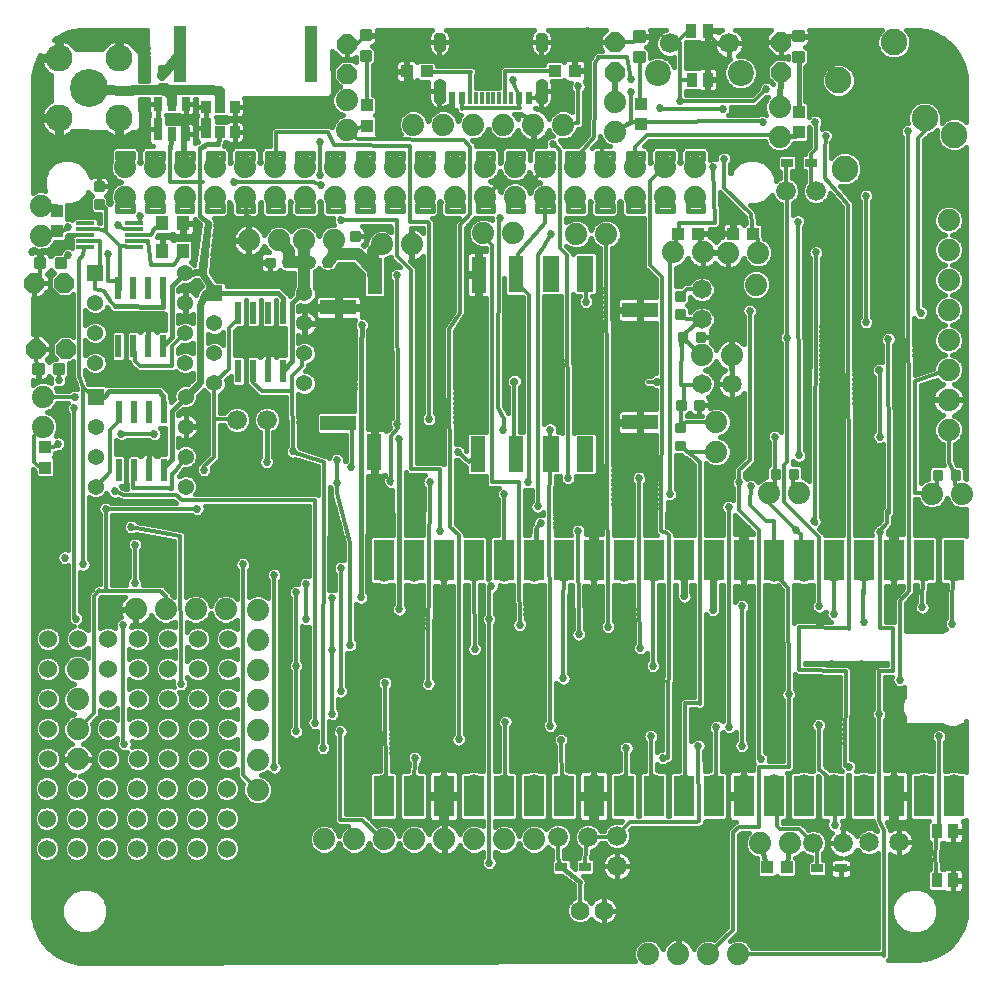
<source format=gtl>
G75*
%MOIN*%
%OFA0B0*%
%FSLAX25Y25*%
%IPPOS*%
%LPD*%
%AMOC8*
5,1,8,0,0,1.08239X$1,22.5*
%
%ADD10C,0.07400*%
%ADD11C,0.01800*%
%ADD12C,0.09000*%
%ADD13C,0.12661*%
%ADD14OC8,0.06600*%
%ADD15R,0.03937X0.04331*%
%ADD16C,0.05906*%
%ADD17R,0.06693X0.13780*%
%ADD18R,0.03543X0.04921*%
%ADD19C,0.06500*%
%ADD20C,0.06600*%
%ADD21R,0.05000X0.12000*%
%ADD22R,0.12000X0.05000*%
%ADD23R,0.05500X0.12000*%
%ADD24R,0.05600X0.12000*%
%ADD25R,0.05400X0.05400*%
%ADD26C,0.05400*%
%ADD27C,0.00875*%
%ADD28C,0.08850*%
%ADD29R,0.01181X0.03937*%
%ADD30R,0.02362X0.03937*%
%ADD31C,0.02975*%
%ADD32C,0.00039*%
%ADD33R,0.02200X0.07800*%
%ADD34R,0.03937X0.03150*%
%ADD35C,0.01181*%
%ADD36R,0.02700X0.07700*%
%ADD37R,0.02700X0.04600*%
%ADD38R,0.03937X0.12992*%
%ADD39R,0.03189X0.06693*%
%ADD40R,0.03189X0.04134*%
%ADD41C,0.06299*%
%ADD42C,0.08661*%
%ADD43C,0.06693*%
%ADD44R,0.06000X0.01300*%
%ADD45R,0.04134X0.05118*%
%ADD46C,0.01600*%
%ADD47C,0.02700*%
%ADD48C,0.02000*%
%ADD49C,0.01200*%
%ADD50C,0.04000*%
%ADD51C,0.02400*%
%ADD52C,0.03200*%
%ADD53C,0.03000*%
%ADD54OC8,0.02700*%
%ADD55C,0.06000*%
D10*
X0059835Y0099628D03*
X0059835Y0109628D03*
X0059835Y0119628D03*
X0059835Y0129628D03*
X0079135Y0149628D03*
X0089135Y0149628D03*
X0099135Y0149628D03*
X0109135Y0149628D03*
X0119835Y0149528D03*
X0119835Y0139528D03*
X0119835Y0129528D03*
X0119835Y0119528D03*
X0119835Y0109528D03*
X0119835Y0099528D03*
X0119835Y0089528D03*
X0142035Y0072928D03*
X0152035Y0072928D03*
X0162035Y0072928D03*
X0172035Y0072928D03*
X0182035Y0072928D03*
X0192035Y0072928D03*
X0202035Y0072928D03*
X0212035Y0072928D03*
X0250035Y0034628D03*
X0260035Y0034628D03*
X0270035Y0034628D03*
X0280035Y0034628D03*
X0287335Y0071628D03*
X0297335Y0071628D03*
X0344635Y0188128D03*
X0354635Y0188128D03*
X0350135Y0209428D03*
X0350135Y0219428D03*
X0350135Y0229428D03*
X0350135Y0239428D03*
X0350135Y0249428D03*
X0350135Y0259428D03*
X0350135Y0269428D03*
X0350135Y0279428D03*
X0293785Y0307028D03*
X0293785Y0317028D03*
X0265645Y0297064D03*
X0255645Y0297064D03*
X0245645Y0297064D03*
X0235645Y0297064D03*
X0225645Y0297064D03*
X0215645Y0297064D03*
X0205645Y0297064D03*
X0195645Y0297064D03*
X0185645Y0297064D03*
X0175645Y0297064D03*
X0165645Y0297064D03*
X0155645Y0297064D03*
X0145645Y0297064D03*
X0135645Y0297064D03*
X0125645Y0297064D03*
X0115645Y0297064D03*
X0105645Y0297064D03*
X0095645Y0297064D03*
X0085645Y0297064D03*
X0075645Y0297064D03*
X0075645Y0287064D03*
X0085645Y0287064D03*
X0095645Y0287064D03*
X0105645Y0287064D03*
X0115645Y0287064D03*
X0125645Y0287064D03*
X0135645Y0287064D03*
X0145645Y0287064D03*
X0155645Y0287064D03*
X0165645Y0287064D03*
X0175645Y0287064D03*
X0185645Y0287064D03*
X0195645Y0287064D03*
X0205645Y0287064D03*
X0215645Y0287064D03*
X0225645Y0287064D03*
X0235645Y0287064D03*
X0245645Y0287064D03*
X0255645Y0287064D03*
X0265645Y0287064D03*
X0268335Y0268628D03*
X0276635Y0268528D03*
X0286635Y0268528D03*
X0285935Y0257828D03*
X0277835Y0234228D03*
X0267835Y0234228D03*
X0272735Y0212028D03*
X0272735Y0202028D03*
X0290435Y0188528D03*
X0300435Y0188528D03*
X0258335Y0268628D03*
X0236035Y0274728D03*
X0226035Y0274728D03*
X0205035Y0275028D03*
X0195035Y0275028D03*
X0171135Y0271228D03*
X0161135Y0271228D03*
X0145135Y0272728D03*
X0135135Y0272728D03*
X0126835Y0272628D03*
X0116835Y0272628D03*
X0149535Y0309278D03*
X0149535Y0319278D03*
X0171735Y0311128D03*
X0181735Y0311128D03*
X0191735Y0311128D03*
X0201735Y0311128D03*
X0211735Y0311128D03*
X0221735Y0311128D03*
X0238935Y0308828D03*
X0238935Y0318828D03*
X0047735Y0284128D03*
X0047735Y0274128D03*
X0048335Y0220528D03*
X0048335Y0210528D03*
D11*
X0073045Y0282464D02*
X0078245Y0282464D01*
X0073045Y0282464D02*
X0073045Y0284264D01*
X0078245Y0284264D01*
X0078245Y0282464D01*
X0078245Y0284263D02*
X0073045Y0284263D01*
X0083045Y0282464D02*
X0088245Y0282464D01*
X0083045Y0282464D02*
X0083045Y0284264D01*
X0088245Y0284264D01*
X0088245Y0282464D01*
X0088245Y0284263D02*
X0083045Y0284263D01*
X0092845Y0282464D02*
X0098045Y0282464D01*
X0092845Y0282464D02*
X0092845Y0284264D01*
X0098045Y0284264D01*
X0098045Y0282464D01*
X0098045Y0284263D02*
X0092845Y0284263D01*
X0102945Y0282464D02*
X0108145Y0282464D01*
X0102945Y0282464D02*
X0102945Y0284264D01*
X0108145Y0284264D01*
X0108145Y0282464D01*
X0108145Y0284263D02*
X0102945Y0284263D01*
X0113145Y0282464D02*
X0118345Y0282464D01*
X0113145Y0282464D02*
X0113145Y0284264D01*
X0118345Y0284264D01*
X0118345Y0282464D01*
X0118345Y0284263D02*
X0113145Y0284263D01*
X0123145Y0282464D02*
X0128345Y0282464D01*
X0123145Y0282464D02*
X0123145Y0284264D01*
X0128345Y0284264D01*
X0128345Y0282464D01*
X0128345Y0284263D02*
X0123145Y0284263D01*
X0133045Y0282464D02*
X0138245Y0282464D01*
X0133045Y0282464D02*
X0133045Y0284264D01*
X0138245Y0284264D01*
X0138245Y0282464D01*
X0138245Y0284263D02*
X0133045Y0284263D01*
X0143145Y0282464D02*
X0148345Y0282464D01*
X0143145Y0282464D02*
X0143145Y0284264D01*
X0148345Y0284264D01*
X0148345Y0282464D01*
X0148345Y0284263D02*
X0143145Y0284263D01*
X0153045Y0282464D02*
X0158245Y0282464D01*
X0153045Y0282464D02*
X0153045Y0284264D01*
X0158245Y0284264D01*
X0158245Y0282464D01*
X0158245Y0284263D02*
X0153045Y0284263D01*
X0163045Y0282464D02*
X0168245Y0282464D01*
X0163045Y0282464D02*
X0163045Y0284264D01*
X0168245Y0284264D01*
X0168245Y0282464D01*
X0168245Y0284263D02*
X0163045Y0284263D01*
X0172945Y0282464D02*
X0178145Y0282464D01*
X0172945Y0282464D02*
X0172945Y0284264D01*
X0178145Y0284264D01*
X0178145Y0282464D01*
X0178145Y0284263D02*
X0172945Y0284263D01*
X0182945Y0282464D02*
X0188145Y0282464D01*
X0182945Y0282464D02*
X0182945Y0284264D01*
X0188145Y0284264D01*
X0188145Y0282464D01*
X0188145Y0284263D02*
X0182945Y0284263D01*
X0193145Y0282464D02*
X0198345Y0282464D01*
X0193145Y0282464D02*
X0193145Y0284264D01*
X0198345Y0284264D01*
X0198345Y0282464D01*
X0198345Y0284263D02*
X0193145Y0284263D01*
X0203145Y0282464D02*
X0208345Y0282464D01*
X0203145Y0282464D02*
X0203145Y0284264D01*
X0208345Y0284264D01*
X0208345Y0282464D01*
X0208345Y0284263D02*
X0203145Y0284263D01*
X0212945Y0282464D02*
X0218145Y0282464D01*
X0212945Y0282464D02*
X0212945Y0284264D01*
X0218145Y0284264D01*
X0218145Y0282464D01*
X0218145Y0284263D02*
X0212945Y0284263D01*
X0223145Y0282464D02*
X0228345Y0282464D01*
X0223145Y0282464D02*
X0223145Y0284264D01*
X0228345Y0284264D01*
X0228345Y0282464D01*
X0228345Y0284263D02*
X0223145Y0284263D01*
X0232945Y0282464D02*
X0238145Y0282464D01*
X0232945Y0282464D02*
X0232945Y0284264D01*
X0238145Y0284264D01*
X0238145Y0282464D01*
X0238145Y0284263D02*
X0232945Y0284263D01*
X0243145Y0282464D02*
X0248345Y0282464D01*
X0243145Y0282464D02*
X0243145Y0284264D01*
X0248345Y0284264D01*
X0248345Y0282464D01*
X0248345Y0284263D02*
X0243145Y0284263D01*
X0252945Y0282464D02*
X0258145Y0282464D01*
X0252945Y0282464D02*
X0252945Y0284264D01*
X0258145Y0284264D01*
X0258145Y0282464D01*
X0258145Y0284263D02*
X0252945Y0284263D01*
X0263145Y0282464D02*
X0268345Y0282464D01*
X0263145Y0282464D02*
X0263145Y0284264D01*
X0268345Y0284264D01*
X0268345Y0282464D01*
X0268345Y0284263D02*
X0263145Y0284263D01*
X0263045Y0299864D02*
X0268245Y0299864D01*
X0263045Y0299864D02*
X0263045Y0301664D01*
X0268245Y0301664D01*
X0268245Y0299864D01*
X0268245Y0301663D02*
X0263045Y0301663D01*
X0258245Y0299864D02*
X0253045Y0299864D01*
X0253045Y0301664D01*
X0258245Y0301664D01*
X0258245Y0299864D01*
X0258245Y0301663D02*
X0253045Y0301663D01*
X0248345Y0299864D02*
X0243145Y0299864D01*
X0243145Y0301664D01*
X0248345Y0301664D01*
X0248345Y0299864D01*
X0248345Y0301663D02*
X0243145Y0301663D01*
X0238245Y0299864D02*
X0233045Y0299864D01*
X0233045Y0301664D01*
X0238245Y0301664D01*
X0238245Y0299864D01*
X0238245Y0301663D02*
X0233045Y0301663D01*
X0228245Y0299864D02*
X0223045Y0299864D01*
X0223045Y0301664D01*
X0228245Y0301664D01*
X0228245Y0299864D01*
X0228245Y0301663D02*
X0223045Y0301663D01*
X0218245Y0299864D02*
X0213045Y0299864D01*
X0213045Y0301664D01*
X0218245Y0301664D01*
X0218245Y0299864D01*
X0218245Y0301663D02*
X0213045Y0301663D01*
X0208345Y0299864D02*
X0203145Y0299864D01*
X0203145Y0301664D01*
X0208345Y0301664D01*
X0208345Y0299864D01*
X0208345Y0301663D02*
X0203145Y0301663D01*
X0198345Y0299864D02*
X0193145Y0299864D01*
X0193145Y0301664D01*
X0198345Y0301664D01*
X0198345Y0299864D01*
X0198345Y0301663D02*
X0193145Y0301663D01*
X0188145Y0299864D02*
X0182945Y0299864D01*
X0182945Y0301664D01*
X0188145Y0301664D01*
X0188145Y0299864D01*
X0188145Y0301663D02*
X0182945Y0301663D01*
X0178145Y0299864D02*
X0172945Y0299864D01*
X0172945Y0301664D01*
X0178145Y0301664D01*
X0178145Y0299864D01*
X0178145Y0301663D02*
X0172945Y0301663D01*
X0168145Y0299864D02*
X0162945Y0299864D01*
X0162945Y0301664D01*
X0168145Y0301664D01*
X0168145Y0299864D01*
X0168145Y0301663D02*
X0162945Y0301663D01*
X0158345Y0299864D02*
X0153145Y0299864D01*
X0153145Y0301664D01*
X0158345Y0301664D01*
X0158345Y0299864D01*
X0158345Y0301663D02*
X0153145Y0301663D01*
X0148145Y0299864D02*
X0142945Y0299864D01*
X0142945Y0301664D01*
X0148145Y0301664D01*
X0148145Y0299864D01*
X0148145Y0301663D02*
X0142945Y0301663D01*
X0138245Y0299864D02*
X0133045Y0299864D01*
X0133045Y0301664D01*
X0138245Y0301664D01*
X0138245Y0299864D01*
X0138245Y0301663D02*
X0133045Y0301663D01*
X0128245Y0299864D02*
X0123045Y0299864D01*
X0123045Y0301664D01*
X0128245Y0301664D01*
X0128245Y0299864D01*
X0128245Y0301663D02*
X0123045Y0301663D01*
X0118245Y0299864D02*
X0113045Y0299864D01*
X0113045Y0301664D01*
X0118245Y0301664D01*
X0118245Y0299864D01*
X0118245Y0301663D02*
X0113045Y0301663D01*
X0108345Y0299864D02*
X0103145Y0299864D01*
X0103145Y0301664D01*
X0108345Y0301664D01*
X0108345Y0299864D01*
X0108345Y0301663D02*
X0103145Y0301663D01*
X0098245Y0299864D02*
X0093045Y0299864D01*
X0093045Y0301664D01*
X0098245Y0301664D01*
X0098245Y0299864D01*
X0098245Y0301663D02*
X0093045Y0301663D01*
X0088245Y0299864D02*
X0083045Y0299864D01*
X0083045Y0301664D01*
X0088245Y0301664D01*
X0088245Y0299864D01*
X0088245Y0301663D02*
X0083045Y0301663D01*
X0078295Y0299914D02*
X0073095Y0299914D01*
X0073095Y0301714D01*
X0078295Y0301714D01*
X0078295Y0299914D01*
X0078295Y0301713D02*
X0073095Y0301713D01*
D12*
X0073627Y0313334D03*
X0053627Y0313334D03*
X0053627Y0333334D03*
X0073627Y0333334D03*
D13*
X0063627Y0323334D03*
D14*
X0055435Y0258528D03*
X0045435Y0258528D03*
X0045835Y0236428D03*
X0055835Y0236428D03*
X0149635Y0328178D03*
X0149635Y0338178D03*
X0238885Y0338728D03*
X0238885Y0328728D03*
X0294235Y0328828D03*
X0294235Y0338828D03*
D15*
X0300135Y0315474D03*
X0300135Y0308781D03*
X0284981Y0274828D03*
X0278288Y0274828D03*
X0266781Y0274828D03*
X0260088Y0274828D03*
X0247635Y0311481D03*
X0247635Y0318174D03*
X0225481Y0329128D03*
X0218788Y0329128D03*
X0176181Y0328928D03*
X0169488Y0328928D03*
X0156135Y0317574D03*
X0156135Y0310881D03*
X0052835Y0282274D03*
X0052835Y0275581D03*
X0049035Y0203574D03*
X0049035Y0196881D03*
X0289488Y0063628D03*
X0296181Y0063628D03*
D16*
X0291835Y0091728D03*
X0281835Y0091728D03*
X0271835Y0091728D03*
X0261835Y0091728D03*
X0251835Y0091728D03*
X0241835Y0091728D03*
X0231835Y0091728D03*
X0221835Y0091728D03*
X0211835Y0091728D03*
X0201835Y0091728D03*
X0191835Y0091728D03*
X0181835Y0091728D03*
X0171835Y0091728D03*
X0161835Y0091728D03*
X0161835Y0161728D03*
X0171835Y0161728D03*
X0181835Y0161728D03*
X0191835Y0161728D03*
X0201835Y0161728D03*
X0211835Y0161728D03*
X0221835Y0161728D03*
X0231835Y0161728D03*
X0241835Y0161728D03*
X0251835Y0161728D03*
X0261835Y0161728D03*
X0271835Y0161728D03*
X0281835Y0161728D03*
X0291835Y0161728D03*
X0301835Y0161728D03*
X0311835Y0161728D03*
X0321835Y0161728D03*
X0331835Y0161728D03*
X0341835Y0161728D03*
X0351835Y0161728D03*
X0351835Y0091728D03*
X0341835Y0091728D03*
X0331835Y0091728D03*
X0321835Y0091728D03*
X0311835Y0091728D03*
X0301835Y0091728D03*
D17*
X0301835Y0087358D03*
X0311835Y0087358D03*
X0321835Y0087358D03*
X0331835Y0087358D03*
X0341835Y0087358D03*
X0351835Y0087358D03*
X0291835Y0087358D03*
X0281835Y0087358D03*
X0271835Y0087358D03*
X0261835Y0087358D03*
X0251835Y0087358D03*
X0241835Y0087358D03*
X0231835Y0087358D03*
X0221835Y0087358D03*
X0211835Y0087358D03*
X0201835Y0087358D03*
X0191835Y0087358D03*
X0181835Y0087358D03*
X0171835Y0087358D03*
X0161835Y0087358D03*
X0161835Y0166098D03*
X0171835Y0166098D03*
X0181835Y0166098D03*
X0191835Y0166098D03*
X0201835Y0166098D03*
X0211835Y0166098D03*
X0221835Y0166098D03*
X0231835Y0166098D03*
X0241835Y0166098D03*
X0251835Y0166098D03*
X0261835Y0166098D03*
X0271835Y0166098D03*
X0281835Y0166098D03*
X0291835Y0166098D03*
X0301835Y0166098D03*
X0311835Y0166098D03*
X0321835Y0166098D03*
X0331835Y0166098D03*
X0341835Y0166098D03*
X0351835Y0166098D03*
D18*
X0351597Y0075594D03*
X0346243Y0075594D03*
X0346282Y0059255D03*
X0351597Y0059255D03*
X0269797Y0326155D03*
X0264482Y0326155D03*
X0264443Y0342494D03*
X0269797Y0342494D03*
D19*
X0267835Y0256228D03*
X0267835Y0246228D03*
X0267835Y0224728D03*
X0277835Y0224728D03*
X0323735Y0071928D03*
X0333735Y0071928D03*
D20*
X0315035Y0071628D03*
X0305035Y0071628D03*
X0239635Y0074028D03*
X0229935Y0073628D03*
X0219935Y0073628D03*
X0239635Y0064028D03*
X0122935Y0212828D03*
X0112935Y0212828D03*
X0295835Y0289028D03*
X0305835Y0289028D03*
D21*
X0206004Y0261279D03*
X0193504Y0261169D03*
X0158788Y0260736D03*
X0158669Y0201932D03*
X0193189Y0201432D03*
X0206009Y0201432D03*
D22*
X0247268Y0211932D03*
X0247287Y0249432D03*
X0146768Y0250236D03*
X0146748Y0211736D03*
D23*
X0217528Y0201432D03*
X0229048Y0201432D03*
X0217504Y0261389D03*
D24*
X0229004Y0261499D03*
D25*
X0105435Y0254928D03*
X0065735Y0261728D03*
X0065835Y0220528D03*
D26*
X0065835Y0210528D03*
X0065835Y0200528D03*
X0065835Y0190528D03*
X0095835Y0190528D03*
X0095835Y0200528D03*
X0095835Y0210528D03*
X0095835Y0220528D03*
X0105435Y0224928D03*
X0105435Y0234928D03*
X0105435Y0244928D03*
X0095735Y0241728D03*
X0095735Y0231728D03*
X0095735Y0251728D03*
X0095735Y0261728D03*
X0065735Y0251728D03*
X0065735Y0241728D03*
X0065735Y0231728D03*
X0135435Y0234928D03*
X0135435Y0244928D03*
X0135435Y0254928D03*
X0135435Y0224928D03*
D27*
X0131348Y0263915D02*
X0128722Y0263915D01*
X0128722Y0266541D01*
X0131348Y0266541D01*
X0131348Y0263915D01*
X0131348Y0264789D02*
X0128722Y0264789D01*
X0128722Y0265663D02*
X0131348Y0265663D01*
X0131348Y0266537D02*
X0128722Y0266537D01*
X0125348Y0263915D02*
X0122722Y0263915D01*
X0122722Y0266541D01*
X0125348Y0266541D01*
X0125348Y0263915D01*
X0125348Y0264789D02*
X0122722Y0264789D01*
X0122722Y0265663D02*
X0125348Y0265663D01*
X0125348Y0266537D02*
X0122722Y0266537D01*
X0135822Y0266841D02*
X0138448Y0266841D01*
X0138448Y0264215D01*
X0135822Y0264215D01*
X0135822Y0266841D01*
X0135822Y0265089D02*
X0138448Y0265089D01*
X0138448Y0265963D02*
X0135822Y0265963D01*
X0135822Y0266837D02*
X0138448Y0266837D01*
X0141822Y0266841D02*
X0144448Y0266841D01*
X0144448Y0264215D01*
X0141822Y0264215D01*
X0141822Y0266841D01*
X0141822Y0265089D02*
X0144448Y0265089D01*
X0144448Y0265963D02*
X0141822Y0265963D01*
X0141822Y0266837D02*
X0144448Y0266837D01*
X0151022Y0266715D02*
X0151022Y0269341D01*
X0153648Y0269341D01*
X0153648Y0266715D01*
X0151022Y0266715D01*
X0151022Y0267589D02*
X0153648Y0267589D01*
X0153648Y0268463D02*
X0151022Y0268463D01*
X0151022Y0269337D02*
X0153648Y0269337D01*
X0151022Y0272715D02*
X0151022Y0275341D01*
X0153648Y0275341D01*
X0153648Y0272715D01*
X0151022Y0272715D01*
X0151022Y0273589D02*
X0153648Y0273589D01*
X0153648Y0274463D02*
X0151022Y0274463D01*
X0151022Y0275337D02*
X0153648Y0275337D01*
X0087022Y0322115D02*
X0087022Y0324741D01*
X0089648Y0324741D01*
X0089648Y0322115D01*
X0087022Y0322115D01*
X0087022Y0322989D02*
X0089648Y0322989D01*
X0089648Y0323863D02*
X0087022Y0323863D01*
X0087022Y0324737D02*
X0089648Y0324737D01*
X0087022Y0328115D02*
X0087022Y0330741D01*
X0089648Y0330741D01*
X0089648Y0328115D01*
X0087022Y0328115D01*
X0087022Y0328989D02*
X0089648Y0328989D01*
X0089648Y0329863D02*
X0087022Y0329863D01*
X0087022Y0330737D02*
X0089648Y0330737D01*
X0065622Y0291941D02*
X0065622Y0289315D01*
X0065622Y0291941D02*
X0068248Y0291941D01*
X0068248Y0289315D01*
X0065622Y0289315D01*
X0065622Y0290189D02*
X0068248Y0290189D01*
X0068248Y0291063D02*
X0065622Y0291063D01*
X0065622Y0291937D02*
X0068248Y0291937D01*
X0065622Y0285941D02*
X0065622Y0283315D01*
X0065622Y0285941D02*
X0068248Y0285941D01*
X0068248Y0283315D01*
X0065622Y0283315D01*
X0065622Y0284189D02*
X0068248Y0284189D01*
X0068248Y0285063D02*
X0065622Y0285063D01*
X0065622Y0285937D02*
X0068248Y0285937D01*
X0259422Y0255441D02*
X0259422Y0252815D01*
X0259422Y0255441D02*
X0262048Y0255441D01*
X0262048Y0252815D01*
X0259422Y0252815D01*
X0259422Y0253689D02*
X0262048Y0253689D01*
X0262048Y0254563D02*
X0259422Y0254563D01*
X0259422Y0255437D02*
X0262048Y0255437D01*
X0259422Y0249441D02*
X0259422Y0246815D01*
X0259422Y0249441D02*
X0262048Y0249441D01*
X0262048Y0246815D01*
X0259422Y0246815D01*
X0259422Y0247689D02*
X0262048Y0247689D01*
X0262048Y0248563D02*
X0259422Y0248563D01*
X0259422Y0249437D02*
X0262048Y0249437D01*
X0262748Y0239115D02*
X0260122Y0239115D01*
X0260122Y0241741D01*
X0262748Y0241741D01*
X0262748Y0239115D01*
X0262748Y0239989D02*
X0260122Y0239989D01*
X0260122Y0240863D02*
X0262748Y0240863D01*
X0262748Y0241737D02*
X0260122Y0241737D01*
X0266122Y0239115D02*
X0268748Y0239115D01*
X0266122Y0239115D02*
X0266122Y0241741D01*
X0268748Y0241741D01*
X0268748Y0239115D01*
X0268748Y0239989D02*
X0266122Y0239989D01*
X0266122Y0240863D02*
X0268748Y0240863D01*
X0268748Y0241737D02*
X0266122Y0241737D01*
X0265622Y0218941D02*
X0268248Y0218941D01*
X0268248Y0216315D01*
X0265622Y0216315D01*
X0265622Y0218941D01*
X0265622Y0217189D02*
X0268248Y0217189D01*
X0268248Y0218063D02*
X0265622Y0218063D01*
X0265622Y0218937D02*
X0268248Y0218937D01*
X0262248Y0218941D02*
X0259622Y0218941D01*
X0262248Y0218941D02*
X0262248Y0216315D01*
X0259622Y0216315D01*
X0259622Y0218941D01*
X0259622Y0217189D02*
X0262248Y0217189D01*
X0262248Y0218063D02*
X0259622Y0218063D01*
X0259622Y0218937D02*
X0262248Y0218937D01*
X0259422Y0211541D02*
X0259422Y0208915D01*
X0259422Y0211541D02*
X0262048Y0211541D01*
X0262048Y0208915D01*
X0259422Y0208915D01*
X0259422Y0209789D02*
X0262048Y0209789D01*
X0262048Y0210663D02*
X0259422Y0210663D01*
X0259422Y0211537D02*
X0262048Y0211537D01*
X0259422Y0205541D02*
X0259422Y0202915D01*
X0259422Y0205541D02*
X0262048Y0205541D01*
X0262048Y0202915D01*
X0259422Y0202915D01*
X0259422Y0203789D02*
X0262048Y0203789D01*
X0262048Y0204663D02*
X0259422Y0204663D01*
X0259422Y0205537D02*
X0262048Y0205537D01*
X0291122Y0193515D02*
X0293748Y0193515D01*
X0291122Y0193515D02*
X0291122Y0196141D01*
X0293748Y0196141D01*
X0293748Y0193515D01*
X0293748Y0194389D02*
X0291122Y0194389D01*
X0291122Y0195263D02*
X0293748Y0195263D01*
X0293748Y0196137D02*
X0291122Y0196137D01*
X0297122Y0193515D02*
X0299748Y0193515D01*
X0297122Y0193515D02*
X0297122Y0196141D01*
X0299748Y0196141D01*
X0299748Y0193515D01*
X0299748Y0194389D02*
X0297122Y0194389D01*
X0297122Y0195263D02*
X0299748Y0195263D01*
X0299748Y0196137D02*
X0297122Y0196137D01*
X0345122Y0193115D02*
X0347748Y0193115D01*
X0345122Y0193115D02*
X0345122Y0195741D01*
X0347748Y0195741D01*
X0347748Y0193115D01*
X0347748Y0193989D02*
X0345122Y0193989D01*
X0345122Y0194863D02*
X0347748Y0194863D01*
X0347748Y0195737D02*
X0345122Y0195737D01*
X0351122Y0193115D02*
X0353748Y0193115D01*
X0351122Y0193115D02*
X0351122Y0195741D01*
X0353748Y0195741D01*
X0353748Y0193115D01*
X0353748Y0193989D02*
X0351122Y0193989D01*
X0351122Y0194863D02*
X0353748Y0194863D01*
X0353748Y0195737D02*
X0351122Y0195737D01*
D28*
X0315535Y0296428D03*
X0313435Y0325928D03*
X0331935Y0338728D03*
X0342135Y0313328D03*
X0352035Y0307828D03*
D29*
X0204325Y0319966D03*
X0202356Y0319966D03*
X0200387Y0319966D03*
X0198419Y0319966D03*
X0196450Y0319966D03*
X0194482Y0319966D03*
X0192513Y0319966D03*
X0190545Y0319966D03*
D30*
X0187789Y0319966D03*
X0184738Y0319966D03*
X0207080Y0319966D03*
X0210132Y0319966D03*
D31*
X0214435Y0320743D02*
X0214435Y0323717D01*
X0214435Y0337199D02*
X0214435Y0340174D01*
X0180435Y0340174D02*
X0180435Y0337199D01*
X0180435Y0323717D02*
X0180435Y0320743D01*
D32*
X0182403Y0320757D02*
X0178466Y0320757D01*
X0178466Y0320795D02*
X0182403Y0320795D01*
X0182403Y0320833D02*
X0178466Y0320833D01*
X0178466Y0320870D02*
X0182403Y0320870D01*
X0182403Y0320908D02*
X0178466Y0320908D01*
X0178466Y0320946D02*
X0182403Y0320946D01*
X0182403Y0320984D02*
X0178466Y0320984D01*
X0178466Y0321022D02*
X0182403Y0321022D01*
X0182403Y0321060D02*
X0178466Y0321060D01*
X0178466Y0321098D02*
X0182403Y0321098D01*
X0182403Y0321136D02*
X0178466Y0321136D01*
X0178466Y0321173D02*
X0182403Y0321173D01*
X0182403Y0321211D02*
X0178466Y0321211D01*
X0178466Y0321249D02*
X0182403Y0321249D01*
X0182403Y0321287D02*
X0178466Y0321287D01*
X0178466Y0321325D02*
X0182403Y0321325D01*
X0182403Y0321363D02*
X0178466Y0321363D01*
X0178466Y0321401D02*
X0182403Y0321401D01*
X0182403Y0321439D02*
X0178466Y0321439D01*
X0178466Y0321477D02*
X0182403Y0321477D01*
X0182403Y0321514D02*
X0178466Y0321514D01*
X0178466Y0321552D02*
X0182403Y0321552D01*
X0182403Y0321590D02*
X0178466Y0321590D01*
X0178466Y0321628D02*
X0182403Y0321628D01*
X0182403Y0321666D02*
X0178466Y0321666D01*
X0178466Y0321704D02*
X0182403Y0321704D01*
X0182403Y0321742D02*
X0178466Y0321742D01*
X0178466Y0321780D02*
X0182403Y0321780D01*
X0182403Y0321817D02*
X0178466Y0321817D01*
X0178466Y0321855D02*
X0182403Y0321855D01*
X0182403Y0321893D02*
X0178466Y0321893D01*
X0178466Y0321931D02*
X0182403Y0321931D01*
X0182403Y0321969D02*
X0178466Y0321969D01*
X0178466Y0322007D02*
X0182403Y0322007D01*
X0182403Y0322045D02*
X0178466Y0322045D01*
X0178466Y0322083D02*
X0182403Y0322083D01*
X0182403Y0322121D02*
X0178466Y0322121D01*
X0178466Y0322158D02*
X0182403Y0322158D01*
X0182403Y0322196D02*
X0178466Y0322196D01*
X0178466Y0322234D02*
X0182403Y0322234D01*
X0182403Y0322272D02*
X0178466Y0322272D01*
X0178466Y0322310D02*
X0182403Y0322310D01*
X0182403Y0322348D02*
X0178466Y0322348D01*
X0178466Y0322386D02*
X0182403Y0322386D01*
X0182403Y0322424D02*
X0178466Y0322424D01*
X0178466Y0322461D02*
X0182403Y0322461D01*
X0182403Y0322499D02*
X0178466Y0322499D01*
X0178466Y0322537D02*
X0182403Y0322537D01*
X0182403Y0322575D02*
X0178466Y0322575D01*
X0178466Y0322613D02*
X0182403Y0322613D01*
X0182403Y0322651D02*
X0178466Y0322651D01*
X0178466Y0322689D02*
X0182403Y0322689D01*
X0182403Y0322727D02*
X0178466Y0322727D01*
X0178466Y0322764D02*
X0182403Y0322764D01*
X0182403Y0322802D02*
X0178466Y0322802D01*
X0178466Y0322840D02*
X0182403Y0322840D01*
X0182403Y0322878D02*
X0178466Y0322878D01*
X0178466Y0322916D02*
X0182403Y0322916D01*
X0182403Y0322954D02*
X0178466Y0322954D01*
X0178466Y0322992D02*
X0182403Y0322992D01*
X0182403Y0323030D02*
X0178466Y0323030D01*
X0178466Y0323068D02*
X0182403Y0323068D01*
X0182403Y0323105D02*
X0178466Y0323105D01*
X0178466Y0323143D02*
X0182403Y0323143D01*
X0182403Y0323181D02*
X0178466Y0323181D01*
X0178466Y0323219D02*
X0182403Y0323219D01*
X0182403Y0323257D02*
X0178466Y0323257D01*
X0178466Y0323295D02*
X0182403Y0323295D01*
X0182403Y0323333D02*
X0178466Y0323333D01*
X0178466Y0323371D02*
X0182403Y0323371D01*
X0182403Y0323408D02*
X0178466Y0323408D01*
X0178466Y0323446D02*
X0182403Y0323446D01*
X0182403Y0323484D02*
X0178466Y0323484D01*
X0178466Y0323522D02*
X0182403Y0323522D01*
X0182403Y0323560D02*
X0178466Y0323560D01*
X0178466Y0323598D02*
X0182403Y0323598D01*
X0182403Y0323636D02*
X0178466Y0323636D01*
X0178466Y0323674D02*
X0182403Y0323674D01*
X0182403Y0323712D02*
X0178466Y0323712D01*
X0178466Y0323749D02*
X0182403Y0323749D01*
X0182403Y0323787D02*
X0178466Y0323787D01*
X0178466Y0323825D02*
X0182403Y0323825D01*
X0182403Y0323863D02*
X0178466Y0323863D01*
X0178466Y0323901D02*
X0182403Y0323901D01*
X0182403Y0323939D02*
X0178466Y0323939D01*
X0178466Y0323977D02*
X0182403Y0323977D01*
X0182403Y0324015D02*
X0178466Y0324015D01*
X0178466Y0324052D02*
X0182403Y0324052D01*
X0182403Y0324090D02*
X0178466Y0324090D01*
X0178466Y0324128D02*
X0182403Y0324128D01*
X0182403Y0324166D02*
X0178466Y0324166D01*
X0178466Y0324204D02*
X0182403Y0324204D01*
X0182403Y0324242D02*
X0178466Y0324242D01*
X0178466Y0324280D02*
X0182403Y0324280D01*
X0182403Y0324318D02*
X0178466Y0324318D01*
X0178466Y0324356D02*
X0182403Y0324356D01*
X0182403Y0324393D02*
X0178466Y0324393D01*
X0178466Y0324395D02*
X0178516Y0324833D01*
X0178661Y0325249D01*
X0178896Y0325623D01*
X0179207Y0325934D01*
X0179581Y0326169D01*
X0179997Y0326315D01*
X0180435Y0326364D01*
X0180873Y0326315D01*
X0181289Y0326169D01*
X0181662Y0325934D01*
X0181974Y0325623D01*
X0182208Y0325249D01*
X0182354Y0324833D01*
X0182403Y0324395D01*
X0182403Y0320065D01*
X0182354Y0319627D01*
X0182208Y0319211D01*
X0181974Y0318837D01*
X0181662Y0318526D01*
X0181289Y0318291D01*
X0180873Y0318146D01*
X0180435Y0318096D01*
X0179997Y0318146D01*
X0179581Y0318291D01*
X0179207Y0318526D01*
X0178896Y0318837D01*
X0178661Y0319211D01*
X0178516Y0319627D01*
X0178466Y0320065D01*
X0178466Y0324395D01*
X0178470Y0324431D02*
X0182399Y0324431D01*
X0182395Y0324469D02*
X0178475Y0324469D01*
X0178479Y0324507D02*
X0182391Y0324507D01*
X0182386Y0324545D02*
X0178483Y0324545D01*
X0178487Y0324583D02*
X0182382Y0324583D01*
X0182378Y0324621D02*
X0178492Y0324621D01*
X0178496Y0324659D02*
X0182374Y0324659D01*
X0182369Y0324696D02*
X0178500Y0324696D01*
X0178504Y0324734D02*
X0182365Y0324734D01*
X0182361Y0324772D02*
X0178509Y0324772D01*
X0178513Y0324810D02*
X0182357Y0324810D01*
X0182349Y0324848D02*
X0178521Y0324848D01*
X0178534Y0324886D02*
X0182336Y0324886D01*
X0182322Y0324924D02*
X0178547Y0324924D01*
X0178560Y0324962D02*
X0182309Y0324962D01*
X0182296Y0324999D02*
X0178574Y0324999D01*
X0178587Y0325037D02*
X0182283Y0325037D01*
X0182269Y0325075D02*
X0178600Y0325075D01*
X0178613Y0325113D02*
X0182256Y0325113D01*
X0182243Y0325151D02*
X0178627Y0325151D01*
X0178640Y0325189D02*
X0182229Y0325189D01*
X0182216Y0325227D02*
X0178653Y0325227D01*
X0178671Y0325265D02*
X0182199Y0325265D01*
X0182175Y0325303D02*
X0178695Y0325303D01*
X0178718Y0325340D02*
X0182151Y0325340D01*
X0182127Y0325378D02*
X0178742Y0325378D01*
X0178766Y0325416D02*
X0182104Y0325416D01*
X0182080Y0325454D02*
X0178790Y0325454D01*
X0178814Y0325492D02*
X0182056Y0325492D01*
X0182032Y0325530D02*
X0178837Y0325530D01*
X0178861Y0325568D02*
X0182008Y0325568D01*
X0181985Y0325606D02*
X0178885Y0325606D01*
X0178916Y0325643D02*
X0181953Y0325643D01*
X0181915Y0325681D02*
X0178954Y0325681D01*
X0178992Y0325719D02*
X0181877Y0325719D01*
X0181839Y0325757D02*
X0179030Y0325757D01*
X0179068Y0325795D02*
X0181801Y0325795D01*
X0181764Y0325833D02*
X0179106Y0325833D01*
X0179144Y0325871D02*
X0181726Y0325871D01*
X0181688Y0325909D02*
X0179182Y0325909D01*
X0179227Y0325947D02*
X0181643Y0325947D01*
X0181582Y0325984D02*
X0179287Y0325984D01*
X0179347Y0326022D02*
X0181522Y0326022D01*
X0181462Y0326060D02*
X0179408Y0326060D01*
X0179468Y0326098D02*
X0181402Y0326098D01*
X0181341Y0326136D02*
X0179528Y0326136D01*
X0179595Y0326174D02*
X0181275Y0326174D01*
X0181167Y0326212D02*
X0179703Y0326212D01*
X0179811Y0326250D02*
X0181058Y0326250D01*
X0180950Y0326287D02*
X0179919Y0326287D01*
X0180093Y0326325D02*
X0180777Y0326325D01*
X0180440Y0326363D02*
X0180429Y0326363D01*
X0178466Y0320719D02*
X0182403Y0320719D01*
X0182403Y0320681D02*
X0178466Y0320681D01*
X0178466Y0320643D02*
X0182403Y0320643D01*
X0182403Y0320605D02*
X0178466Y0320605D01*
X0178466Y0320567D02*
X0182403Y0320567D01*
X0182403Y0320529D02*
X0178466Y0320529D01*
X0178466Y0320492D02*
X0182403Y0320492D01*
X0182403Y0320454D02*
X0178466Y0320454D01*
X0178466Y0320416D02*
X0182403Y0320416D01*
X0182403Y0320378D02*
X0178466Y0320378D01*
X0178466Y0320340D02*
X0182403Y0320340D01*
X0182403Y0320302D02*
X0178466Y0320302D01*
X0178466Y0320264D02*
X0182403Y0320264D01*
X0182403Y0320226D02*
X0178466Y0320226D01*
X0178466Y0320189D02*
X0182403Y0320189D01*
X0182403Y0320151D02*
X0178466Y0320151D01*
X0178466Y0320113D02*
X0182403Y0320113D01*
X0182403Y0320075D02*
X0178466Y0320075D01*
X0178469Y0320037D02*
X0182400Y0320037D01*
X0182396Y0319999D02*
X0178474Y0319999D01*
X0178478Y0319961D02*
X0182392Y0319961D01*
X0182387Y0319923D02*
X0178482Y0319923D01*
X0178486Y0319886D02*
X0182383Y0319886D01*
X0182379Y0319848D02*
X0178491Y0319848D01*
X0178495Y0319810D02*
X0182375Y0319810D01*
X0182370Y0319772D02*
X0178499Y0319772D01*
X0178504Y0319734D02*
X0182366Y0319734D01*
X0182362Y0319696D02*
X0178508Y0319696D01*
X0178512Y0319658D02*
X0182357Y0319658D01*
X0182352Y0319620D02*
X0178518Y0319620D01*
X0178531Y0319582D02*
X0182338Y0319582D01*
X0182325Y0319545D02*
X0178544Y0319545D01*
X0178558Y0319507D02*
X0182312Y0319507D01*
X0182299Y0319469D02*
X0178571Y0319469D01*
X0178584Y0319431D02*
X0182285Y0319431D01*
X0182272Y0319393D02*
X0178597Y0319393D01*
X0178611Y0319355D02*
X0182259Y0319355D01*
X0182246Y0319317D02*
X0178624Y0319317D01*
X0178637Y0319279D02*
X0182232Y0319279D01*
X0182219Y0319242D02*
X0178650Y0319242D01*
X0178666Y0319204D02*
X0182204Y0319204D01*
X0182180Y0319166D02*
X0178689Y0319166D01*
X0178713Y0319128D02*
X0182156Y0319128D01*
X0182133Y0319090D02*
X0178737Y0319090D01*
X0178761Y0319052D02*
X0182109Y0319052D01*
X0182085Y0319014D02*
X0178785Y0319014D01*
X0178808Y0318976D02*
X0182061Y0318976D01*
X0182037Y0318938D02*
X0178832Y0318938D01*
X0178856Y0318901D02*
X0182014Y0318901D01*
X0181990Y0318863D02*
X0178880Y0318863D01*
X0178908Y0318825D02*
X0181961Y0318825D01*
X0181923Y0318787D02*
X0178946Y0318787D01*
X0178984Y0318749D02*
X0181886Y0318749D01*
X0181848Y0318711D02*
X0179022Y0318711D01*
X0179060Y0318673D02*
X0181810Y0318673D01*
X0181772Y0318635D02*
X0179098Y0318635D01*
X0179135Y0318598D02*
X0181734Y0318598D01*
X0181696Y0318560D02*
X0179173Y0318560D01*
X0179214Y0318522D02*
X0181656Y0318522D01*
X0181596Y0318484D02*
X0179274Y0318484D01*
X0179334Y0318446D02*
X0181535Y0318446D01*
X0181475Y0318408D02*
X0179394Y0318408D01*
X0179455Y0318370D02*
X0181415Y0318370D01*
X0181355Y0318332D02*
X0179515Y0318332D01*
X0179575Y0318294D02*
X0181294Y0318294D01*
X0181190Y0318257D02*
X0179679Y0318257D01*
X0179787Y0318219D02*
X0181082Y0318219D01*
X0180974Y0318181D02*
X0179896Y0318181D01*
X0180019Y0318143D02*
X0180850Y0318143D01*
X0180514Y0318105D02*
X0180355Y0318105D01*
X0180435Y0335537D02*
X0179997Y0335586D01*
X0179581Y0335732D01*
X0179207Y0335967D01*
X0178896Y0336278D01*
X0178661Y0336652D01*
X0178516Y0337068D01*
X0178466Y0337506D01*
X0178466Y0339868D01*
X0178516Y0340306D01*
X0178661Y0340722D01*
X0178896Y0341095D01*
X0179207Y0341407D01*
X0179581Y0341641D01*
X0179997Y0341787D01*
X0180435Y0341836D01*
X0180873Y0341787D01*
X0181289Y0341641D01*
X0181662Y0341407D01*
X0181974Y0341095D01*
X0182208Y0340722D01*
X0182354Y0340306D01*
X0182403Y0339868D01*
X0182403Y0337506D01*
X0182354Y0337068D01*
X0182208Y0336652D01*
X0181974Y0336278D01*
X0181662Y0335967D01*
X0181289Y0335732D01*
X0180873Y0335586D01*
X0180435Y0335537D01*
X0180157Y0335568D02*
X0180713Y0335568D01*
X0180929Y0335606D02*
X0179940Y0335606D01*
X0179832Y0335644D02*
X0181038Y0335644D01*
X0181146Y0335682D02*
X0179724Y0335682D01*
X0179615Y0335720D02*
X0181254Y0335720D01*
X0181330Y0335758D02*
X0179540Y0335758D01*
X0179479Y0335796D02*
X0181390Y0335796D01*
X0181450Y0335834D02*
X0179419Y0335834D01*
X0179359Y0335871D02*
X0181511Y0335871D01*
X0181571Y0335909D02*
X0179298Y0335909D01*
X0179238Y0335947D02*
X0181631Y0335947D01*
X0181681Y0335985D02*
X0179189Y0335985D01*
X0179151Y0336023D02*
X0181719Y0336023D01*
X0181756Y0336061D02*
X0179113Y0336061D01*
X0179075Y0336099D02*
X0181794Y0336099D01*
X0181832Y0336137D02*
X0179037Y0336137D01*
X0178999Y0336175D02*
X0181870Y0336175D01*
X0181908Y0336212D02*
X0178962Y0336212D01*
X0178924Y0336250D02*
X0181946Y0336250D01*
X0181980Y0336288D02*
X0178889Y0336288D01*
X0178866Y0336326D02*
X0182004Y0336326D01*
X0182028Y0336364D02*
X0178842Y0336364D01*
X0178818Y0336402D02*
X0182051Y0336402D01*
X0182075Y0336440D02*
X0178794Y0336440D01*
X0178770Y0336478D02*
X0182099Y0336478D01*
X0182123Y0336515D02*
X0178747Y0336515D01*
X0178723Y0336553D02*
X0182147Y0336553D01*
X0182170Y0336591D02*
X0178699Y0336591D01*
X0178675Y0336629D02*
X0182194Y0336629D01*
X0182214Y0336667D02*
X0178656Y0336667D01*
X0178643Y0336705D02*
X0182227Y0336705D01*
X0182240Y0336743D02*
X0178629Y0336743D01*
X0178616Y0336781D02*
X0182253Y0336781D01*
X0182267Y0336818D02*
X0178603Y0336818D01*
X0178590Y0336856D02*
X0182280Y0336856D01*
X0182293Y0336894D02*
X0178576Y0336894D01*
X0178563Y0336932D02*
X0182307Y0336932D01*
X0182320Y0336970D02*
X0178550Y0336970D01*
X0178536Y0337008D02*
X0182333Y0337008D01*
X0182346Y0337046D02*
X0178523Y0337046D01*
X0178514Y0337084D02*
X0182356Y0337084D01*
X0182360Y0337122D02*
X0178510Y0337122D01*
X0178505Y0337159D02*
X0182364Y0337159D01*
X0182369Y0337197D02*
X0178501Y0337197D01*
X0178497Y0337235D02*
X0182373Y0337235D01*
X0182377Y0337273D02*
X0178492Y0337273D01*
X0178488Y0337311D02*
X0182381Y0337311D01*
X0182386Y0337349D02*
X0178484Y0337349D01*
X0178480Y0337387D02*
X0182390Y0337387D01*
X0182394Y0337425D02*
X0178475Y0337425D01*
X0178471Y0337462D02*
X0182398Y0337462D01*
X0182403Y0337500D02*
X0178467Y0337500D01*
X0178466Y0337538D02*
X0182403Y0337538D01*
X0182403Y0337576D02*
X0178466Y0337576D01*
X0178466Y0337614D02*
X0182403Y0337614D01*
X0182403Y0337652D02*
X0178466Y0337652D01*
X0178466Y0337690D02*
X0182403Y0337690D01*
X0182403Y0337728D02*
X0178466Y0337728D01*
X0178466Y0337766D02*
X0182403Y0337766D01*
X0182403Y0337803D02*
X0178466Y0337803D01*
X0178466Y0337841D02*
X0182403Y0337841D01*
X0182403Y0337879D02*
X0178466Y0337879D01*
X0178466Y0337917D02*
X0182403Y0337917D01*
X0182403Y0337955D02*
X0178466Y0337955D01*
X0178466Y0337993D02*
X0182403Y0337993D01*
X0182403Y0338031D02*
X0178466Y0338031D01*
X0178466Y0338069D02*
X0182403Y0338069D01*
X0182403Y0338106D02*
X0178466Y0338106D01*
X0178466Y0338144D02*
X0182403Y0338144D01*
X0182403Y0338182D02*
X0178466Y0338182D01*
X0178466Y0338220D02*
X0182403Y0338220D01*
X0182403Y0338258D02*
X0178466Y0338258D01*
X0178466Y0338296D02*
X0182403Y0338296D01*
X0182403Y0338334D02*
X0178466Y0338334D01*
X0178466Y0338372D02*
X0182403Y0338372D01*
X0182403Y0338410D02*
X0178466Y0338410D01*
X0178466Y0338447D02*
X0182403Y0338447D01*
X0182403Y0338485D02*
X0178466Y0338485D01*
X0178466Y0338523D02*
X0182403Y0338523D01*
X0182403Y0338561D02*
X0178466Y0338561D01*
X0178466Y0338599D02*
X0182403Y0338599D01*
X0182403Y0338637D02*
X0178466Y0338637D01*
X0178466Y0338675D02*
X0182403Y0338675D01*
X0182403Y0338713D02*
X0178466Y0338713D01*
X0178466Y0338750D02*
X0182403Y0338750D01*
X0182403Y0338788D02*
X0178466Y0338788D01*
X0178466Y0338826D02*
X0182403Y0338826D01*
X0182403Y0338864D02*
X0178466Y0338864D01*
X0178466Y0338902D02*
X0182403Y0338902D01*
X0182403Y0338940D02*
X0178466Y0338940D01*
X0178466Y0338978D02*
X0182403Y0338978D01*
X0182403Y0339016D02*
X0178466Y0339016D01*
X0178466Y0339053D02*
X0182403Y0339053D01*
X0182403Y0339091D02*
X0178466Y0339091D01*
X0178466Y0339129D02*
X0182403Y0339129D01*
X0182403Y0339167D02*
X0178466Y0339167D01*
X0178466Y0339205D02*
X0182403Y0339205D01*
X0182403Y0339243D02*
X0178466Y0339243D01*
X0178466Y0339281D02*
X0182403Y0339281D01*
X0182403Y0339319D02*
X0178466Y0339319D01*
X0178466Y0339357D02*
X0182403Y0339357D01*
X0182403Y0339394D02*
X0178466Y0339394D01*
X0178466Y0339432D02*
X0182403Y0339432D01*
X0182403Y0339470D02*
X0178466Y0339470D01*
X0178466Y0339508D02*
X0182403Y0339508D01*
X0182403Y0339546D02*
X0178466Y0339546D01*
X0178466Y0339584D02*
X0182403Y0339584D01*
X0182403Y0339622D02*
X0178466Y0339622D01*
X0178466Y0339660D02*
X0182403Y0339660D01*
X0182403Y0339697D02*
X0178466Y0339697D01*
X0178466Y0339735D02*
X0182403Y0339735D01*
X0182403Y0339773D02*
X0178466Y0339773D01*
X0178466Y0339811D02*
X0182403Y0339811D01*
X0182403Y0339849D02*
X0178466Y0339849D01*
X0178468Y0339887D02*
X0182401Y0339887D01*
X0182397Y0339925D02*
X0178473Y0339925D01*
X0178477Y0339963D02*
X0182393Y0339963D01*
X0182388Y0340001D02*
X0178481Y0340001D01*
X0178485Y0340038D02*
X0182384Y0340038D01*
X0182380Y0340076D02*
X0178490Y0340076D01*
X0178494Y0340114D02*
X0182375Y0340114D01*
X0182371Y0340152D02*
X0178498Y0340152D01*
X0178503Y0340190D02*
X0182367Y0340190D01*
X0182363Y0340228D02*
X0178507Y0340228D01*
X0178511Y0340266D02*
X0182358Y0340266D01*
X0182354Y0340304D02*
X0178515Y0340304D01*
X0178528Y0340341D02*
X0182341Y0340341D01*
X0182328Y0340379D02*
X0178541Y0340379D01*
X0178555Y0340417D02*
X0182315Y0340417D01*
X0182302Y0340455D02*
X0178568Y0340455D01*
X0178581Y0340493D02*
X0182288Y0340493D01*
X0182275Y0340531D02*
X0178594Y0340531D01*
X0178608Y0340569D02*
X0182262Y0340569D01*
X0182249Y0340607D02*
X0178621Y0340607D01*
X0178634Y0340645D02*
X0182235Y0340645D01*
X0182222Y0340682D02*
X0178647Y0340682D01*
X0178661Y0340720D02*
X0182209Y0340720D01*
X0182186Y0340758D02*
X0178684Y0340758D01*
X0178708Y0340796D02*
X0182162Y0340796D01*
X0182138Y0340834D02*
X0178732Y0340834D01*
X0178755Y0340872D02*
X0182114Y0340872D01*
X0182090Y0340910D02*
X0178779Y0340910D01*
X0178803Y0340948D02*
X0182066Y0340948D01*
X0182043Y0340985D02*
X0178827Y0340985D01*
X0178851Y0341023D02*
X0182019Y0341023D01*
X0181995Y0341061D02*
X0178874Y0341061D01*
X0178900Y0341099D02*
X0181970Y0341099D01*
X0181932Y0341137D02*
X0178938Y0341137D01*
X0178975Y0341175D02*
X0181894Y0341175D01*
X0181856Y0341213D02*
X0179013Y0341213D01*
X0179051Y0341251D02*
X0181818Y0341251D01*
X0181780Y0341288D02*
X0179089Y0341288D01*
X0179127Y0341326D02*
X0181743Y0341326D01*
X0181705Y0341364D02*
X0179165Y0341364D01*
X0179203Y0341402D02*
X0181667Y0341402D01*
X0181609Y0341440D02*
X0179260Y0341440D01*
X0179320Y0341478D02*
X0181549Y0341478D01*
X0181489Y0341516D02*
X0179381Y0341516D01*
X0179441Y0341554D02*
X0181428Y0341554D01*
X0181368Y0341592D02*
X0179501Y0341592D01*
X0179562Y0341629D02*
X0181308Y0341629D01*
X0181215Y0341667D02*
X0179655Y0341667D01*
X0179763Y0341705D02*
X0181106Y0341705D01*
X0180998Y0341743D02*
X0179871Y0341743D01*
X0179980Y0341781D02*
X0180890Y0341781D01*
X0180590Y0341819D02*
X0180280Y0341819D01*
X0212466Y0339868D02*
X0212466Y0337506D01*
X0212516Y0337068D01*
X0212661Y0336652D01*
X0212896Y0336278D01*
X0213207Y0335967D01*
X0213581Y0335732D01*
X0213997Y0335586D01*
X0214435Y0335537D01*
X0214873Y0335586D01*
X0215289Y0335732D01*
X0215662Y0335967D01*
X0215974Y0336278D01*
X0216208Y0336652D01*
X0216354Y0337068D01*
X0216403Y0337506D01*
X0216403Y0339868D01*
X0216354Y0340306D01*
X0216208Y0340722D01*
X0215974Y0341095D01*
X0215662Y0341407D01*
X0215289Y0341641D01*
X0214873Y0341787D01*
X0214435Y0341836D01*
X0213997Y0341787D01*
X0213581Y0341641D01*
X0213207Y0341407D01*
X0212896Y0341095D01*
X0212661Y0340722D01*
X0212516Y0340306D01*
X0212466Y0339868D01*
X0212466Y0339849D02*
X0216403Y0339849D01*
X0216403Y0339811D02*
X0212466Y0339811D01*
X0212466Y0339773D02*
X0216403Y0339773D01*
X0216403Y0339735D02*
X0212466Y0339735D01*
X0212466Y0339697D02*
X0216403Y0339697D01*
X0216403Y0339660D02*
X0212466Y0339660D01*
X0212466Y0339622D02*
X0216403Y0339622D01*
X0216403Y0339584D02*
X0212466Y0339584D01*
X0212466Y0339546D02*
X0216403Y0339546D01*
X0216403Y0339508D02*
X0212466Y0339508D01*
X0212466Y0339470D02*
X0216403Y0339470D01*
X0216403Y0339432D02*
X0212466Y0339432D01*
X0212466Y0339394D02*
X0216403Y0339394D01*
X0216403Y0339357D02*
X0212466Y0339357D01*
X0212466Y0339319D02*
X0216403Y0339319D01*
X0216403Y0339281D02*
X0212466Y0339281D01*
X0212466Y0339243D02*
X0216403Y0339243D01*
X0216403Y0339205D02*
X0212466Y0339205D01*
X0212466Y0339167D02*
X0216403Y0339167D01*
X0216403Y0339129D02*
X0212466Y0339129D01*
X0212466Y0339091D02*
X0216403Y0339091D01*
X0216403Y0339053D02*
X0212466Y0339053D01*
X0212466Y0339016D02*
X0216403Y0339016D01*
X0216403Y0338978D02*
X0212466Y0338978D01*
X0212466Y0338940D02*
X0216403Y0338940D01*
X0216403Y0338902D02*
X0212466Y0338902D01*
X0212466Y0338864D02*
X0216403Y0338864D01*
X0216403Y0338826D02*
X0212466Y0338826D01*
X0212466Y0338788D02*
X0216403Y0338788D01*
X0216403Y0338750D02*
X0212466Y0338750D01*
X0212466Y0338713D02*
X0216403Y0338713D01*
X0216403Y0338675D02*
X0212466Y0338675D01*
X0212466Y0338637D02*
X0216403Y0338637D01*
X0216403Y0338599D02*
X0212466Y0338599D01*
X0212466Y0338561D02*
X0216403Y0338561D01*
X0216403Y0338523D02*
X0212466Y0338523D01*
X0212466Y0338485D02*
X0216403Y0338485D01*
X0216403Y0338447D02*
X0212466Y0338447D01*
X0212466Y0338410D02*
X0216403Y0338410D01*
X0216403Y0338372D02*
X0212466Y0338372D01*
X0212466Y0338334D02*
X0216403Y0338334D01*
X0216403Y0338296D02*
X0212466Y0338296D01*
X0212466Y0338258D02*
X0216403Y0338258D01*
X0216403Y0338220D02*
X0212466Y0338220D01*
X0212466Y0338182D02*
X0216403Y0338182D01*
X0216403Y0338144D02*
X0212466Y0338144D01*
X0212466Y0338106D02*
X0216403Y0338106D01*
X0216403Y0338069D02*
X0212466Y0338069D01*
X0212466Y0338031D02*
X0216403Y0338031D01*
X0216403Y0337993D02*
X0212466Y0337993D01*
X0212466Y0337955D02*
X0216403Y0337955D01*
X0216403Y0337917D02*
X0212466Y0337917D01*
X0212466Y0337879D02*
X0216403Y0337879D01*
X0216403Y0337841D02*
X0212466Y0337841D01*
X0212466Y0337803D02*
X0216403Y0337803D01*
X0216403Y0337766D02*
X0212466Y0337766D01*
X0212466Y0337728D02*
X0216403Y0337728D01*
X0216403Y0337690D02*
X0212466Y0337690D01*
X0212466Y0337652D02*
X0216403Y0337652D01*
X0216403Y0337614D02*
X0212466Y0337614D01*
X0212466Y0337576D02*
X0216403Y0337576D01*
X0216403Y0337538D02*
X0212466Y0337538D01*
X0212467Y0337500D02*
X0216403Y0337500D01*
X0216398Y0337462D02*
X0212471Y0337462D01*
X0212475Y0337425D02*
X0216394Y0337425D01*
X0216390Y0337387D02*
X0212480Y0337387D01*
X0212484Y0337349D02*
X0216386Y0337349D01*
X0216381Y0337311D02*
X0212488Y0337311D01*
X0212492Y0337273D02*
X0216377Y0337273D01*
X0216373Y0337235D02*
X0212497Y0337235D01*
X0212501Y0337197D02*
X0216369Y0337197D01*
X0216364Y0337159D02*
X0212505Y0337159D01*
X0212510Y0337122D02*
X0216360Y0337122D01*
X0216356Y0337084D02*
X0212514Y0337084D01*
X0212523Y0337046D02*
X0216346Y0337046D01*
X0216333Y0337008D02*
X0212536Y0337008D01*
X0212550Y0336970D02*
X0216320Y0336970D01*
X0216307Y0336932D02*
X0212563Y0336932D01*
X0212576Y0336894D02*
X0216293Y0336894D01*
X0216280Y0336856D02*
X0212590Y0336856D01*
X0212603Y0336818D02*
X0216267Y0336818D01*
X0216253Y0336781D02*
X0212616Y0336781D01*
X0212629Y0336743D02*
X0216240Y0336743D01*
X0216227Y0336705D02*
X0212643Y0336705D01*
X0212656Y0336667D02*
X0216214Y0336667D01*
X0216194Y0336629D02*
X0212675Y0336629D01*
X0212699Y0336591D02*
X0216170Y0336591D01*
X0216147Y0336553D02*
X0212723Y0336553D01*
X0212747Y0336515D02*
X0216123Y0336515D01*
X0216099Y0336478D02*
X0212770Y0336478D01*
X0212794Y0336440D02*
X0216075Y0336440D01*
X0216051Y0336402D02*
X0212818Y0336402D01*
X0212842Y0336364D02*
X0216028Y0336364D01*
X0216004Y0336326D02*
X0212866Y0336326D01*
X0212889Y0336288D02*
X0215980Y0336288D01*
X0215946Y0336250D02*
X0212924Y0336250D01*
X0212962Y0336212D02*
X0215908Y0336212D01*
X0215870Y0336175D02*
X0212999Y0336175D01*
X0213037Y0336137D02*
X0215832Y0336137D01*
X0215794Y0336099D02*
X0213075Y0336099D01*
X0213113Y0336061D02*
X0215756Y0336061D01*
X0215719Y0336023D02*
X0213151Y0336023D01*
X0213189Y0335985D02*
X0215681Y0335985D01*
X0215631Y0335947D02*
X0213238Y0335947D01*
X0213298Y0335909D02*
X0215571Y0335909D01*
X0215511Y0335871D02*
X0213359Y0335871D01*
X0213419Y0335834D02*
X0215450Y0335834D01*
X0215390Y0335796D02*
X0213479Y0335796D01*
X0213540Y0335758D02*
X0215330Y0335758D01*
X0215254Y0335720D02*
X0213615Y0335720D01*
X0213724Y0335682D02*
X0215146Y0335682D01*
X0215038Y0335644D02*
X0213832Y0335644D01*
X0213940Y0335606D02*
X0214929Y0335606D01*
X0214713Y0335568D02*
X0214157Y0335568D01*
X0212468Y0339887D02*
X0216401Y0339887D01*
X0216397Y0339925D02*
X0212473Y0339925D01*
X0212477Y0339963D02*
X0216393Y0339963D01*
X0216388Y0340001D02*
X0212481Y0340001D01*
X0212485Y0340038D02*
X0216384Y0340038D01*
X0216380Y0340076D02*
X0212490Y0340076D01*
X0212494Y0340114D02*
X0216375Y0340114D01*
X0216371Y0340152D02*
X0212498Y0340152D01*
X0212503Y0340190D02*
X0216367Y0340190D01*
X0216363Y0340228D02*
X0212507Y0340228D01*
X0212511Y0340266D02*
X0216358Y0340266D01*
X0216354Y0340304D02*
X0212515Y0340304D01*
X0212528Y0340341D02*
X0216341Y0340341D01*
X0216328Y0340379D02*
X0212541Y0340379D01*
X0212555Y0340417D02*
X0216315Y0340417D01*
X0216302Y0340455D02*
X0212568Y0340455D01*
X0212581Y0340493D02*
X0216288Y0340493D01*
X0216275Y0340531D02*
X0212594Y0340531D01*
X0212608Y0340569D02*
X0216262Y0340569D01*
X0216249Y0340607D02*
X0212621Y0340607D01*
X0212634Y0340645D02*
X0216235Y0340645D01*
X0216222Y0340682D02*
X0212647Y0340682D01*
X0212661Y0340720D02*
X0216209Y0340720D01*
X0216186Y0340758D02*
X0212684Y0340758D01*
X0212708Y0340796D02*
X0216162Y0340796D01*
X0216138Y0340834D02*
X0212732Y0340834D01*
X0212755Y0340872D02*
X0216114Y0340872D01*
X0216090Y0340910D02*
X0212779Y0340910D01*
X0212803Y0340948D02*
X0216066Y0340948D01*
X0216043Y0340985D02*
X0212827Y0340985D01*
X0212851Y0341023D02*
X0216019Y0341023D01*
X0215995Y0341061D02*
X0212874Y0341061D01*
X0212900Y0341099D02*
X0215970Y0341099D01*
X0215932Y0341137D02*
X0212938Y0341137D01*
X0212975Y0341175D02*
X0215894Y0341175D01*
X0215856Y0341213D02*
X0213013Y0341213D01*
X0213051Y0341251D02*
X0215818Y0341251D01*
X0215780Y0341288D02*
X0213089Y0341288D01*
X0213127Y0341326D02*
X0215743Y0341326D01*
X0215705Y0341364D02*
X0213165Y0341364D01*
X0213203Y0341402D02*
X0215667Y0341402D01*
X0215609Y0341440D02*
X0213260Y0341440D01*
X0213320Y0341478D02*
X0215549Y0341478D01*
X0215489Y0341516D02*
X0213381Y0341516D01*
X0213441Y0341554D02*
X0215428Y0341554D01*
X0215368Y0341592D02*
X0213501Y0341592D01*
X0213562Y0341629D02*
X0215308Y0341629D01*
X0215215Y0341667D02*
X0213655Y0341667D01*
X0213763Y0341705D02*
X0215106Y0341705D01*
X0214998Y0341743D02*
X0213871Y0341743D01*
X0213980Y0341781D02*
X0214890Y0341781D01*
X0214590Y0341819D02*
X0214280Y0341819D01*
X0214435Y0326364D02*
X0214873Y0326315D01*
X0215289Y0326169D01*
X0215662Y0325934D01*
X0215974Y0325623D01*
X0216208Y0325249D01*
X0216354Y0324833D01*
X0216403Y0324395D01*
X0216403Y0320065D01*
X0216354Y0319627D01*
X0216208Y0319211D01*
X0215974Y0318837D01*
X0215662Y0318526D01*
X0215289Y0318291D01*
X0214873Y0318146D01*
X0214435Y0318096D01*
X0213997Y0318146D01*
X0213581Y0318291D01*
X0213207Y0318526D01*
X0212896Y0318837D01*
X0212661Y0319211D01*
X0212516Y0319627D01*
X0212466Y0320065D01*
X0212466Y0324395D01*
X0212516Y0324833D01*
X0212661Y0325249D01*
X0212896Y0325623D01*
X0213207Y0325934D01*
X0213581Y0326169D01*
X0213997Y0326315D01*
X0214435Y0326364D01*
X0214440Y0326363D02*
X0214429Y0326363D01*
X0214093Y0326325D02*
X0214777Y0326325D01*
X0214950Y0326287D02*
X0213919Y0326287D01*
X0213811Y0326250D02*
X0215058Y0326250D01*
X0215167Y0326212D02*
X0213703Y0326212D01*
X0213595Y0326174D02*
X0215275Y0326174D01*
X0215341Y0326136D02*
X0213528Y0326136D01*
X0213468Y0326098D02*
X0215402Y0326098D01*
X0215462Y0326060D02*
X0213408Y0326060D01*
X0213347Y0326022D02*
X0215522Y0326022D01*
X0215582Y0325984D02*
X0213287Y0325984D01*
X0213227Y0325947D02*
X0215643Y0325947D01*
X0215688Y0325909D02*
X0213182Y0325909D01*
X0213144Y0325871D02*
X0215726Y0325871D01*
X0215764Y0325833D02*
X0213106Y0325833D01*
X0213068Y0325795D02*
X0215801Y0325795D01*
X0215839Y0325757D02*
X0213030Y0325757D01*
X0212992Y0325719D02*
X0215877Y0325719D01*
X0215915Y0325681D02*
X0212954Y0325681D01*
X0212916Y0325643D02*
X0215953Y0325643D01*
X0215985Y0325606D02*
X0212885Y0325606D01*
X0212861Y0325568D02*
X0216008Y0325568D01*
X0216032Y0325530D02*
X0212837Y0325530D01*
X0212814Y0325492D02*
X0216056Y0325492D01*
X0216080Y0325454D02*
X0212790Y0325454D01*
X0212766Y0325416D02*
X0216104Y0325416D01*
X0216127Y0325378D02*
X0212742Y0325378D01*
X0212718Y0325340D02*
X0216151Y0325340D01*
X0216175Y0325303D02*
X0212695Y0325303D01*
X0212671Y0325265D02*
X0216199Y0325265D01*
X0216216Y0325227D02*
X0212653Y0325227D01*
X0212640Y0325189D02*
X0216229Y0325189D01*
X0216243Y0325151D02*
X0212627Y0325151D01*
X0212613Y0325113D02*
X0216256Y0325113D01*
X0216269Y0325075D02*
X0212600Y0325075D01*
X0212587Y0325037D02*
X0216283Y0325037D01*
X0216296Y0324999D02*
X0212574Y0324999D01*
X0212560Y0324962D02*
X0216309Y0324962D01*
X0216322Y0324924D02*
X0212547Y0324924D01*
X0212534Y0324886D02*
X0216336Y0324886D01*
X0216349Y0324848D02*
X0212521Y0324848D01*
X0212513Y0324810D02*
X0216357Y0324810D01*
X0216361Y0324772D02*
X0212509Y0324772D01*
X0212504Y0324734D02*
X0216365Y0324734D01*
X0216369Y0324696D02*
X0212500Y0324696D01*
X0212496Y0324659D02*
X0216374Y0324659D01*
X0216378Y0324621D02*
X0212492Y0324621D01*
X0212487Y0324583D02*
X0216382Y0324583D01*
X0216386Y0324545D02*
X0212483Y0324545D01*
X0212479Y0324507D02*
X0216391Y0324507D01*
X0216395Y0324469D02*
X0212475Y0324469D01*
X0212470Y0324431D02*
X0216399Y0324431D01*
X0216403Y0324393D02*
X0212466Y0324393D01*
X0212466Y0324356D02*
X0216403Y0324356D01*
X0216403Y0324318D02*
X0212466Y0324318D01*
X0212466Y0324280D02*
X0216403Y0324280D01*
X0216403Y0324242D02*
X0212466Y0324242D01*
X0212466Y0324204D02*
X0216403Y0324204D01*
X0216403Y0324166D02*
X0212466Y0324166D01*
X0212466Y0324128D02*
X0216403Y0324128D01*
X0216403Y0324090D02*
X0212466Y0324090D01*
X0212466Y0324052D02*
X0216403Y0324052D01*
X0216403Y0324015D02*
X0212466Y0324015D01*
X0212466Y0323977D02*
X0216403Y0323977D01*
X0216403Y0323939D02*
X0212466Y0323939D01*
X0212466Y0323901D02*
X0216403Y0323901D01*
X0216403Y0323863D02*
X0212466Y0323863D01*
X0212466Y0323825D02*
X0216403Y0323825D01*
X0216403Y0323787D02*
X0212466Y0323787D01*
X0212466Y0323749D02*
X0216403Y0323749D01*
X0216403Y0323712D02*
X0212466Y0323712D01*
X0212466Y0323674D02*
X0216403Y0323674D01*
X0216403Y0323636D02*
X0212466Y0323636D01*
X0212466Y0323598D02*
X0216403Y0323598D01*
X0216403Y0323560D02*
X0212466Y0323560D01*
X0212466Y0323522D02*
X0216403Y0323522D01*
X0216403Y0323484D02*
X0212466Y0323484D01*
X0212466Y0323446D02*
X0216403Y0323446D01*
X0216403Y0323408D02*
X0212466Y0323408D01*
X0212466Y0323371D02*
X0216403Y0323371D01*
X0216403Y0323333D02*
X0212466Y0323333D01*
X0212466Y0323295D02*
X0216403Y0323295D01*
X0216403Y0323257D02*
X0212466Y0323257D01*
X0212466Y0323219D02*
X0216403Y0323219D01*
X0216403Y0323181D02*
X0212466Y0323181D01*
X0212466Y0323143D02*
X0216403Y0323143D01*
X0216403Y0323105D02*
X0212466Y0323105D01*
X0212466Y0323068D02*
X0216403Y0323068D01*
X0216403Y0323030D02*
X0212466Y0323030D01*
X0212466Y0322992D02*
X0216403Y0322992D01*
X0216403Y0322954D02*
X0212466Y0322954D01*
X0212466Y0322916D02*
X0216403Y0322916D01*
X0216403Y0322878D02*
X0212466Y0322878D01*
X0212466Y0322840D02*
X0216403Y0322840D01*
X0216403Y0322802D02*
X0212466Y0322802D01*
X0212466Y0322764D02*
X0216403Y0322764D01*
X0216403Y0322727D02*
X0212466Y0322727D01*
X0212466Y0322689D02*
X0216403Y0322689D01*
X0216403Y0322651D02*
X0212466Y0322651D01*
X0212466Y0322613D02*
X0216403Y0322613D01*
X0216403Y0322575D02*
X0212466Y0322575D01*
X0212466Y0322537D02*
X0216403Y0322537D01*
X0216403Y0322499D02*
X0212466Y0322499D01*
X0212466Y0322461D02*
X0216403Y0322461D01*
X0216403Y0322424D02*
X0212466Y0322424D01*
X0212466Y0322386D02*
X0216403Y0322386D01*
X0216403Y0322348D02*
X0212466Y0322348D01*
X0212466Y0322310D02*
X0216403Y0322310D01*
X0216403Y0322272D02*
X0212466Y0322272D01*
X0212466Y0322234D02*
X0216403Y0322234D01*
X0216403Y0322196D02*
X0212466Y0322196D01*
X0212466Y0322158D02*
X0216403Y0322158D01*
X0216403Y0322121D02*
X0212466Y0322121D01*
X0212466Y0322083D02*
X0216403Y0322083D01*
X0216403Y0322045D02*
X0212466Y0322045D01*
X0212466Y0322007D02*
X0216403Y0322007D01*
X0216403Y0321969D02*
X0212466Y0321969D01*
X0212466Y0321931D02*
X0216403Y0321931D01*
X0216403Y0321893D02*
X0212466Y0321893D01*
X0212466Y0321855D02*
X0216403Y0321855D01*
X0216403Y0321817D02*
X0212466Y0321817D01*
X0212466Y0321780D02*
X0216403Y0321780D01*
X0216403Y0321742D02*
X0212466Y0321742D01*
X0212466Y0321704D02*
X0216403Y0321704D01*
X0216403Y0321666D02*
X0212466Y0321666D01*
X0212466Y0321628D02*
X0216403Y0321628D01*
X0216403Y0321590D02*
X0212466Y0321590D01*
X0212466Y0321552D02*
X0216403Y0321552D01*
X0216403Y0321514D02*
X0212466Y0321514D01*
X0212466Y0321477D02*
X0216403Y0321477D01*
X0216403Y0321439D02*
X0212466Y0321439D01*
X0212466Y0321401D02*
X0216403Y0321401D01*
X0216403Y0321363D02*
X0212466Y0321363D01*
X0212466Y0321325D02*
X0216403Y0321325D01*
X0216403Y0321287D02*
X0212466Y0321287D01*
X0212466Y0321249D02*
X0216403Y0321249D01*
X0216403Y0321211D02*
X0212466Y0321211D01*
X0212466Y0321173D02*
X0216403Y0321173D01*
X0216403Y0321136D02*
X0212466Y0321136D01*
X0212466Y0321098D02*
X0216403Y0321098D01*
X0216403Y0321060D02*
X0212466Y0321060D01*
X0212466Y0321022D02*
X0216403Y0321022D01*
X0216403Y0320984D02*
X0212466Y0320984D01*
X0212466Y0320946D02*
X0216403Y0320946D01*
X0216403Y0320908D02*
X0212466Y0320908D01*
X0212466Y0320870D02*
X0216403Y0320870D01*
X0216403Y0320833D02*
X0212466Y0320833D01*
X0212466Y0320795D02*
X0216403Y0320795D01*
X0216403Y0320757D02*
X0212466Y0320757D01*
X0212466Y0320719D02*
X0216403Y0320719D01*
X0216403Y0320681D02*
X0212466Y0320681D01*
X0212466Y0320643D02*
X0216403Y0320643D01*
X0216403Y0320605D02*
X0212466Y0320605D01*
X0212466Y0320567D02*
X0216403Y0320567D01*
X0216403Y0320529D02*
X0212466Y0320529D01*
X0212466Y0320492D02*
X0216403Y0320492D01*
X0216403Y0320454D02*
X0212466Y0320454D01*
X0212466Y0320416D02*
X0216403Y0320416D01*
X0216403Y0320378D02*
X0212466Y0320378D01*
X0212466Y0320340D02*
X0216403Y0320340D01*
X0216403Y0320302D02*
X0212466Y0320302D01*
X0212466Y0320264D02*
X0216403Y0320264D01*
X0216403Y0320226D02*
X0212466Y0320226D01*
X0212466Y0320189D02*
X0216403Y0320189D01*
X0216403Y0320151D02*
X0212466Y0320151D01*
X0212466Y0320113D02*
X0216403Y0320113D01*
X0216403Y0320075D02*
X0212466Y0320075D01*
X0212469Y0320037D02*
X0216400Y0320037D01*
X0216396Y0319999D02*
X0212474Y0319999D01*
X0212478Y0319961D02*
X0216392Y0319961D01*
X0216387Y0319923D02*
X0212482Y0319923D01*
X0212486Y0319886D02*
X0216383Y0319886D01*
X0216379Y0319848D02*
X0212491Y0319848D01*
X0212495Y0319810D02*
X0216375Y0319810D01*
X0216370Y0319772D02*
X0212499Y0319772D01*
X0212504Y0319734D02*
X0216366Y0319734D01*
X0216362Y0319696D02*
X0212508Y0319696D01*
X0212512Y0319658D02*
X0216357Y0319658D01*
X0216352Y0319620D02*
X0212518Y0319620D01*
X0212531Y0319582D02*
X0216338Y0319582D01*
X0216325Y0319545D02*
X0212544Y0319545D01*
X0212558Y0319507D02*
X0216312Y0319507D01*
X0216299Y0319469D02*
X0212571Y0319469D01*
X0212584Y0319431D02*
X0216285Y0319431D01*
X0216272Y0319393D02*
X0212597Y0319393D01*
X0212611Y0319355D02*
X0216259Y0319355D01*
X0216246Y0319317D02*
X0212624Y0319317D01*
X0212637Y0319279D02*
X0216232Y0319279D01*
X0216219Y0319242D02*
X0212650Y0319242D01*
X0212666Y0319204D02*
X0216204Y0319204D01*
X0216180Y0319166D02*
X0212689Y0319166D01*
X0212713Y0319128D02*
X0216156Y0319128D01*
X0216133Y0319090D02*
X0212737Y0319090D01*
X0212761Y0319052D02*
X0216109Y0319052D01*
X0216085Y0319014D02*
X0212785Y0319014D01*
X0212808Y0318976D02*
X0216061Y0318976D01*
X0216037Y0318938D02*
X0212832Y0318938D01*
X0212856Y0318901D02*
X0216014Y0318901D01*
X0215990Y0318863D02*
X0212880Y0318863D01*
X0212908Y0318825D02*
X0215961Y0318825D01*
X0215923Y0318787D02*
X0212946Y0318787D01*
X0212984Y0318749D02*
X0215886Y0318749D01*
X0215848Y0318711D02*
X0213022Y0318711D01*
X0213060Y0318673D02*
X0215810Y0318673D01*
X0215772Y0318635D02*
X0213098Y0318635D01*
X0213135Y0318598D02*
X0215734Y0318598D01*
X0215696Y0318560D02*
X0213173Y0318560D01*
X0213214Y0318522D02*
X0215656Y0318522D01*
X0215596Y0318484D02*
X0213274Y0318484D01*
X0213334Y0318446D02*
X0215535Y0318446D01*
X0215475Y0318408D02*
X0213394Y0318408D01*
X0213455Y0318370D02*
X0215415Y0318370D01*
X0215355Y0318332D02*
X0213515Y0318332D01*
X0213575Y0318294D02*
X0215294Y0318294D01*
X0215190Y0318257D02*
X0213679Y0318257D01*
X0213787Y0318219D02*
X0215082Y0318219D01*
X0214974Y0318181D02*
X0213896Y0318181D01*
X0214019Y0318143D02*
X0214850Y0318143D01*
X0214514Y0318105D02*
X0214355Y0318105D01*
D33*
X0128335Y0248528D03*
X0123335Y0248528D03*
X0118335Y0248528D03*
X0113335Y0248528D03*
X0113335Y0229128D03*
X0118335Y0229128D03*
X0123335Y0229128D03*
X0128335Y0229128D03*
X0088435Y0237328D03*
X0083435Y0237328D03*
X0078435Y0237328D03*
X0073435Y0237328D03*
X0073435Y0256728D03*
X0078435Y0256728D03*
X0083435Y0256728D03*
X0088435Y0256728D03*
X0088535Y0215328D03*
X0083535Y0215328D03*
X0078535Y0215328D03*
X0073535Y0215328D03*
X0073535Y0195928D03*
X0078535Y0195928D03*
X0083535Y0195928D03*
X0088535Y0195928D03*
D34*
X0221098Y0063828D03*
X0228972Y0063828D03*
X0306398Y0063228D03*
X0314272Y0063228D03*
X0304272Y0298528D03*
X0296398Y0298528D03*
D35*
X0298757Y0332397D02*
X0301513Y0332397D01*
X0298757Y0332397D02*
X0298757Y0335153D01*
X0301513Y0335153D01*
X0301513Y0332397D01*
X0301513Y0333577D02*
X0298757Y0333577D01*
X0298757Y0334757D02*
X0301513Y0334757D01*
X0301513Y0339302D02*
X0298757Y0339302D01*
X0298757Y0342058D01*
X0301513Y0342058D01*
X0301513Y0339302D01*
X0301513Y0340482D02*
X0298757Y0340482D01*
X0298757Y0341662D02*
X0301513Y0341662D01*
X0248513Y0339202D02*
X0245757Y0339202D01*
X0245757Y0341958D01*
X0248513Y0341958D01*
X0248513Y0339202D01*
X0248513Y0340382D02*
X0245757Y0340382D01*
X0245757Y0341562D02*
X0248513Y0341562D01*
X0248513Y0332297D02*
X0245757Y0332297D01*
X0245757Y0335053D01*
X0248513Y0335053D01*
X0248513Y0332297D01*
X0248513Y0333477D02*
X0245757Y0333477D01*
X0245757Y0334657D02*
X0248513Y0334657D01*
X0157213Y0332697D02*
X0154457Y0332697D01*
X0154457Y0335453D01*
X0157213Y0335453D01*
X0157213Y0332697D01*
X0157213Y0333877D02*
X0154457Y0333877D01*
X0154457Y0335057D02*
X0157213Y0335057D01*
X0157213Y0339602D02*
X0154457Y0339602D01*
X0154457Y0342358D01*
X0157213Y0342358D01*
X0157213Y0339602D01*
X0157213Y0340782D02*
X0154457Y0340782D01*
X0154457Y0341962D02*
X0157213Y0341962D01*
X0055565Y0266406D02*
X0055565Y0263650D01*
X0052809Y0263650D01*
X0052809Y0266406D01*
X0055565Y0266406D01*
X0055565Y0264830D02*
X0052809Y0264830D01*
X0052809Y0266010D02*
X0055565Y0266010D01*
X0048660Y0266406D02*
X0048660Y0263650D01*
X0045904Y0263650D01*
X0045904Y0266406D01*
X0048660Y0266406D01*
X0048660Y0264830D02*
X0045904Y0264830D01*
X0045904Y0266010D02*
X0048660Y0266010D01*
X0048160Y0231006D02*
X0048160Y0228250D01*
X0045404Y0228250D01*
X0045404Y0231006D01*
X0048160Y0231006D01*
X0048160Y0229430D02*
X0045404Y0229430D01*
X0045404Y0230610D02*
X0048160Y0230610D01*
X0055065Y0231006D02*
X0055065Y0228250D01*
X0052309Y0228250D01*
X0052309Y0231006D01*
X0055065Y0231006D01*
X0055065Y0229430D02*
X0052309Y0229430D01*
X0052309Y0230610D02*
X0055065Y0230610D01*
D36*
X0086510Y0309578D03*
D37*
X0091235Y0308028D03*
X0095959Y0308028D03*
X0095959Y0318028D03*
X0091235Y0318028D03*
X0086510Y0318028D03*
D38*
X0094002Y0331628D03*
X0094002Y0334628D03*
X0094002Y0337628D03*
X0137502Y0337628D03*
X0137494Y0334628D03*
X0137494Y0331628D03*
D39*
X0102750Y0309975D03*
D40*
X0107435Y0308695D03*
X0112120Y0308695D03*
X0112120Y0317160D03*
X0107435Y0317160D03*
X0102750Y0317160D03*
D41*
X0227298Y0049162D03*
X0235172Y0049162D03*
D42*
X0253255Y0328385D03*
X0280814Y0328385D03*
D43*
X0276877Y0338228D03*
X0257192Y0338228D03*
D44*
X0078485Y0278365D03*
X0078485Y0276396D03*
X0078485Y0274428D03*
X0078485Y0272459D03*
X0078485Y0270491D03*
X0062385Y0270491D03*
X0062385Y0272459D03*
X0062385Y0274428D03*
X0062385Y0276396D03*
X0062385Y0278365D03*
D45*
X0088090Y0278255D03*
X0094980Y0278255D03*
X0094980Y0269200D03*
X0088090Y0269200D03*
D46*
X0047860Y0039419D02*
X0248274Y0039419D01*
X0249020Y0039728D02*
X0247146Y0038951D01*
X0245711Y0037517D01*
X0244935Y0035642D01*
X0244935Y0033613D01*
X0245478Y0032303D01*
X0062220Y0031705D01*
X0060279Y0031814D01*
X0056494Y0032678D01*
X0052997Y0034362D01*
X0049962Y0036783D01*
X0047542Y0039817D01*
X0045858Y0043315D01*
X0044994Y0047099D01*
X0044885Y0049040D01*
X0044885Y0196249D01*
X0045666Y0195468D01*
X0045666Y0194136D01*
X0046486Y0193316D01*
X0051583Y0193316D01*
X0052403Y0194136D01*
X0052403Y0199626D01*
X0051802Y0200228D01*
X0052403Y0200829D01*
X0052403Y0201574D01*
X0052910Y0201574D01*
X0053413Y0202078D01*
X0053882Y0202078D01*
X0054892Y0202496D01*
X0055666Y0203270D01*
X0056085Y0204281D01*
X0056085Y0205375D01*
X0055666Y0206385D01*
X0054892Y0207159D01*
X0053882Y0207578D01*
X0052788Y0207578D01*
X0052462Y0207443D01*
X0052658Y0207639D01*
X0053435Y0209513D01*
X0053435Y0211542D01*
X0052658Y0213417D01*
X0051224Y0214851D01*
X0049591Y0215528D01*
X0051224Y0216204D01*
X0052658Y0217639D01*
X0053027Y0218528D01*
X0056646Y0218528D01*
X0056403Y0218285D01*
X0055985Y0217275D01*
X0055985Y0216181D01*
X0056403Y0215170D01*
X0056735Y0214839D01*
X0056735Y0169332D01*
X0056027Y0169625D01*
X0054933Y0169625D01*
X0053923Y0169206D01*
X0053149Y0168433D01*
X0052730Y0167422D01*
X0052730Y0166328D01*
X0053149Y0165317D01*
X0053923Y0164544D01*
X0054933Y0164125D01*
X0056027Y0164125D01*
X0056735Y0164418D01*
X0056735Y0147437D01*
X0056585Y0147075D01*
X0056585Y0145981D01*
X0057003Y0144970D01*
X0057777Y0144196D01*
X0058501Y0143896D01*
X0057442Y0143458D01*
X0056205Y0142220D01*
X0055535Y0140603D01*
X0055535Y0138852D01*
X0056205Y0137235D01*
X0057442Y0135998D01*
X0059060Y0135328D01*
X0060810Y0135328D01*
X0062427Y0135998D01*
X0063235Y0136805D01*
X0063235Y0133440D01*
X0062724Y0133951D01*
X0060849Y0134728D01*
X0058820Y0134728D01*
X0056946Y0133951D01*
X0055511Y0132517D01*
X0054735Y0130642D01*
X0054735Y0128613D01*
X0055511Y0126739D01*
X0056946Y0125304D01*
X0058579Y0124628D01*
X0056946Y0123951D01*
X0055511Y0122517D01*
X0054735Y0120642D01*
X0054735Y0118613D01*
X0055511Y0116739D01*
X0056946Y0115304D01*
X0058579Y0114628D01*
X0056946Y0113951D01*
X0055511Y0112517D01*
X0054735Y0110642D01*
X0054735Y0108613D01*
X0055511Y0106739D01*
X0056946Y0105304D01*
X0058072Y0104838D01*
X0057723Y0104725D01*
X0056952Y0104332D01*
X0056252Y0103823D01*
X0055640Y0103211D01*
X0055131Y0102510D01*
X0054738Y0101739D01*
X0054470Y0100916D01*
X0054335Y0100061D01*
X0054335Y0099828D01*
X0059635Y0099828D01*
X0059635Y0099428D01*
X0054335Y0099428D01*
X0054335Y0099195D01*
X0054470Y0098340D01*
X0054738Y0097516D01*
X0055131Y0096745D01*
X0055640Y0096045D01*
X0056252Y0095432D01*
X0056952Y0094924D01*
X0057723Y0094531D01*
X0058547Y0094263D01*
X0058771Y0094228D01*
X0058660Y0094228D01*
X0057042Y0093558D01*
X0055805Y0092320D01*
X0055135Y0090703D01*
X0055135Y0088952D01*
X0055805Y0087335D01*
X0057042Y0086098D01*
X0058660Y0085428D01*
X0060410Y0085428D01*
X0062027Y0086098D01*
X0063265Y0087335D01*
X0063935Y0088952D01*
X0063935Y0090703D01*
X0063265Y0092320D01*
X0062027Y0093558D01*
X0060545Y0094172D01*
X0061123Y0094263D01*
X0061946Y0094531D01*
X0062717Y0094924D01*
X0063418Y0095432D01*
X0064030Y0096045D01*
X0064539Y0096745D01*
X0064932Y0097516D01*
X0065199Y0098340D01*
X0065335Y0099195D01*
X0065335Y0099428D01*
X0060035Y0099428D01*
X0060035Y0099828D01*
X0065335Y0099828D01*
X0065335Y0100061D01*
X0065199Y0100916D01*
X0064932Y0101739D01*
X0064539Y0102510D01*
X0064030Y0103211D01*
X0063418Y0103823D01*
X0062717Y0104332D01*
X0061946Y0104725D01*
X0061598Y0104838D01*
X0062724Y0105304D01*
X0064158Y0106739D01*
X0064935Y0108613D01*
X0064935Y0110642D01*
X0064567Y0111531D01*
X0066063Y0113028D01*
X0067235Y0114199D01*
X0067235Y0116205D01*
X0067442Y0115998D01*
X0069060Y0115328D01*
X0070810Y0115328D01*
X0072427Y0115998D01*
X0073035Y0116605D01*
X0073035Y0112850D01*
X0072427Y0113458D01*
X0070810Y0114128D01*
X0069060Y0114128D01*
X0067442Y0113458D01*
X0066205Y0112220D01*
X0065535Y0110603D01*
X0065535Y0108852D01*
X0066205Y0107235D01*
X0067442Y0105998D01*
X0069060Y0105328D01*
X0070810Y0105328D01*
X0072427Y0105998D01*
X0073035Y0106605D01*
X0073035Y0106120D01*
X0072685Y0105275D01*
X0072685Y0104181D01*
X0073103Y0103170D01*
X0073877Y0102396D01*
X0074888Y0101978D01*
X0075982Y0101978D01*
X0076130Y0102039D01*
X0075535Y0100603D01*
X0075535Y0098852D01*
X0076205Y0097235D01*
X0077442Y0095998D01*
X0079060Y0095328D01*
X0080810Y0095328D01*
X0082427Y0095998D01*
X0083665Y0097235D01*
X0084335Y0098852D01*
X0084335Y0100603D01*
X0083665Y0102220D01*
X0082427Y0103458D01*
X0080810Y0104128D01*
X0079060Y0104128D01*
X0077977Y0103679D01*
X0078185Y0104181D01*
X0078185Y0105275D01*
X0077977Y0105776D01*
X0079060Y0105328D01*
X0080810Y0105328D01*
X0082427Y0105998D01*
X0083665Y0107235D01*
X0084335Y0108852D01*
X0084335Y0110603D01*
X0083665Y0112220D01*
X0082427Y0113458D01*
X0080810Y0114128D01*
X0079060Y0114128D01*
X0077442Y0113458D01*
X0077035Y0113050D01*
X0077035Y0116405D01*
X0077442Y0115998D01*
X0079060Y0115328D01*
X0080810Y0115328D01*
X0082427Y0115998D01*
X0083665Y0117235D01*
X0084335Y0118852D01*
X0084335Y0120603D01*
X0083665Y0122220D01*
X0082427Y0123458D01*
X0080810Y0124128D01*
X0079060Y0124128D01*
X0077442Y0123458D01*
X0077035Y0123050D01*
X0077035Y0126405D01*
X0077442Y0125998D01*
X0079060Y0125328D01*
X0080810Y0125328D01*
X0082427Y0125998D01*
X0083665Y0127235D01*
X0084335Y0128852D01*
X0084335Y0130603D01*
X0083665Y0132220D01*
X0082427Y0133458D01*
X0080810Y0134128D01*
X0079060Y0134128D01*
X0077442Y0133458D01*
X0077035Y0133050D01*
X0077035Y0136405D01*
X0077442Y0135998D01*
X0079060Y0135328D01*
X0080810Y0135328D01*
X0082427Y0135998D01*
X0083665Y0137235D01*
X0084335Y0138852D01*
X0084335Y0140603D01*
X0083665Y0142220D01*
X0082427Y0143458D01*
X0080810Y0144128D01*
X0079060Y0144128D01*
X0077744Y0143583D01*
X0077785Y0143681D01*
X0077785Y0144283D01*
X0077847Y0144263D01*
X0078702Y0144128D01*
X0078935Y0144128D01*
X0078935Y0149428D01*
X0073635Y0149428D01*
X0073635Y0149195D01*
X0073770Y0148340D01*
X0074038Y0147516D01*
X0074343Y0146918D01*
X0073477Y0146559D01*
X0072703Y0145785D01*
X0072285Y0144775D01*
X0072285Y0143681D01*
X0072367Y0143483D01*
X0070810Y0144128D01*
X0069060Y0144128D01*
X0067442Y0143458D01*
X0067235Y0143250D01*
X0067235Y0152990D01*
X0067381Y0153032D01*
X0067647Y0153512D01*
X0067777Y0153641D01*
X0075455Y0153726D01*
X0074940Y0153211D01*
X0074431Y0152510D01*
X0074038Y0151739D01*
X0073770Y0150916D01*
X0073635Y0150061D01*
X0073635Y0149828D01*
X0078935Y0149828D01*
X0078935Y0149428D01*
X0079335Y0149428D01*
X0079335Y0144128D01*
X0079568Y0144128D01*
X0080423Y0144263D01*
X0081246Y0144531D01*
X0082017Y0144924D01*
X0082718Y0145432D01*
X0083330Y0146045D01*
X0083839Y0146745D01*
X0084232Y0147516D01*
X0084345Y0147864D01*
X0084811Y0146739D01*
X0086246Y0145304D01*
X0088120Y0144528D01*
X0090149Y0144528D01*
X0092024Y0145304D01*
X0092167Y0145447D01*
X0092182Y0143559D01*
X0090810Y0144128D01*
X0089060Y0144128D01*
X0087442Y0143458D01*
X0086205Y0142220D01*
X0085535Y0140603D01*
X0085535Y0138852D01*
X0086205Y0137235D01*
X0087442Y0135998D01*
X0089060Y0135328D01*
X0090810Y0135328D01*
X0092244Y0135922D01*
X0092264Y0133525D01*
X0090810Y0134128D01*
X0089060Y0134128D01*
X0087442Y0133458D01*
X0086205Y0132220D01*
X0085535Y0130603D01*
X0085535Y0128852D01*
X0086205Y0127235D01*
X0087442Y0125998D01*
X0089060Y0125328D01*
X0090810Y0125328D01*
X0091722Y0125705D01*
X0091585Y0125375D01*
X0091585Y0124281D01*
X0091822Y0123709D01*
X0090810Y0124128D01*
X0089060Y0124128D01*
X0087442Y0123458D01*
X0086205Y0122220D01*
X0085535Y0120603D01*
X0085535Y0118852D01*
X0086205Y0117235D01*
X0087442Y0115998D01*
X0089060Y0115328D01*
X0090810Y0115328D01*
X0092427Y0115998D01*
X0093665Y0117235D01*
X0094335Y0118852D01*
X0094335Y0120603D01*
X0093711Y0122110D01*
X0093788Y0122078D01*
X0094882Y0122078D01*
X0095892Y0122496D01*
X0096666Y0123270D01*
X0097085Y0124281D01*
X0097085Y0125375D01*
X0096666Y0126385D01*
X0096319Y0126732D01*
X0096316Y0127124D01*
X0097442Y0125998D01*
X0099060Y0125328D01*
X0100810Y0125328D01*
X0102427Y0125998D01*
X0103665Y0127235D01*
X0104335Y0128852D01*
X0104335Y0130603D01*
X0103665Y0132220D01*
X0102427Y0133458D01*
X0100810Y0134128D01*
X0099060Y0134128D01*
X0097442Y0133458D01*
X0096274Y0132290D01*
X0096234Y0137206D01*
X0097442Y0135998D01*
X0099060Y0135328D01*
X0100810Y0135328D01*
X0102427Y0135998D01*
X0103665Y0137235D01*
X0104335Y0138852D01*
X0104335Y0140603D01*
X0103665Y0142220D01*
X0102427Y0143458D01*
X0100810Y0144128D01*
X0099060Y0144128D01*
X0097442Y0143458D01*
X0096205Y0142220D01*
X0096194Y0142193D01*
X0096168Y0145382D01*
X0096246Y0145304D01*
X0098120Y0144528D01*
X0100149Y0144528D01*
X0102024Y0145304D01*
X0103458Y0146739D01*
X0104135Y0148372D01*
X0104811Y0146739D01*
X0106246Y0145304D01*
X0108120Y0144528D01*
X0110149Y0144528D01*
X0112024Y0145304D01*
X0112835Y0146115D01*
X0112835Y0143050D01*
X0112427Y0143458D01*
X0110810Y0144128D01*
X0109060Y0144128D01*
X0107442Y0143458D01*
X0106205Y0142220D01*
X0105535Y0140603D01*
X0105535Y0138852D01*
X0106205Y0137235D01*
X0107442Y0135998D01*
X0109060Y0135328D01*
X0110810Y0135328D01*
X0112427Y0135998D01*
X0112835Y0136405D01*
X0112835Y0133050D01*
X0112427Y0133458D01*
X0110810Y0134128D01*
X0109060Y0134128D01*
X0107442Y0133458D01*
X0106205Y0132220D01*
X0105535Y0130603D01*
X0105535Y0128852D01*
X0106205Y0127235D01*
X0107442Y0125998D01*
X0109060Y0125328D01*
X0110810Y0125328D01*
X0112427Y0125998D01*
X0112835Y0126405D01*
X0112835Y0123050D01*
X0112427Y0123458D01*
X0110810Y0124128D01*
X0109060Y0124128D01*
X0107442Y0123458D01*
X0106205Y0122220D01*
X0105535Y0120603D01*
X0105535Y0118852D01*
X0106205Y0117235D01*
X0107442Y0115998D01*
X0109060Y0115328D01*
X0110810Y0115328D01*
X0112427Y0115998D01*
X0112835Y0116405D01*
X0112835Y0113050D01*
X0112427Y0113458D01*
X0110810Y0114128D01*
X0109060Y0114128D01*
X0107442Y0113458D01*
X0106205Y0112220D01*
X0105535Y0110603D01*
X0105535Y0108852D01*
X0106205Y0107235D01*
X0107442Y0105998D01*
X0109060Y0105328D01*
X0110810Y0105328D01*
X0112427Y0105998D01*
X0112835Y0106405D01*
X0112835Y0103050D01*
X0112427Y0103458D01*
X0110810Y0104128D01*
X0109060Y0104128D01*
X0107442Y0103458D01*
X0106205Y0102220D01*
X0105535Y0100603D01*
X0105535Y0098852D01*
X0106205Y0097235D01*
X0107442Y0095998D01*
X0109060Y0095328D01*
X0110810Y0095328D01*
X0112427Y0095998D01*
X0112835Y0096405D01*
X0112835Y0093699D01*
X0114006Y0092528D01*
X0115103Y0091431D01*
X0114735Y0090542D01*
X0114735Y0088513D01*
X0115511Y0086639D01*
X0116946Y0085204D01*
X0118820Y0084428D01*
X0120849Y0084428D01*
X0122724Y0085204D01*
X0124158Y0086639D01*
X0124935Y0088513D01*
X0124935Y0090542D01*
X0124158Y0092417D01*
X0122724Y0093851D01*
X0121091Y0094528D01*
X0122724Y0095204D01*
X0123041Y0095521D01*
X0123103Y0095370D01*
X0123877Y0094596D01*
X0124888Y0094178D01*
X0125982Y0094178D01*
X0126992Y0094596D01*
X0127766Y0095370D01*
X0128185Y0096381D01*
X0128185Y0097475D01*
X0127766Y0098485D01*
X0127432Y0098820D01*
X0127338Y0159142D01*
X0127666Y0159470D01*
X0128085Y0160481D01*
X0128085Y0161575D01*
X0127666Y0162585D01*
X0126892Y0163359D01*
X0125882Y0163778D01*
X0124788Y0163778D01*
X0123777Y0163359D01*
X0123003Y0162585D01*
X0122585Y0161575D01*
X0122585Y0160481D01*
X0123003Y0159470D01*
X0123338Y0159136D01*
X0123347Y0153228D01*
X0122724Y0153851D01*
X0120849Y0154628D01*
X0118820Y0154628D01*
X0116946Y0153851D01*
X0116835Y0153740D01*
X0116835Y0162739D01*
X0117166Y0163070D01*
X0117585Y0164081D01*
X0117585Y0165175D01*
X0117166Y0166185D01*
X0116392Y0166959D01*
X0115382Y0167378D01*
X0114288Y0167378D01*
X0113277Y0166959D01*
X0112503Y0166185D01*
X0112085Y0165175D01*
X0112085Y0164081D01*
X0112503Y0163070D01*
X0112835Y0162739D01*
X0112835Y0153140D01*
X0112024Y0153951D01*
X0110149Y0154728D01*
X0108120Y0154728D01*
X0106246Y0153951D01*
X0104811Y0152517D01*
X0104135Y0150883D01*
X0103458Y0152517D01*
X0102024Y0153951D01*
X0100149Y0154728D01*
X0098120Y0154728D01*
X0096246Y0153951D01*
X0096099Y0153805D01*
X0095936Y0173853D01*
X0096052Y0174480D01*
X0095930Y0174657D01*
X0095928Y0174872D01*
X0095473Y0175320D01*
X0095112Y0175845D01*
X0094900Y0175884D01*
X0094747Y0176034D01*
X0094109Y0176029D01*
X0079909Y0178643D01*
X0079192Y0179359D01*
X0078182Y0179778D01*
X0077088Y0179778D01*
X0076077Y0179359D01*
X0075303Y0178585D01*
X0074885Y0177575D01*
X0074885Y0176481D01*
X0075303Y0175470D01*
X0076077Y0174696D01*
X0077088Y0174278D01*
X0078182Y0174278D01*
X0079192Y0174696D01*
X0079202Y0174706D01*
X0091948Y0172360D01*
X0092099Y0153876D01*
X0092024Y0153951D01*
X0091135Y0154319D01*
X0091135Y0154956D01*
X0089963Y0156128D01*
X0089428Y0156663D01*
X0089428Y0156673D01*
X0088843Y0157248D01*
X0088263Y0157828D01*
X0088253Y0157828D01*
X0088246Y0157835D01*
X0087426Y0157828D01*
X0086606Y0157828D01*
X0086599Y0157821D01*
X0081584Y0157778D01*
X0081585Y0157781D01*
X0081585Y0158875D01*
X0081166Y0159885D01*
X0080935Y0160117D01*
X0080935Y0169239D01*
X0081266Y0169570D01*
X0081685Y0170581D01*
X0081685Y0171675D01*
X0081266Y0172685D01*
X0080492Y0173459D01*
X0079482Y0173878D01*
X0078388Y0173878D01*
X0077377Y0173459D01*
X0076603Y0172685D01*
X0076185Y0171675D01*
X0076185Y0170581D01*
X0076603Y0169570D01*
X0076935Y0169239D01*
X0076935Y0160317D01*
X0076503Y0159885D01*
X0076085Y0158875D01*
X0076085Y0157781D01*
X0076105Y0157733D01*
X0075618Y0157728D01*
X0074789Y0157721D01*
X0074787Y0157718D01*
X0071135Y0157678D01*
X0071135Y0181128D01*
X0097846Y0181128D01*
X0098177Y0180796D01*
X0099188Y0180378D01*
X0100282Y0180378D01*
X0101292Y0180796D01*
X0102066Y0181570D01*
X0102485Y0182581D01*
X0102485Y0183675D01*
X0102380Y0183928D01*
X0136835Y0183928D01*
X0136835Y0160631D01*
X0136482Y0160778D01*
X0135388Y0160778D01*
X0134377Y0160359D01*
X0133603Y0159585D01*
X0133185Y0158575D01*
X0133185Y0157976D01*
X0133182Y0157978D01*
X0132088Y0157978D01*
X0131077Y0157559D01*
X0130303Y0156785D01*
X0129885Y0155775D01*
X0129885Y0154681D01*
X0130303Y0153670D01*
X0130635Y0153339D01*
X0130635Y0132607D01*
X0130315Y0132287D01*
X0129896Y0131276D01*
X0129896Y0130182D01*
X0130315Y0129172D01*
X0130556Y0128931D01*
X0130627Y0110809D01*
X0130303Y0110485D01*
X0129885Y0109475D01*
X0129885Y0108381D01*
X0130303Y0107370D01*
X0131077Y0106596D01*
X0132088Y0106178D01*
X0133182Y0106178D01*
X0134192Y0106596D01*
X0134966Y0107370D01*
X0135385Y0108381D01*
X0135385Y0109475D01*
X0134966Y0110485D01*
X0134627Y0110824D01*
X0134557Y0128751D01*
X0134978Y0129172D01*
X0135396Y0130182D01*
X0135396Y0131276D01*
X0134978Y0132287D01*
X0134635Y0132630D01*
X0134635Y0143890D01*
X0135388Y0143578D01*
X0136482Y0143578D01*
X0136835Y0143724D01*
X0136835Y0113717D01*
X0136503Y0113385D01*
X0136085Y0112375D01*
X0136085Y0111281D01*
X0136503Y0110270D01*
X0137277Y0109496D01*
X0138288Y0109078D01*
X0139382Y0109078D01*
X0139647Y0109187D01*
X0139639Y0105421D01*
X0139303Y0105085D01*
X0138885Y0104075D01*
X0138885Y0102981D01*
X0139303Y0101970D01*
X0140077Y0101196D01*
X0141088Y0100778D01*
X0142182Y0100778D01*
X0143192Y0101196D01*
X0143966Y0101970D01*
X0144385Y0102981D01*
X0144385Y0104075D01*
X0143966Y0105085D01*
X0143639Y0105413D01*
X0143653Y0112258D01*
X0144088Y0112078D01*
X0145182Y0112078D01*
X0146192Y0112496D01*
X0146966Y0113270D01*
X0147385Y0114281D01*
X0147385Y0115375D01*
X0146966Y0116385D01*
X0146735Y0116617D01*
X0146735Y0119582D01*
X0146988Y0119478D01*
X0148082Y0119478D01*
X0149092Y0119896D01*
X0149866Y0120670D01*
X0150285Y0121681D01*
X0150285Y0122775D01*
X0149866Y0123785D01*
X0149535Y0124117D01*
X0149535Y0135207D01*
X0150088Y0134978D01*
X0151182Y0134978D01*
X0152192Y0135396D01*
X0152966Y0136170D01*
X0153385Y0137181D01*
X0153385Y0138275D01*
X0152966Y0139285D01*
X0152640Y0139611D01*
X0152675Y0151299D01*
X0152677Y0151296D01*
X0153688Y0150878D01*
X0154782Y0150878D01*
X0155792Y0151296D01*
X0156566Y0152070D01*
X0156985Y0153081D01*
X0156985Y0154175D01*
X0156566Y0155185D01*
X0156437Y0155315D01*
X0156483Y0194132D01*
X0158219Y0194132D01*
X0158219Y0201482D01*
X0159119Y0201482D01*
X0159119Y0194132D01*
X0161406Y0194132D01*
X0161864Y0194255D01*
X0162135Y0194411D01*
X0162135Y0194217D01*
X0161703Y0193785D01*
X0161285Y0192775D01*
X0161285Y0191681D01*
X0161703Y0190670D01*
X0162477Y0189896D01*
X0163093Y0189641D01*
X0163306Y0189428D01*
X0163449Y0189428D01*
X0163561Y0189340D01*
X0164259Y0189428D01*
X0164765Y0189428D01*
X0164791Y0174387D01*
X0157908Y0174387D01*
X0157088Y0173567D01*
X0157088Y0158628D01*
X0157908Y0157808D01*
X0159923Y0157808D01*
X0160969Y0157375D01*
X0162701Y0157375D01*
X0163746Y0157808D01*
X0164820Y0157808D01*
X0164832Y0151314D01*
X0164703Y0151185D01*
X0164285Y0150175D01*
X0164285Y0149081D01*
X0164703Y0148070D01*
X0165477Y0147296D01*
X0166488Y0146878D01*
X0167582Y0146878D01*
X0168592Y0147296D01*
X0169366Y0148070D01*
X0169785Y0149081D01*
X0169785Y0150175D01*
X0169366Y0151185D01*
X0169232Y0151320D01*
X0169220Y0157808D01*
X0169923Y0157808D01*
X0170969Y0157375D01*
X0172701Y0157375D01*
X0173746Y0157808D01*
X0174892Y0157808D01*
X0174741Y0136462D01*
X0174735Y0136456D01*
X0174735Y0135634D01*
X0174729Y0134813D01*
X0174735Y0134808D01*
X0174735Y0126717D01*
X0174403Y0126385D01*
X0173985Y0125375D01*
X0173985Y0124281D01*
X0174403Y0123270D01*
X0175177Y0122496D01*
X0176188Y0122078D01*
X0177282Y0122078D01*
X0178292Y0122496D01*
X0179066Y0123270D01*
X0179485Y0124281D01*
X0179485Y0125375D01*
X0179066Y0126385D01*
X0178735Y0126717D01*
X0178735Y0135621D01*
X0178889Y0157408D01*
X0179844Y0157408D01*
X0180010Y0157323D01*
X0180722Y0157092D01*
X0181461Y0156975D01*
X0181650Y0156975D01*
X0181650Y0161543D01*
X0182019Y0161543D01*
X0182019Y0156975D01*
X0182209Y0156975D01*
X0182948Y0157092D01*
X0183659Y0157323D01*
X0183826Y0157408D01*
X0184835Y0157408D01*
X0184835Y0108117D01*
X0184503Y0107785D01*
X0184085Y0106775D01*
X0184085Y0105681D01*
X0184503Y0104670D01*
X0185277Y0103896D01*
X0186288Y0103478D01*
X0187382Y0103478D01*
X0188392Y0103896D01*
X0189166Y0104670D01*
X0189585Y0105681D01*
X0189585Y0106775D01*
X0189166Y0107785D01*
X0188835Y0108117D01*
X0188835Y0157808D01*
X0189882Y0157808D01*
X0190113Y0138195D01*
X0189803Y0137885D01*
X0189385Y0136875D01*
X0189385Y0135781D01*
X0189803Y0134770D01*
X0190577Y0133996D01*
X0191588Y0133578D01*
X0192682Y0133578D01*
X0193692Y0133996D01*
X0194466Y0134770D01*
X0194885Y0135781D01*
X0194885Y0136875D01*
X0194466Y0137885D01*
X0194112Y0138239D01*
X0193882Y0157808D01*
X0194999Y0157808D01*
X0194985Y0157775D01*
X0194985Y0157706D01*
X0194935Y0157656D01*
X0194935Y0157152D01*
X0194775Y0156674D01*
X0194935Y0156355D01*
X0194935Y0148117D01*
X0194603Y0147785D01*
X0194185Y0146775D01*
X0194185Y0145681D01*
X0194603Y0144670D01*
X0194935Y0144339D01*
X0194935Y0095647D01*
X0193746Y0095647D01*
X0192701Y0096080D01*
X0190969Y0096080D01*
X0189923Y0095647D01*
X0187908Y0095647D01*
X0187088Y0094827D01*
X0187088Y0079888D01*
X0187908Y0079068D01*
X0194935Y0079068D01*
X0194935Y0077240D01*
X0194924Y0077251D01*
X0193049Y0078028D01*
X0191020Y0078028D01*
X0189146Y0077251D01*
X0187711Y0075817D01*
X0187245Y0074691D01*
X0187132Y0075039D01*
X0186739Y0075810D01*
X0186230Y0076511D01*
X0185618Y0077123D01*
X0184917Y0077632D01*
X0184146Y0078025D01*
X0183323Y0078292D01*
X0182468Y0078428D01*
X0182235Y0078428D01*
X0182235Y0073128D01*
X0181835Y0073128D01*
X0181835Y0078428D01*
X0181602Y0078428D01*
X0180747Y0078292D01*
X0179923Y0078025D01*
X0179152Y0077632D01*
X0178452Y0077123D01*
X0177840Y0076511D01*
X0177331Y0075810D01*
X0176938Y0075039D01*
X0176825Y0074691D01*
X0176358Y0075817D01*
X0174924Y0077251D01*
X0173049Y0078028D01*
X0171020Y0078028D01*
X0169146Y0077251D01*
X0167711Y0075817D01*
X0167035Y0074183D01*
X0166358Y0075817D01*
X0164924Y0077251D01*
X0163049Y0078028D01*
X0161020Y0078028D01*
X0159636Y0077454D01*
X0158023Y0079068D01*
X0165761Y0079068D01*
X0166581Y0079888D01*
X0166581Y0094827D01*
X0165761Y0095647D01*
X0164476Y0095647D01*
X0164344Y0123148D01*
X0164666Y0123470D01*
X0165085Y0124481D01*
X0165085Y0125575D01*
X0164666Y0126585D01*
X0163892Y0127359D01*
X0162882Y0127778D01*
X0161788Y0127778D01*
X0160777Y0127359D01*
X0160003Y0126585D01*
X0159585Y0125575D01*
X0159585Y0124481D01*
X0160003Y0123470D01*
X0160344Y0123129D01*
X0160475Y0095876D01*
X0159923Y0095647D01*
X0157908Y0095647D01*
X0157088Y0094827D01*
X0157088Y0080002D01*
X0156735Y0080356D01*
X0155563Y0081528D01*
X0149342Y0081528D01*
X0149428Y0107032D01*
X0149766Y0107370D01*
X0150185Y0108381D01*
X0150185Y0109475D01*
X0149766Y0110485D01*
X0148992Y0111259D01*
X0147982Y0111678D01*
X0146888Y0111678D01*
X0145877Y0111259D01*
X0145103Y0110485D01*
X0144685Y0109475D01*
X0144685Y0108381D01*
X0145103Y0107370D01*
X0145428Y0107045D01*
X0145338Y0080259D01*
X0145335Y0080256D01*
X0145335Y0079430D01*
X0145332Y0078606D01*
X0145335Y0078603D01*
X0145335Y0078599D01*
X0145918Y0078016D01*
X0146500Y0077430D01*
X0146504Y0077430D01*
X0146506Y0077428D01*
X0147332Y0077428D01*
X0148156Y0077425D01*
X0148159Y0077428D01*
X0148163Y0077428D01*
X0148263Y0077528D01*
X0149813Y0077528D01*
X0149146Y0077251D01*
X0147711Y0075817D01*
X0147035Y0074183D01*
X0146358Y0075817D01*
X0144924Y0077251D01*
X0143049Y0078028D01*
X0141020Y0078028D01*
X0139146Y0077251D01*
X0137711Y0075817D01*
X0136935Y0073942D01*
X0136935Y0071913D01*
X0137711Y0070039D01*
X0139146Y0068604D01*
X0141020Y0067828D01*
X0143049Y0067828D01*
X0144924Y0068604D01*
X0146358Y0070039D01*
X0147035Y0071672D01*
X0147711Y0070039D01*
X0149146Y0068604D01*
X0151020Y0067828D01*
X0153049Y0067828D01*
X0154924Y0068604D01*
X0156358Y0070039D01*
X0157035Y0071672D01*
X0157711Y0070039D01*
X0159146Y0068604D01*
X0161020Y0067828D01*
X0163049Y0067828D01*
X0164924Y0068604D01*
X0166358Y0070039D01*
X0167035Y0071672D01*
X0167711Y0070039D01*
X0169146Y0068604D01*
X0171020Y0067828D01*
X0173049Y0067828D01*
X0174924Y0068604D01*
X0176358Y0070039D01*
X0176825Y0071164D01*
X0176938Y0070816D01*
X0177331Y0070045D01*
X0177840Y0069345D01*
X0178452Y0068732D01*
X0179152Y0068224D01*
X0179923Y0067831D01*
X0180747Y0067563D01*
X0181602Y0067428D01*
X0181835Y0067428D01*
X0181835Y0072728D01*
X0182235Y0072728D01*
X0182235Y0067428D01*
X0182468Y0067428D01*
X0183323Y0067563D01*
X0184146Y0067831D01*
X0184917Y0068224D01*
X0185618Y0068732D01*
X0186230Y0069345D01*
X0186739Y0070045D01*
X0187132Y0070816D01*
X0187245Y0071164D01*
X0187711Y0070039D01*
X0189146Y0068604D01*
X0191020Y0067828D01*
X0193049Y0067828D01*
X0194924Y0068604D01*
X0194935Y0068615D01*
X0194935Y0066917D01*
X0194703Y0066685D01*
X0194285Y0065675D01*
X0194285Y0064581D01*
X0194703Y0063570D01*
X0195477Y0062796D01*
X0196488Y0062378D01*
X0197582Y0062378D01*
X0198592Y0062796D01*
X0199366Y0063570D01*
X0199785Y0064581D01*
X0199785Y0065675D01*
X0199366Y0066685D01*
X0198935Y0067117D01*
X0198935Y0068815D01*
X0199146Y0068604D01*
X0201020Y0067828D01*
X0203049Y0067828D01*
X0204924Y0068604D01*
X0206358Y0070039D01*
X0207035Y0071672D01*
X0207711Y0070039D01*
X0209146Y0068604D01*
X0211020Y0067828D01*
X0213049Y0067828D01*
X0214924Y0068604D01*
X0216358Y0070039D01*
X0216510Y0070405D01*
X0217272Y0069643D01*
X0217935Y0069369D01*
X0217935Y0067096D01*
X0217770Y0066705D01*
X0217935Y0066300D01*
X0217935Y0066188D01*
X0217729Y0065982D01*
X0217729Y0061673D01*
X0218549Y0060853D01*
X0221291Y0060853D01*
X0225330Y0057615D01*
X0225312Y0053264D01*
X0224721Y0053019D01*
X0223441Y0051739D01*
X0222748Y0050067D01*
X0222748Y0048257D01*
X0223441Y0046585D01*
X0224721Y0045305D01*
X0226393Y0044613D01*
X0228203Y0044613D01*
X0229875Y0045305D01*
X0231022Y0046453D01*
X0231396Y0045938D01*
X0231947Y0045387D01*
X0232578Y0044929D01*
X0233272Y0044575D01*
X0234013Y0044335D01*
X0234782Y0044213D01*
X0235172Y0044213D01*
X0235561Y0044213D01*
X0236331Y0044335D01*
X0237072Y0044575D01*
X0237766Y0044929D01*
X0238396Y0045387D01*
X0238947Y0045938D01*
X0239405Y0046568D01*
X0239759Y0047262D01*
X0239999Y0048003D01*
X0240121Y0048773D01*
X0240121Y0049162D01*
X0235172Y0049162D01*
X0235172Y0049162D01*
X0235172Y0044213D01*
X0235172Y0049162D01*
X0235172Y0049162D01*
X0240121Y0049162D01*
X0240121Y0049552D01*
X0239999Y0050321D01*
X0239759Y0051062D01*
X0239405Y0051756D01*
X0238947Y0052387D01*
X0238396Y0052938D01*
X0237766Y0053396D01*
X0237072Y0053749D01*
X0236331Y0053990D01*
X0235561Y0054112D01*
X0235172Y0054112D01*
X0235172Y0049162D01*
X0235172Y0049162D01*
X0235172Y0054112D01*
X0234782Y0054112D01*
X0234013Y0053990D01*
X0233272Y0053749D01*
X0232578Y0053396D01*
X0231947Y0052938D01*
X0231396Y0052387D01*
X0231022Y0051872D01*
X0229875Y0053019D01*
X0229312Y0053253D01*
X0229330Y0057800D01*
X0229621Y0058163D01*
X0229422Y0059974D01*
X0228326Y0060853D01*
X0231520Y0060853D01*
X0232340Y0061673D01*
X0232340Y0065982D01*
X0231520Y0066802D01*
X0231102Y0066802D01*
X0231200Y0069065D01*
X0232597Y0069643D01*
X0233919Y0070965D01*
X0234194Y0071628D01*
X0235542Y0071628D01*
X0235650Y0071365D01*
X0236972Y0070043D01*
X0238700Y0069328D01*
X0240570Y0069328D01*
X0242297Y0070043D01*
X0243619Y0071365D01*
X0244335Y0073093D01*
X0244335Y0074963D01*
X0243914Y0075978D01*
X0244763Y0076828D01*
X0266110Y0076828D01*
X0266588Y0076668D01*
X0266907Y0076828D01*
X0267263Y0076828D01*
X0267569Y0077134D01*
X0267887Y0077138D01*
X0268230Y0077489D01*
X0268670Y0077709D01*
X0268787Y0078059D01*
X0269045Y0078323D01*
X0269039Y0078815D01*
X0269123Y0079068D01*
X0275761Y0079068D01*
X0276581Y0079888D01*
X0276581Y0094827D01*
X0275761Y0095647D01*
X0274735Y0095647D01*
X0274735Y0108539D01*
X0274885Y0108689D01*
X0275377Y0108196D01*
X0276388Y0107778D01*
X0277482Y0107778D01*
X0278492Y0108196D01*
X0279145Y0108849D01*
X0279139Y0106021D01*
X0278803Y0105685D01*
X0278385Y0104675D01*
X0278385Y0103581D01*
X0278803Y0102570D01*
X0279577Y0101796D01*
X0280588Y0101378D01*
X0281682Y0101378D01*
X0282692Y0101796D01*
X0283466Y0102570D01*
X0283885Y0103581D01*
X0283885Y0104675D01*
X0283466Y0105685D01*
X0283139Y0106013D01*
X0283231Y0148734D01*
X0283566Y0149070D01*
X0283985Y0150081D01*
X0283985Y0151175D01*
X0283566Y0152185D01*
X0282792Y0152959D01*
X0281782Y0153378D01*
X0280688Y0153378D01*
X0279677Y0152959D01*
X0278903Y0152185D01*
X0278835Y0152020D01*
X0278835Y0157408D01*
X0279844Y0157408D01*
X0280010Y0157323D01*
X0280722Y0157092D01*
X0281461Y0156975D01*
X0281650Y0156975D01*
X0281650Y0161543D01*
X0282019Y0161543D01*
X0282019Y0156975D01*
X0282209Y0156975D01*
X0282948Y0157092D01*
X0283659Y0157323D01*
X0283826Y0157408D01*
X0284935Y0157408D01*
X0284935Y0100637D01*
X0284785Y0100275D01*
X0284785Y0099181D01*
X0285203Y0098170D01*
X0285276Y0098097D01*
X0285035Y0097855D01*
X0285035Y0096047D01*
X0283826Y0096047D01*
X0283659Y0096132D01*
X0282948Y0096363D01*
X0282209Y0096480D01*
X0282019Y0096480D01*
X0282019Y0091912D01*
X0281650Y0091912D01*
X0281650Y0096480D01*
X0281461Y0096480D01*
X0280722Y0096363D01*
X0280010Y0096132D01*
X0279844Y0096047D01*
X0278251Y0096047D01*
X0277794Y0095925D01*
X0277383Y0095688D01*
X0277048Y0095353D01*
X0276811Y0094942D01*
X0276688Y0094484D01*
X0276688Y0088158D01*
X0278683Y0088158D01*
X0278739Y0088102D01*
X0279344Y0087663D01*
X0280010Y0087323D01*
X0280722Y0087092D01*
X0281035Y0087042D01*
X0281035Y0086558D01*
X0276688Y0086558D01*
X0276688Y0080231D01*
X0276811Y0079773D01*
X0277048Y0079363D01*
X0277383Y0079027D01*
X0277794Y0078790D01*
X0278251Y0078668D01*
X0279146Y0078668D01*
X0279091Y0078612D01*
X0277521Y0077328D01*
X0277406Y0077328D01*
X0276891Y0076812D01*
X0276327Y0076351D01*
X0276316Y0076237D01*
X0276235Y0076156D01*
X0276235Y0075427D01*
X0276162Y0074702D01*
X0276235Y0074614D01*
X0276235Y0043656D01*
X0271938Y0039359D01*
X0271049Y0039728D01*
X0269020Y0039728D01*
X0267146Y0038951D01*
X0265711Y0037517D01*
X0265245Y0036391D01*
X0265132Y0036739D01*
X0264739Y0037510D01*
X0264230Y0038211D01*
X0263618Y0038823D01*
X0262917Y0039332D01*
X0262146Y0039725D01*
X0261323Y0039992D01*
X0260468Y0040128D01*
X0260235Y0040128D01*
X0260235Y0034828D01*
X0259835Y0034828D01*
X0259835Y0040128D01*
X0259602Y0040128D01*
X0258747Y0039992D01*
X0257923Y0039725D01*
X0257152Y0039332D01*
X0256452Y0038823D01*
X0255840Y0038211D01*
X0255331Y0037510D01*
X0254938Y0036739D01*
X0254825Y0036391D01*
X0254358Y0037517D01*
X0252924Y0038951D01*
X0251049Y0039728D01*
X0249020Y0039728D01*
X0251795Y0039419D02*
X0257323Y0039419D01*
X0255556Y0037820D02*
X0254055Y0037820D01*
X0259835Y0037820D02*
X0260235Y0037820D01*
X0260235Y0036222D02*
X0259835Y0036222D01*
X0259835Y0039419D02*
X0260235Y0039419D01*
X0262747Y0039419D02*
X0268274Y0039419D01*
X0266015Y0037820D02*
X0264514Y0037820D01*
X0271795Y0039419D02*
X0271997Y0039419D01*
X0273596Y0041017D02*
X0046964Y0041017D01*
X0046194Y0042616D02*
X0057597Y0042616D01*
X0057795Y0042418D02*
X0060666Y0041228D01*
X0063774Y0041228D01*
X0066645Y0042418D01*
X0068842Y0044615D01*
X0070032Y0047486D01*
X0070032Y0050594D01*
X0068842Y0053465D01*
X0066645Y0055663D01*
X0063774Y0056852D01*
X0060666Y0056852D01*
X0057795Y0055663D01*
X0055597Y0053465D01*
X0054408Y0050594D01*
X0054408Y0047486D01*
X0055597Y0044615D01*
X0057795Y0042418D01*
X0055998Y0044214D02*
X0045652Y0044214D01*
X0045287Y0045813D02*
X0055101Y0045813D01*
X0054439Y0047411D02*
X0044976Y0047411D01*
X0044886Y0049010D02*
X0054408Y0049010D01*
X0054414Y0050608D02*
X0044885Y0050608D01*
X0044885Y0052207D02*
X0055076Y0052207D01*
X0055937Y0053805D02*
X0044885Y0053805D01*
X0044885Y0055404D02*
X0057536Y0055404D01*
X0066904Y0055404D02*
X0225321Y0055404D01*
X0225327Y0057002D02*
X0044885Y0057002D01*
X0044885Y0058601D02*
X0224100Y0058601D01*
X0222106Y0060199D02*
X0044885Y0060199D01*
X0044885Y0061798D02*
X0217729Y0061798D01*
X0217729Y0063396D02*
X0199193Y0063396D01*
X0199785Y0064995D02*
X0217729Y0064995D01*
X0217816Y0066593D02*
X0199404Y0066593D01*
X0198935Y0068192D02*
X0200141Y0068192D01*
X0203929Y0068192D02*
X0210141Y0068192D01*
X0207959Y0069790D02*
X0206110Y0069790D01*
X0206918Y0071389D02*
X0207152Y0071389D01*
X0207035Y0074184D02*
X0206358Y0075817D01*
X0204924Y0077251D01*
X0203049Y0078028D01*
X0201020Y0078028D01*
X0199146Y0077251D01*
X0198935Y0077040D01*
X0198935Y0079068D01*
X0205761Y0079068D01*
X0206581Y0079888D01*
X0206581Y0094827D01*
X0205761Y0095647D01*
X0204356Y0095647D01*
X0204426Y0110230D01*
X0204766Y0110570D01*
X0205185Y0111581D01*
X0205185Y0112675D01*
X0204766Y0113685D01*
X0203992Y0114459D01*
X0202982Y0114878D01*
X0201888Y0114878D01*
X0200877Y0114459D01*
X0200103Y0113685D01*
X0199685Y0112675D01*
X0199685Y0111581D01*
X0200103Y0110570D01*
X0200426Y0110248D01*
X0200357Y0095827D01*
X0199923Y0095647D01*
X0198935Y0095647D01*
X0198935Y0144339D01*
X0199266Y0144670D01*
X0199685Y0145681D01*
X0199685Y0146775D01*
X0199266Y0147785D01*
X0198935Y0148117D01*
X0198935Y0154748D01*
X0199292Y0154896D01*
X0200066Y0155670D01*
X0200485Y0156681D01*
X0200485Y0157575D01*
X0200969Y0157375D01*
X0202701Y0157375D01*
X0203746Y0157808D01*
X0205047Y0157808D01*
X0205122Y0146304D01*
X0204803Y0145985D01*
X0204385Y0144975D01*
X0204385Y0143881D01*
X0204803Y0142870D01*
X0205577Y0142096D01*
X0206588Y0141678D01*
X0207682Y0141678D01*
X0208692Y0142096D01*
X0209466Y0142870D01*
X0209885Y0143881D01*
X0209885Y0144975D01*
X0209466Y0145985D01*
X0209122Y0146329D01*
X0209047Y0157808D01*
X0209923Y0157808D01*
X0210969Y0157375D01*
X0212701Y0157375D01*
X0213746Y0157808D01*
X0215257Y0157808D01*
X0215435Y0134121D01*
X0215435Y0112717D01*
X0215103Y0112385D01*
X0214685Y0111375D01*
X0214685Y0110281D01*
X0215103Y0109270D01*
X0215877Y0108496D01*
X0216888Y0108078D01*
X0217982Y0108078D01*
X0218992Y0108496D01*
X0219766Y0109270D01*
X0220185Y0110281D01*
X0220185Y0111375D01*
X0219766Y0112385D01*
X0219435Y0112717D01*
X0219435Y0125039D01*
X0220177Y0124296D01*
X0221188Y0123878D01*
X0222282Y0123878D01*
X0223292Y0124296D01*
X0224066Y0125070D01*
X0224485Y0126081D01*
X0224485Y0127175D01*
X0224066Y0128185D01*
X0223735Y0128517D01*
X0223735Y0150519D01*
X0223800Y0157808D01*
X0224739Y0157808D01*
X0224824Y0143106D01*
X0224503Y0142785D01*
X0224085Y0141775D01*
X0224085Y0140681D01*
X0224503Y0139670D01*
X0225277Y0138896D01*
X0226288Y0138478D01*
X0227382Y0138478D01*
X0228392Y0138896D01*
X0229166Y0139670D01*
X0229585Y0140681D01*
X0229585Y0141775D01*
X0229166Y0142785D01*
X0228824Y0143128D01*
X0228741Y0157408D01*
X0229844Y0157408D01*
X0230010Y0157323D01*
X0230722Y0157092D01*
X0231461Y0156975D01*
X0231650Y0156975D01*
X0231650Y0161543D01*
X0232019Y0161543D01*
X0232019Y0156975D01*
X0232209Y0156975D01*
X0232948Y0157092D01*
X0233659Y0157323D01*
X0233826Y0157408D01*
X0234572Y0157408D01*
X0234626Y0145708D01*
X0234303Y0145385D01*
X0233885Y0144375D01*
X0233885Y0143281D01*
X0234303Y0142270D01*
X0235077Y0141496D01*
X0236088Y0141078D01*
X0237182Y0141078D01*
X0238192Y0141496D01*
X0238966Y0142270D01*
X0239385Y0143281D01*
X0239385Y0144375D01*
X0238966Y0145385D01*
X0238626Y0145725D01*
X0238571Y0157808D01*
X0239923Y0157808D01*
X0240969Y0157375D01*
X0242701Y0157375D01*
X0243746Y0157808D01*
X0245021Y0157808D01*
X0245032Y0155026D01*
X0245016Y0155010D01*
X0245035Y0154201D01*
X0245038Y0153391D01*
X0245054Y0153376D01*
X0245392Y0138574D01*
X0245103Y0138285D01*
X0244685Y0137275D01*
X0244685Y0136181D01*
X0245103Y0135170D01*
X0245877Y0134396D01*
X0246888Y0133978D01*
X0247982Y0133978D01*
X0248992Y0134396D01*
X0249535Y0134939D01*
X0249535Y0132717D01*
X0249203Y0132385D01*
X0248785Y0131375D01*
X0248785Y0130281D01*
X0249203Y0129270D01*
X0249977Y0128496D01*
X0250988Y0128078D01*
X0252082Y0128078D01*
X0253092Y0128496D01*
X0253866Y0129270D01*
X0254285Y0130281D01*
X0254285Y0131375D01*
X0253866Y0132385D01*
X0253535Y0132717D01*
X0253535Y0157720D01*
X0253746Y0157808D01*
X0254935Y0157808D01*
X0254935Y0151634D01*
X0254651Y0102778D01*
X0254288Y0102778D01*
X0253277Y0102359D01*
X0252835Y0101917D01*
X0252835Y0105439D01*
X0253166Y0105770D01*
X0253585Y0106781D01*
X0253585Y0107875D01*
X0253166Y0108885D01*
X0252392Y0109659D01*
X0251382Y0110078D01*
X0250288Y0110078D01*
X0249277Y0109659D01*
X0248503Y0108885D01*
X0248085Y0107875D01*
X0248085Y0106781D01*
X0248503Y0105770D01*
X0248835Y0105439D01*
X0248835Y0095647D01*
X0247908Y0095647D01*
X0247088Y0094827D01*
X0247088Y0080828D01*
X0246581Y0080828D01*
X0246581Y0094827D01*
X0245761Y0095647D01*
X0244735Y0095647D01*
X0244735Y0101539D01*
X0245066Y0101870D01*
X0245485Y0102881D01*
X0245485Y0103975D01*
X0245066Y0104985D01*
X0244292Y0105759D01*
X0243282Y0106178D01*
X0242188Y0106178D01*
X0241177Y0105759D01*
X0240403Y0104985D01*
X0239985Y0103975D01*
X0239985Y0102881D01*
X0240403Y0101870D01*
X0240735Y0101539D01*
X0240735Y0095983D01*
X0239923Y0095647D01*
X0237908Y0095647D01*
X0237088Y0094827D01*
X0237088Y0079888D01*
X0237908Y0079068D01*
X0241346Y0079068D01*
X0240878Y0078600D01*
X0240570Y0078728D01*
X0238700Y0078728D01*
X0236972Y0078012D01*
X0235650Y0076690D01*
X0235210Y0075628D01*
X0234194Y0075628D01*
X0233919Y0076290D01*
X0232597Y0077612D01*
X0230870Y0078328D01*
X0229000Y0078328D01*
X0227272Y0077612D01*
X0225950Y0076290D01*
X0225235Y0074563D01*
X0225235Y0072693D01*
X0225950Y0070965D01*
X0227223Y0069692D01*
X0227099Y0066802D01*
X0226423Y0066802D01*
X0225603Y0065982D01*
X0225603Y0063035D01*
X0224466Y0063947D01*
X0224466Y0065982D01*
X0223646Y0066802D01*
X0222048Y0066802D01*
X0221935Y0067081D01*
X0221935Y0069369D01*
X0222597Y0069643D01*
X0223919Y0070965D01*
X0224635Y0072693D01*
X0224635Y0074563D01*
X0223919Y0076290D01*
X0222597Y0077612D01*
X0220870Y0078328D01*
X0219000Y0078328D01*
X0217272Y0077612D01*
X0215950Y0076290D01*
X0215931Y0076244D01*
X0214924Y0077251D01*
X0213049Y0078028D01*
X0211020Y0078028D01*
X0209146Y0077251D01*
X0207711Y0075817D01*
X0207035Y0074184D01*
X0207201Y0074586D02*
X0206868Y0074586D01*
X0205990Y0076184D02*
X0208079Y0076184D01*
X0210430Y0077783D02*
X0203640Y0077783D01*
X0206075Y0079381D02*
X0207595Y0079381D01*
X0207908Y0079068D02*
X0215761Y0079068D01*
X0216581Y0079888D01*
X0216581Y0094827D01*
X0215761Y0095647D01*
X0213746Y0095647D01*
X0212701Y0096080D01*
X0210969Y0096080D01*
X0209923Y0095647D01*
X0207908Y0095647D01*
X0207088Y0094827D01*
X0207088Y0079888D01*
X0207908Y0079068D01*
X0207088Y0080980D02*
X0206581Y0080980D01*
X0206581Y0082579D02*
X0207088Y0082579D01*
X0207088Y0084177D02*
X0206581Y0084177D01*
X0206581Y0085776D02*
X0207088Y0085776D01*
X0207088Y0087374D02*
X0206581Y0087374D01*
X0206581Y0088973D02*
X0207088Y0088973D01*
X0207088Y0090571D02*
X0206581Y0090571D01*
X0206581Y0092170D02*
X0207088Y0092170D01*
X0207088Y0093768D02*
X0206581Y0093768D01*
X0206042Y0095367D02*
X0207628Y0095367D01*
X0204362Y0096965D02*
X0219057Y0096965D01*
X0219074Y0095647D02*
X0217908Y0095647D01*
X0217088Y0094827D01*
X0217088Y0079888D01*
X0217908Y0079068D01*
X0225761Y0079068D01*
X0226581Y0079888D01*
X0226581Y0094827D01*
X0225761Y0095647D01*
X0223746Y0095647D01*
X0223071Y0095927D01*
X0222960Y0104264D01*
X0223685Y0104989D01*
X0223685Y0107267D01*
X0222074Y0108878D01*
X0219796Y0108878D01*
X0218185Y0107267D01*
X0218185Y0104989D01*
X0218960Y0104213D01*
X0219074Y0095647D01*
X0217628Y0095367D02*
X0216042Y0095367D01*
X0216581Y0093768D02*
X0217088Y0093768D01*
X0217088Y0092170D02*
X0216581Y0092170D01*
X0216581Y0090571D02*
X0217088Y0090571D01*
X0217088Y0088973D02*
X0216581Y0088973D01*
X0216581Y0087374D02*
X0217088Y0087374D01*
X0217088Y0085776D02*
X0216581Y0085776D01*
X0216581Y0084177D02*
X0217088Y0084177D01*
X0217088Y0082579D02*
X0216581Y0082579D01*
X0216581Y0080980D02*
X0217088Y0080980D01*
X0217595Y0079381D02*
X0216075Y0079381D01*
X0217685Y0077783D02*
X0213640Y0077783D01*
X0216110Y0069790D02*
X0217125Y0069790D01*
X0217935Y0068192D02*
X0213929Y0068192D01*
X0221098Y0063828D02*
X0227335Y0058828D01*
X0229573Y0058601D02*
X0276235Y0058601D01*
X0276235Y0060199D02*
X0243019Y0060199D01*
X0242957Y0060138D02*
X0243525Y0060705D01*
X0243997Y0061355D01*
X0244361Y0062070D01*
X0244609Y0062833D01*
X0244735Y0063626D01*
X0244735Y0064028D01*
X0244735Y0064429D01*
X0244609Y0065222D01*
X0244361Y0065985D01*
X0243997Y0066701D01*
X0243525Y0067350D01*
X0242957Y0067918D01*
X0242308Y0068390D01*
X0241592Y0068754D01*
X0240829Y0069002D01*
X0240036Y0069128D01*
X0239635Y0069128D01*
X0239635Y0064028D01*
X0239635Y0064028D01*
X0244735Y0064028D01*
X0239635Y0064028D01*
X0239635Y0064028D01*
X0239635Y0069128D01*
X0239233Y0069128D01*
X0238440Y0069002D01*
X0237677Y0068754D01*
X0236962Y0068390D01*
X0236312Y0067918D01*
X0235745Y0067350D01*
X0235273Y0066701D01*
X0234908Y0065985D01*
X0234660Y0065222D01*
X0234535Y0064429D01*
X0234535Y0064028D01*
X0239635Y0064028D01*
X0239635Y0064028D01*
X0239635Y0058928D01*
X0240036Y0058928D01*
X0240829Y0059053D01*
X0241592Y0059301D01*
X0242308Y0059666D01*
X0242957Y0060138D01*
X0244222Y0061798D02*
X0276235Y0061798D01*
X0276235Y0063396D02*
X0244698Y0063396D01*
X0244645Y0064995D02*
X0276235Y0064995D01*
X0276235Y0066593D02*
X0244051Y0066593D01*
X0242580Y0068192D02*
X0276235Y0068192D01*
X0276235Y0069790D02*
X0241687Y0069790D01*
X0243629Y0071389D02*
X0276235Y0071389D01*
X0276235Y0072987D02*
X0244291Y0072987D01*
X0244335Y0074586D02*
X0276235Y0074586D01*
X0276263Y0076184D02*
X0244120Y0076184D01*
X0246581Y0080980D02*
X0247088Y0080980D01*
X0247088Y0082579D02*
X0246581Y0082579D01*
X0246581Y0084177D02*
X0247088Y0084177D01*
X0247088Y0085776D02*
X0246581Y0085776D01*
X0246581Y0087374D02*
X0247088Y0087374D01*
X0247088Y0088973D02*
X0246581Y0088973D01*
X0246581Y0090571D02*
X0247088Y0090571D01*
X0247088Y0092170D02*
X0246581Y0092170D01*
X0246581Y0093768D02*
X0247088Y0093768D01*
X0247628Y0095367D02*
X0246042Y0095367D01*
X0244735Y0096965D02*
X0248835Y0096965D01*
X0248835Y0098564D02*
X0244735Y0098564D01*
X0244735Y0100162D02*
X0248835Y0100162D01*
X0248835Y0101761D02*
X0244957Y0101761D01*
X0245485Y0103359D02*
X0248835Y0103359D01*
X0248835Y0104958D02*
X0245078Y0104958D01*
X0248178Y0106556D02*
X0223685Y0106556D01*
X0223654Y0104958D02*
X0240392Y0104958D01*
X0239985Y0103359D02*
X0222972Y0103359D01*
X0222993Y0101761D02*
X0240513Y0101761D01*
X0240735Y0100162D02*
X0223014Y0100162D01*
X0223036Y0098564D02*
X0240735Y0098564D01*
X0240735Y0096965D02*
X0223057Y0096965D01*
X0226042Y0095367D02*
X0227062Y0095367D01*
X0227048Y0095353D02*
X0226811Y0094942D01*
X0226688Y0094484D01*
X0226688Y0088158D01*
X0228683Y0088158D01*
X0228739Y0088102D01*
X0229344Y0087663D01*
X0230010Y0087323D01*
X0230722Y0087092D01*
X0231035Y0087042D01*
X0231035Y0086558D01*
X0226688Y0086558D01*
X0226688Y0080231D01*
X0226811Y0079773D01*
X0227048Y0079363D01*
X0227383Y0079027D01*
X0227794Y0078790D01*
X0228251Y0078668D01*
X0231035Y0078668D01*
X0231035Y0086558D01*
X0232635Y0086558D01*
X0232635Y0087042D01*
X0232948Y0087092D01*
X0233659Y0087323D01*
X0234326Y0087663D01*
X0234931Y0088102D01*
X0234986Y0088158D01*
X0236981Y0088158D01*
X0236981Y0094484D01*
X0236859Y0094942D01*
X0236622Y0095353D01*
X0236286Y0095688D01*
X0235876Y0095925D01*
X0235418Y0096047D01*
X0233826Y0096047D01*
X0233659Y0096132D01*
X0232948Y0096363D01*
X0232209Y0096480D01*
X0232019Y0096480D01*
X0232019Y0091912D01*
X0231650Y0091912D01*
X0231650Y0096480D01*
X0231461Y0096480D01*
X0230722Y0096363D01*
X0230010Y0096132D01*
X0229844Y0096047D01*
X0228251Y0096047D01*
X0227794Y0095925D01*
X0227383Y0095688D01*
X0227048Y0095353D01*
X0226688Y0093768D02*
X0226581Y0093768D01*
X0226581Y0092170D02*
X0226688Y0092170D01*
X0226688Y0090571D02*
X0226581Y0090571D01*
X0226581Y0088973D02*
X0226688Y0088973D01*
X0226581Y0087374D02*
X0229910Y0087374D01*
X0231650Y0088158D02*
X0231650Y0091543D01*
X0232019Y0091543D01*
X0232019Y0088158D01*
X0231650Y0088158D01*
X0231650Y0088973D02*
X0232019Y0088973D01*
X0232019Y0090571D02*
X0231650Y0090571D01*
X0231650Y0092170D02*
X0232019Y0092170D01*
X0232019Y0093768D02*
X0231650Y0093768D01*
X0231650Y0095367D02*
X0232019Y0095367D01*
X0236607Y0095367D02*
X0237628Y0095367D01*
X0237088Y0093768D02*
X0236981Y0093768D01*
X0236981Y0092170D02*
X0237088Y0092170D01*
X0237088Y0090571D02*
X0236981Y0090571D01*
X0236981Y0088973D02*
X0237088Y0088973D01*
X0237088Y0087374D02*
X0233759Y0087374D01*
X0232635Y0086558D02*
X0236981Y0086558D01*
X0236981Y0080231D01*
X0236859Y0079773D01*
X0236622Y0079363D01*
X0236286Y0079027D01*
X0235876Y0078790D01*
X0235418Y0078668D01*
X0232635Y0078668D01*
X0232635Y0086558D01*
X0232635Y0085776D02*
X0231035Y0085776D01*
X0231035Y0084177D02*
X0232635Y0084177D01*
X0232635Y0082579D02*
X0231035Y0082579D01*
X0231035Y0080980D02*
X0232635Y0080980D01*
X0232635Y0079381D02*
X0231035Y0079381D01*
X0232185Y0077783D02*
X0236743Y0077783D01*
X0236632Y0079381D02*
X0237595Y0079381D01*
X0237088Y0080980D02*
X0236981Y0080980D01*
X0236981Y0082579D02*
X0237088Y0082579D01*
X0237088Y0084177D02*
X0236981Y0084177D01*
X0236981Y0085776D02*
X0237088Y0085776D01*
X0235441Y0076184D02*
X0233963Y0076184D01*
X0234095Y0071389D02*
X0235640Y0071389D01*
X0237583Y0069790D02*
X0232744Y0069790D01*
X0231162Y0068192D02*
X0236690Y0068192D01*
X0235218Y0066593D02*
X0231729Y0066593D01*
X0232340Y0064995D02*
X0234624Y0064995D01*
X0234535Y0064028D02*
X0234535Y0063626D01*
X0234660Y0062833D01*
X0234908Y0062070D01*
X0235273Y0061355D01*
X0235745Y0060705D01*
X0236312Y0060138D01*
X0236962Y0059666D01*
X0237677Y0059301D01*
X0238440Y0059053D01*
X0239233Y0058928D01*
X0239635Y0058928D01*
X0239635Y0064028D01*
X0239635Y0064028D01*
X0234535Y0064028D01*
X0234571Y0063396D02*
X0232340Y0063396D01*
X0232340Y0061798D02*
X0235047Y0061798D01*
X0236251Y0060199D02*
X0229141Y0060199D01*
X0229327Y0057002D02*
X0276235Y0057002D01*
X0276235Y0055404D02*
X0229321Y0055404D01*
X0229314Y0053805D02*
X0233444Y0053805D01*
X0235172Y0053805D02*
X0235172Y0053805D01*
X0235172Y0052207D02*
X0235172Y0052207D01*
X0235172Y0050608D02*
X0235172Y0050608D01*
X0235172Y0049010D02*
X0235172Y0049010D01*
X0235172Y0047411D02*
X0235172Y0047411D01*
X0235172Y0045813D02*
X0235172Y0045813D01*
X0235172Y0044214D02*
X0235172Y0044214D01*
X0235571Y0044214D02*
X0276235Y0044214D01*
X0276235Y0045813D02*
X0238822Y0045813D01*
X0239807Y0047411D02*
X0276235Y0047411D01*
X0276235Y0049010D02*
X0240121Y0049010D01*
X0239906Y0050608D02*
X0276235Y0050608D01*
X0276235Y0052207D02*
X0239078Y0052207D01*
X0236899Y0053805D02*
X0276235Y0053805D01*
X0280235Y0053805D02*
X0326635Y0053805D01*
X0326635Y0052207D02*
X0280235Y0052207D01*
X0280235Y0050608D02*
X0326635Y0050608D01*
X0326635Y0049010D02*
X0280235Y0049010D01*
X0280235Y0047411D02*
X0326635Y0047411D01*
X0326635Y0045813D02*
X0280235Y0045813D01*
X0280235Y0044214D02*
X0326635Y0044214D01*
X0326635Y0042616D02*
X0280235Y0042616D01*
X0280235Y0041999D02*
X0280235Y0074380D01*
X0281149Y0075128D01*
X0283622Y0075128D01*
X0283011Y0074517D01*
X0282235Y0072642D01*
X0282235Y0070613D01*
X0283011Y0068739D01*
X0284446Y0067304D01*
X0286288Y0066541D01*
X0286120Y0066373D01*
X0286120Y0060882D01*
X0286940Y0060062D01*
X0292037Y0060062D01*
X0292835Y0060860D01*
X0293633Y0060062D01*
X0298730Y0060062D01*
X0299550Y0060882D01*
X0299550Y0066373D01*
X0299089Y0066834D01*
X0300224Y0067304D01*
X0301468Y0068548D01*
X0302372Y0067643D01*
X0304100Y0066928D01*
X0304346Y0066928D01*
X0304356Y0066202D01*
X0303849Y0066202D01*
X0303029Y0065382D01*
X0303029Y0061073D01*
X0303849Y0060253D01*
X0308946Y0060253D01*
X0309766Y0061073D01*
X0309766Y0065382D01*
X0308946Y0066202D01*
X0308356Y0066202D01*
X0308327Y0068273D01*
X0309019Y0068965D01*
X0309735Y0070693D01*
X0309735Y0072563D01*
X0309019Y0074290D01*
X0307697Y0075612D01*
X0305970Y0076328D01*
X0304100Y0076328D01*
X0303482Y0076072D01*
X0302335Y0077244D01*
X0302335Y0077256D01*
X0301756Y0077835D01*
X0301184Y0078419D01*
X0301172Y0078419D01*
X0301163Y0078428D01*
X0300345Y0078428D01*
X0299527Y0078436D01*
X0299519Y0078428D01*
X0294935Y0078428D01*
X0294935Y0079068D01*
X0295761Y0079068D01*
X0296581Y0079888D01*
X0296581Y0094827D01*
X0296382Y0095027D01*
X0296804Y0095027D01*
X0297285Y0095024D01*
X0297088Y0094827D01*
X0297088Y0079888D01*
X0297908Y0079068D01*
X0305761Y0079068D01*
X0306581Y0079888D01*
X0306581Y0094128D01*
X0306606Y0094128D01*
X0307088Y0093646D01*
X0307088Y0079888D01*
X0307908Y0079068D01*
X0309755Y0079068D01*
X0309385Y0078175D01*
X0309385Y0077081D01*
X0309803Y0076070D01*
X0310577Y0075296D01*
X0311223Y0075029D01*
X0311145Y0074950D01*
X0310673Y0074301D01*
X0310308Y0073585D01*
X0310060Y0072822D01*
X0309935Y0072029D01*
X0309935Y0071628D01*
X0315035Y0071628D01*
X0315035Y0071628D01*
X0315035Y0076728D01*
X0315436Y0076728D01*
X0316229Y0076602D01*
X0316992Y0076354D01*
X0317708Y0075990D01*
X0318357Y0075518D01*
X0318925Y0074950D01*
X0319397Y0074301D01*
X0319555Y0073989D01*
X0319793Y0074562D01*
X0321101Y0075870D01*
X0322810Y0076578D01*
X0324660Y0076578D01*
X0326335Y0075884D01*
X0326335Y0075909D01*
X0325253Y0078382D01*
X0324933Y0078703D01*
X0324934Y0079068D01*
X0317908Y0079068D01*
X0317088Y0079888D01*
X0317088Y0094278D01*
X0316581Y0094278D01*
X0316581Y0079888D01*
X0315761Y0079068D01*
X0314515Y0079068D01*
X0314885Y0078175D01*
X0314885Y0077081D01*
X0314739Y0076728D01*
X0315035Y0076728D01*
X0315035Y0071628D01*
X0315035Y0071628D01*
X0309935Y0071628D01*
X0309935Y0071226D01*
X0310060Y0070433D01*
X0310308Y0069670D01*
X0310673Y0068955D01*
X0311145Y0068305D01*
X0311712Y0067738D01*
X0312362Y0067266D01*
X0313077Y0066901D01*
X0313840Y0066653D01*
X0314161Y0066602D01*
X0312066Y0066602D01*
X0311608Y0066480D01*
X0311198Y0066243D01*
X0310863Y0065908D01*
X0310626Y0065497D01*
X0310503Y0065039D01*
X0310503Y0063228D01*
X0314272Y0063228D01*
X0318040Y0063228D01*
X0318040Y0065039D01*
X0317918Y0065497D01*
X0317681Y0065908D01*
X0317345Y0066243D01*
X0316935Y0066480D01*
X0316477Y0066602D01*
X0315908Y0066602D01*
X0316229Y0066653D01*
X0316992Y0066901D01*
X0317708Y0067266D01*
X0318357Y0067738D01*
X0318925Y0068305D01*
X0319397Y0068955D01*
X0319693Y0069535D01*
X0319793Y0069294D01*
X0321101Y0067986D01*
X0322810Y0067278D01*
X0324660Y0067278D01*
X0326369Y0067986D01*
X0326635Y0068252D01*
X0326635Y0036628D01*
X0284727Y0036628D01*
X0284358Y0037517D01*
X0282924Y0038951D01*
X0281049Y0039728D01*
X0279020Y0039728D01*
X0277216Y0038980D01*
X0279063Y0040828D01*
X0280235Y0041999D01*
X0279253Y0041017D02*
X0326635Y0041017D01*
X0326635Y0039419D02*
X0281795Y0039419D01*
X0284055Y0037820D02*
X0326635Y0037820D01*
X0330635Y0037820D02*
X0351133Y0037820D01*
X0350590Y0037188D02*
X0347504Y0034903D01*
X0343987Y0033362D01*
X0340215Y0032642D01*
X0338399Y0032606D01*
X0338246Y0032605D01*
X0337320Y0032639D01*
X0337280Y0032602D01*
X0330014Y0032578D01*
X0330635Y0033199D01*
X0330635Y0067938D01*
X0331088Y0067609D01*
X0331796Y0067248D01*
X0332552Y0067002D01*
X0333337Y0066878D01*
X0333735Y0066878D01*
X0334132Y0066878D01*
X0334917Y0067002D01*
X0335673Y0067248D01*
X0336382Y0067609D01*
X0337025Y0068076D01*
X0337587Y0068638D01*
X0338054Y0069281D01*
X0338415Y0069989D01*
X0338660Y0070745D01*
X0338785Y0071530D01*
X0338785Y0071928D01*
X0338785Y0072325D01*
X0338660Y0073110D01*
X0338415Y0073866D01*
X0338054Y0074574D01*
X0337587Y0075217D01*
X0337025Y0075780D01*
X0336382Y0076247D01*
X0335673Y0076608D01*
X0334917Y0076853D01*
X0334132Y0076978D01*
X0333735Y0076978D01*
X0333735Y0071928D01*
X0333735Y0071928D01*
X0338785Y0071928D01*
X0333735Y0071928D01*
X0333735Y0071928D01*
X0333735Y0076978D01*
X0333337Y0076978D01*
X0332552Y0076853D01*
X0331796Y0076608D01*
X0331088Y0076247D01*
X0330635Y0075917D01*
X0330635Y0076856D01*
X0330016Y0077475D01*
X0329494Y0078668D01*
X0331035Y0078668D01*
X0331035Y0086558D01*
X0332635Y0086558D01*
X0332635Y0087042D01*
X0332948Y0087092D01*
X0333659Y0087323D01*
X0334326Y0087663D01*
X0334931Y0088102D01*
X0334986Y0088158D01*
X0336981Y0088158D01*
X0336981Y0094484D01*
X0336859Y0094942D01*
X0336622Y0095353D01*
X0336286Y0095688D01*
X0335876Y0095925D01*
X0335418Y0096047D01*
X0333826Y0096047D01*
X0333659Y0096132D01*
X0332948Y0096363D01*
X0332209Y0096480D01*
X0332019Y0096480D01*
X0332019Y0091912D01*
X0331650Y0091912D01*
X0331650Y0096480D01*
X0331461Y0096480D01*
X0330722Y0096363D01*
X0330010Y0096132D01*
X0329844Y0096047D01*
X0328969Y0096047D01*
X0329004Y0112731D01*
X0329339Y0113066D01*
X0329758Y0114077D01*
X0329758Y0115171D01*
X0329339Y0116181D01*
X0329008Y0116513D01*
X0329008Y0126912D01*
X0331189Y0126926D01*
X0331085Y0126675D01*
X0331085Y0125581D01*
X0331503Y0124570D01*
X0332277Y0123796D01*
X0333288Y0123378D01*
X0334382Y0123378D01*
X0335312Y0123763D01*
X0335312Y0120527D01*
X0334941Y0120156D01*
X0334141Y0118225D01*
X0334141Y0116136D01*
X0334941Y0114205D01*
X0335312Y0113833D01*
X0335312Y0111726D01*
X0335927Y0111111D01*
X0347948Y0111111D01*
X0348013Y0111046D01*
X0350161Y0110156D01*
X0352485Y0110156D01*
X0354633Y0111046D01*
X0354698Y0111111D01*
X0355301Y0111111D01*
X0355916Y0111726D01*
X0355916Y0112329D01*
X0356085Y0112497D01*
X0356085Y0095324D01*
X0355761Y0095647D01*
X0353746Y0095647D01*
X0352701Y0096080D01*
X0350969Y0096080D01*
X0349923Y0095647D01*
X0348935Y0095647D01*
X0348935Y0105339D01*
X0349266Y0105670D01*
X0349685Y0106681D01*
X0349685Y0107775D01*
X0349266Y0108785D01*
X0348492Y0109559D01*
X0347482Y0109978D01*
X0346388Y0109978D01*
X0345377Y0109559D01*
X0344603Y0108785D01*
X0344185Y0107775D01*
X0344185Y0106681D01*
X0344603Y0105670D01*
X0344935Y0105339D01*
X0344935Y0095647D01*
X0343746Y0095647D01*
X0342701Y0096080D01*
X0340969Y0096080D01*
X0339923Y0095647D01*
X0337908Y0095647D01*
X0337088Y0094827D01*
X0337088Y0079888D01*
X0337908Y0079068D01*
X0343504Y0079068D01*
X0343071Y0078634D01*
X0343071Y0072553D01*
X0343891Y0071733D01*
X0344017Y0071733D01*
X0343811Y0068139D01*
X0343719Y0068035D01*
X0343764Y0067329D01*
X0343724Y0066623D01*
X0343816Y0066520D01*
X0344032Y0063116D01*
X0343930Y0063116D01*
X0343110Y0062296D01*
X0343110Y0056215D01*
X0343930Y0055395D01*
X0348634Y0055395D01*
X0348657Y0055418D01*
X0348720Y0055354D01*
X0349131Y0055117D01*
X0349588Y0054995D01*
X0351511Y0054995D01*
X0351511Y0059169D01*
X0351683Y0059169D01*
X0351683Y0054995D01*
X0353606Y0054995D01*
X0354063Y0055117D01*
X0354474Y0055354D01*
X0354809Y0055689D01*
X0355046Y0056100D01*
X0355169Y0056558D01*
X0355169Y0059169D01*
X0351683Y0059169D01*
X0351683Y0059341D01*
X0355169Y0059341D01*
X0355169Y0061953D01*
X0355046Y0062411D01*
X0354809Y0062821D01*
X0354474Y0063156D01*
X0354063Y0063393D01*
X0353606Y0063516D01*
X0351683Y0063516D01*
X0351683Y0059341D01*
X0351511Y0059341D01*
X0351511Y0063516D01*
X0349588Y0063516D01*
X0349131Y0063393D01*
X0348720Y0063156D01*
X0348657Y0063093D01*
X0348634Y0063116D01*
X0348040Y0063116D01*
X0347771Y0067342D01*
X0348024Y0071733D01*
X0348594Y0071733D01*
X0348637Y0071776D01*
X0348720Y0071693D01*
X0349131Y0071456D01*
X0349588Y0071333D01*
X0351511Y0071333D01*
X0351511Y0075508D01*
X0351683Y0075508D01*
X0351683Y0075680D01*
X0355169Y0075680D01*
X0355169Y0078291D01*
X0355046Y0078749D01*
X0354862Y0079068D01*
X0355761Y0079068D01*
X0356085Y0079391D01*
X0356085Y0050102D01*
X0356079Y0050097D01*
X0356045Y0049125D01*
X0355868Y0047210D01*
X0354880Y0043499D01*
X0353090Y0040102D01*
X0350590Y0037188D01*
X0349285Y0036222D02*
X0330635Y0036222D01*
X0330635Y0034623D02*
X0346866Y0034623D01*
X0342218Y0033025D02*
X0330460Y0033025D01*
X0330635Y0039419D02*
X0352504Y0039419D01*
X0353572Y0041017D02*
X0330635Y0041017D01*
X0330635Y0042616D02*
X0334290Y0042616D01*
X0334488Y0042418D02*
X0337359Y0041228D01*
X0340467Y0041228D01*
X0343338Y0042418D01*
X0345535Y0044615D01*
X0346724Y0047486D01*
X0346724Y0050594D01*
X0345535Y0053465D01*
X0343338Y0055663D01*
X0340467Y0056852D01*
X0337359Y0056852D01*
X0334488Y0055663D01*
X0332290Y0053465D01*
X0331101Y0050594D01*
X0331101Y0047486D01*
X0332290Y0044615D01*
X0334488Y0042418D01*
X0332691Y0044214D02*
X0330635Y0044214D01*
X0330635Y0045813D02*
X0331794Y0045813D01*
X0331132Y0047411D02*
X0330635Y0047411D01*
X0330635Y0049010D02*
X0331101Y0049010D01*
X0331107Y0050608D02*
X0330635Y0050608D01*
X0330635Y0052207D02*
X0331769Y0052207D01*
X0332630Y0053805D02*
X0330635Y0053805D01*
X0330635Y0055404D02*
X0334229Y0055404D01*
X0330635Y0057002D02*
X0343110Y0057002D01*
X0343110Y0058601D02*
X0330635Y0058601D01*
X0330635Y0060199D02*
X0343110Y0060199D01*
X0343110Y0061798D02*
X0330635Y0061798D01*
X0330635Y0063396D02*
X0344014Y0063396D01*
X0343913Y0064995D02*
X0330635Y0064995D01*
X0330635Y0066593D02*
X0343750Y0066593D01*
X0343814Y0068192D02*
X0337141Y0068192D01*
X0338314Y0069790D02*
X0343906Y0069790D01*
X0343998Y0071389D02*
X0338762Y0071389D01*
X0338680Y0072987D02*
X0343071Y0072987D01*
X0343071Y0074586D02*
X0338045Y0074586D01*
X0336467Y0076184D02*
X0343071Y0076184D01*
X0343071Y0077783D02*
X0329881Y0077783D01*
X0330635Y0076184D02*
X0331002Y0076184D01*
X0333735Y0076184D02*
X0333735Y0076184D01*
X0333735Y0074586D02*
X0333735Y0074586D01*
X0333735Y0072987D02*
X0333735Y0072987D01*
X0333735Y0071928D02*
X0333735Y0066878D01*
X0333735Y0071928D01*
X0333735Y0071928D01*
X0333735Y0071389D02*
X0333735Y0071389D01*
X0333735Y0069790D02*
X0333735Y0069790D01*
X0333735Y0068192D02*
X0333735Y0068192D01*
X0326635Y0068192D02*
X0326575Y0068192D01*
X0326635Y0066593D02*
X0316511Y0066593D01*
X0318040Y0064995D02*
X0326635Y0064995D01*
X0326635Y0063396D02*
X0318040Y0063396D01*
X0318040Y0063228D02*
X0314272Y0063228D01*
X0314272Y0063228D01*
X0314272Y0063228D01*
X0314272Y0059853D01*
X0316477Y0059853D01*
X0316935Y0059976D01*
X0317345Y0060212D01*
X0317681Y0060548D01*
X0317918Y0060958D01*
X0318040Y0061416D01*
X0318040Y0063228D01*
X0318040Y0061798D02*
X0326635Y0061798D01*
X0326635Y0060199D02*
X0317323Y0060199D01*
X0314272Y0060199D02*
X0314272Y0060199D01*
X0314272Y0059853D02*
X0314272Y0063228D01*
X0314272Y0063228D01*
X0310503Y0063228D01*
X0310503Y0061416D01*
X0310626Y0060958D01*
X0310863Y0060548D01*
X0311198Y0060212D01*
X0311608Y0059976D01*
X0312066Y0059853D01*
X0314272Y0059853D01*
X0314272Y0061798D02*
X0314272Y0061798D01*
X0311221Y0060199D02*
X0298867Y0060199D01*
X0299550Y0061798D02*
X0303029Y0061798D01*
X0303029Y0063396D02*
X0299550Y0063396D01*
X0299550Y0064995D02*
X0303029Y0064995D01*
X0304350Y0066593D02*
X0299329Y0066593D01*
X0301111Y0068192D02*
X0301824Y0068192D01*
X0297335Y0071628D02*
X0296435Y0065081D01*
X0296181Y0063628D01*
X0293496Y0060199D02*
X0292174Y0060199D01*
X0289488Y0063628D02*
X0289635Y0065181D01*
X0289488Y0063628D02*
X0288635Y0066981D01*
X0287335Y0071628D01*
X0282576Y0069790D02*
X0280235Y0069790D01*
X0280235Y0068192D02*
X0283558Y0068192D01*
X0286162Y0066593D02*
X0280235Y0066593D01*
X0280235Y0064995D02*
X0286120Y0064995D01*
X0286120Y0063396D02*
X0280235Y0063396D01*
X0280235Y0061798D02*
X0286120Y0061798D01*
X0286803Y0060199D02*
X0280235Y0060199D01*
X0280235Y0058601D02*
X0326635Y0058601D01*
X0326635Y0057002D02*
X0280235Y0057002D01*
X0280235Y0055404D02*
X0326635Y0055404D01*
X0320894Y0068192D02*
X0318811Y0068192D01*
X0315035Y0072987D02*
X0315035Y0072987D01*
X0315035Y0074586D02*
X0315035Y0074586D01*
X0315035Y0076184D02*
X0315035Y0076184D01*
X0314885Y0077783D02*
X0325515Y0077783D01*
X0325609Y0076184D02*
X0326214Y0076184D01*
X0321861Y0076184D02*
X0317325Y0076184D01*
X0319189Y0074586D02*
X0319817Y0074586D01*
X0317595Y0079381D02*
X0316075Y0079381D01*
X0316581Y0080980D02*
X0317088Y0080980D01*
X0317088Y0082579D02*
X0316581Y0082579D01*
X0316581Y0084177D02*
X0317088Y0084177D01*
X0317088Y0085776D02*
X0316581Y0085776D01*
X0316581Y0087374D02*
X0317088Y0087374D01*
X0317088Y0088973D02*
X0316581Y0088973D01*
X0316581Y0090571D02*
X0317088Y0090571D01*
X0317088Y0092170D02*
X0316581Y0092170D01*
X0316581Y0093768D02*
X0317088Y0093768D01*
X0319340Y0095647D02*
X0319685Y0096481D01*
X0319685Y0097575D01*
X0319266Y0098585D01*
X0318492Y0099359D01*
X0317749Y0099667D01*
X0317935Y0129096D01*
X0317955Y0129905D01*
X0317940Y0129921D01*
X0317940Y0129943D01*
X0317371Y0130519D01*
X0316814Y0131106D01*
X0316791Y0131107D01*
X0316776Y0131122D01*
X0315967Y0131127D01*
X0302135Y0131478D01*
X0302135Y0131583D01*
X0302545Y0131583D01*
X0310419Y0131583D01*
X0310969Y0132132D01*
X0310968Y0132132D01*
X0310969Y0132132D02*
X0311518Y0131583D01*
X0320262Y0131583D01*
X0320811Y0132132D01*
X0320811Y0132132D01*
X0321360Y0131583D01*
X0329535Y0131583D01*
X0329535Y0130916D01*
X0327001Y0130901D01*
X0326179Y0130901D01*
X0326174Y0130896D01*
X0326167Y0130896D01*
X0325589Y0130310D01*
X0325008Y0129729D01*
X0325008Y0129722D01*
X0325003Y0129717D01*
X0325008Y0128895D01*
X0325008Y0116513D01*
X0324676Y0116181D01*
X0324258Y0115171D01*
X0324258Y0114077D01*
X0324676Y0113066D01*
X0325004Y0112738D01*
X0324968Y0095647D01*
X0323746Y0095647D01*
X0322701Y0096080D01*
X0320969Y0096080D01*
X0319923Y0095647D01*
X0319340Y0095647D01*
X0319685Y0096965D02*
X0324971Y0096965D01*
X0324974Y0098564D02*
X0319275Y0098564D01*
X0317753Y0100162D02*
X0324978Y0100162D01*
X0324981Y0101761D02*
X0317763Y0101761D01*
X0317773Y0103359D02*
X0324984Y0103359D01*
X0324988Y0104958D02*
X0317783Y0104958D01*
X0317793Y0106556D02*
X0324991Y0106556D01*
X0324994Y0108155D02*
X0317803Y0108155D01*
X0317813Y0109753D02*
X0324998Y0109753D01*
X0325001Y0111352D02*
X0317823Y0111352D01*
X0317833Y0112950D02*
X0324792Y0112950D01*
X0324258Y0114549D02*
X0317843Y0114549D01*
X0317853Y0116147D02*
X0324662Y0116147D01*
X0325008Y0117746D02*
X0317863Y0117746D01*
X0317873Y0119344D02*
X0325008Y0119344D01*
X0325008Y0120943D02*
X0317883Y0120943D01*
X0317893Y0122541D02*
X0325008Y0122541D01*
X0325008Y0124140D02*
X0317903Y0124140D01*
X0317913Y0125738D02*
X0325008Y0125738D01*
X0325008Y0127337D02*
X0317923Y0127337D01*
X0317934Y0128935D02*
X0325007Y0128935D01*
X0325810Y0130534D02*
X0317357Y0130534D01*
X0313922Y0127178D02*
X0313740Y0098161D01*
X0313735Y0098156D01*
X0313735Y0097333D01*
X0313730Y0096512D01*
X0313735Y0096507D01*
X0313735Y0096499D01*
X0314317Y0095917D01*
X0314491Y0095740D01*
X0314530Y0095647D01*
X0313746Y0095647D01*
X0312701Y0096080D01*
X0310969Y0096080D01*
X0310503Y0095888D01*
X0308835Y0097556D01*
X0308835Y0109039D01*
X0309166Y0109370D01*
X0309585Y0110381D01*
X0309585Y0111475D01*
X0309166Y0112485D01*
X0308392Y0113259D01*
X0307382Y0113678D01*
X0306288Y0113678D01*
X0305277Y0113259D01*
X0304503Y0112485D01*
X0304085Y0111475D01*
X0304085Y0110381D01*
X0304503Y0109370D01*
X0304835Y0109039D01*
X0304835Y0095647D01*
X0303746Y0095647D01*
X0302701Y0096080D01*
X0300969Y0096080D01*
X0299923Y0095647D01*
X0298259Y0095647D01*
X0298805Y0096188D01*
X0298805Y0096194D01*
X0298809Y0096198D01*
X0298809Y0096198D01*
X0298809Y0096198D01*
X0298809Y0097021D01*
X0298927Y0119553D01*
X0299140Y0119766D01*
X0299559Y0120776D01*
X0299559Y0121870D01*
X0299140Y0122881D01*
X0298804Y0123216D01*
X0298794Y0128035D01*
X0299256Y0127549D01*
X0299285Y0127549D01*
X0299306Y0127528D01*
X0300109Y0127528D01*
X0313922Y0127178D01*
X0313913Y0125738D02*
X0298799Y0125738D01*
X0298803Y0124140D02*
X0313903Y0124140D01*
X0313893Y0122541D02*
X0299281Y0122541D01*
X0299559Y0120943D02*
X0313883Y0120943D01*
X0313873Y0119344D02*
X0298926Y0119344D01*
X0298918Y0117746D02*
X0313863Y0117746D01*
X0313853Y0116147D02*
X0298909Y0116147D01*
X0298901Y0114549D02*
X0313843Y0114549D01*
X0313833Y0112950D02*
X0308701Y0112950D01*
X0309585Y0111352D02*
X0313823Y0111352D01*
X0313813Y0109753D02*
X0309325Y0109753D01*
X0308835Y0108155D02*
X0313803Y0108155D01*
X0313793Y0106556D02*
X0308835Y0106556D01*
X0308835Y0104958D02*
X0313783Y0104958D01*
X0313773Y0103359D02*
X0308835Y0103359D01*
X0308835Y0101761D02*
X0313763Y0101761D01*
X0313753Y0100162D02*
X0308835Y0100162D01*
X0308835Y0098564D02*
X0313742Y0098564D01*
X0313732Y0096965D02*
X0309426Y0096965D01*
X0306966Y0093768D02*
X0306581Y0093768D01*
X0306581Y0092170D02*
X0307088Y0092170D01*
X0307088Y0090571D02*
X0306581Y0090571D01*
X0306581Y0088973D02*
X0307088Y0088973D01*
X0307088Y0087374D02*
X0306581Y0087374D01*
X0306581Y0085776D02*
X0307088Y0085776D01*
X0307088Y0084177D02*
X0306581Y0084177D01*
X0306581Y0082579D02*
X0307088Y0082579D01*
X0307088Y0080980D02*
X0306581Y0080980D01*
X0306075Y0079381D02*
X0307595Y0079381D01*
X0309385Y0077783D02*
X0301808Y0077783D01*
X0303372Y0076184D02*
X0303754Y0076184D01*
X0306315Y0076184D02*
X0309756Y0076184D01*
X0308723Y0074586D02*
X0310880Y0074586D01*
X0310114Y0072987D02*
X0309559Y0072987D01*
X0309735Y0071389D02*
X0309935Y0071389D01*
X0310269Y0069790D02*
X0309361Y0069790D01*
X0308328Y0068192D02*
X0311258Y0068192D01*
X0312033Y0066593D02*
X0308351Y0066593D01*
X0309766Y0064995D02*
X0310503Y0064995D01*
X0310503Y0063396D02*
X0309766Y0063396D01*
X0309766Y0061798D02*
X0310503Y0061798D01*
X0297595Y0079381D02*
X0296075Y0079381D01*
X0296581Y0080980D02*
X0297088Y0080980D01*
X0297088Y0082579D02*
X0296581Y0082579D01*
X0296581Y0084177D02*
X0297088Y0084177D01*
X0297088Y0085776D02*
X0296581Y0085776D01*
X0296581Y0087374D02*
X0297088Y0087374D01*
X0297088Y0088973D02*
X0296581Y0088973D01*
X0296581Y0090571D02*
X0297088Y0090571D01*
X0297088Y0092170D02*
X0296581Y0092170D01*
X0296581Y0093768D02*
X0297088Y0093768D01*
X0298809Y0096965D02*
X0304835Y0096965D01*
X0304835Y0098564D02*
X0298817Y0098564D01*
X0298826Y0100162D02*
X0304835Y0100162D01*
X0304835Y0101761D02*
X0298834Y0101761D01*
X0298842Y0103359D02*
X0304835Y0103359D01*
X0304835Y0104958D02*
X0298851Y0104958D01*
X0298859Y0106556D02*
X0304835Y0106556D01*
X0304835Y0108155D02*
X0298867Y0108155D01*
X0298876Y0109753D02*
X0304345Y0109753D01*
X0304085Y0111352D02*
X0298884Y0111352D01*
X0298892Y0112950D02*
X0304968Y0112950D01*
X0294809Y0112950D02*
X0288935Y0112950D01*
X0288935Y0111352D02*
X0294809Y0111352D01*
X0294809Y0109753D02*
X0288935Y0109753D01*
X0288935Y0108155D02*
X0294809Y0108155D01*
X0294809Y0106556D02*
X0288935Y0106556D01*
X0288935Y0104958D02*
X0294809Y0104958D01*
X0294809Y0103359D02*
X0288935Y0103359D01*
X0288935Y0102124D02*
X0288935Y0157808D01*
X0289923Y0157808D01*
X0290969Y0157375D01*
X0292701Y0157375D01*
X0293166Y0157568D01*
X0294734Y0156000D01*
X0294735Y0155825D01*
X0294735Y0154999D01*
X0294737Y0154997D01*
X0294805Y0123208D01*
X0294477Y0122881D01*
X0294059Y0121870D01*
X0294059Y0120776D01*
X0294477Y0119766D01*
X0294809Y0119434D01*
X0294809Y0099027D01*
X0290221Y0099027D01*
X0290285Y0099181D01*
X0290285Y0100275D01*
X0289866Y0101285D01*
X0289092Y0102059D01*
X0288935Y0102124D01*
X0289391Y0101761D02*
X0294809Y0101761D01*
X0294809Y0100162D02*
X0290285Y0100162D01*
X0285040Y0098564D02*
X0274735Y0098564D01*
X0274735Y0100162D02*
X0284785Y0100162D01*
X0284935Y0101761D02*
X0282606Y0101761D01*
X0283793Y0103359D02*
X0284935Y0103359D01*
X0284935Y0104958D02*
X0283768Y0104958D01*
X0283140Y0106556D02*
X0284935Y0106556D01*
X0284935Y0108155D02*
X0283143Y0108155D01*
X0283147Y0109753D02*
X0284935Y0109753D01*
X0284935Y0111352D02*
X0283150Y0111352D01*
X0283154Y0112950D02*
X0284935Y0112950D01*
X0284935Y0114549D02*
X0283157Y0114549D01*
X0283161Y0116147D02*
X0284935Y0116147D01*
X0284935Y0117746D02*
X0283164Y0117746D01*
X0283167Y0119344D02*
X0284935Y0119344D01*
X0284935Y0120943D02*
X0283171Y0120943D01*
X0283174Y0122541D02*
X0284935Y0122541D01*
X0284935Y0124140D02*
X0283178Y0124140D01*
X0283181Y0125738D02*
X0284935Y0125738D01*
X0284935Y0127337D02*
X0283185Y0127337D01*
X0283188Y0128935D02*
X0284935Y0128935D01*
X0284935Y0130534D02*
X0283192Y0130534D01*
X0283195Y0132132D02*
X0284935Y0132132D01*
X0284935Y0133731D02*
X0283198Y0133731D01*
X0283202Y0135329D02*
X0284935Y0135329D01*
X0284935Y0136928D02*
X0283205Y0136928D01*
X0283209Y0138526D02*
X0284935Y0138526D01*
X0284935Y0140125D02*
X0283212Y0140125D01*
X0283216Y0141723D02*
X0284935Y0141723D01*
X0284935Y0143322D02*
X0283219Y0143322D01*
X0283222Y0144920D02*
X0284935Y0144920D01*
X0284935Y0146519D02*
X0283226Y0146519D01*
X0283229Y0148117D02*
X0284935Y0148117D01*
X0284935Y0149716D02*
X0283834Y0149716D01*
X0283927Y0151315D02*
X0284935Y0151315D01*
X0284935Y0152913D02*
X0282838Y0152913D01*
X0284935Y0154512D02*
X0278835Y0154512D01*
X0278835Y0156110D02*
X0284935Y0156110D01*
X0282019Y0157709D02*
X0281650Y0157709D01*
X0281650Y0159307D02*
X0282019Y0159307D01*
X0282019Y0160906D02*
X0281650Y0160906D01*
X0281650Y0161912D02*
X0281650Y0165298D01*
X0282019Y0165298D01*
X0282019Y0161912D01*
X0281650Y0161912D01*
X0281650Y0162504D02*
X0282019Y0162504D01*
X0282019Y0164103D02*
X0281650Y0164103D01*
X0281035Y0166898D02*
X0281035Y0174787D01*
X0278835Y0174787D01*
X0278835Y0181199D01*
X0284935Y0175099D01*
X0284935Y0174787D01*
X0282635Y0174787D01*
X0282635Y0166898D01*
X0281035Y0166898D01*
X0281035Y0167300D02*
X0282635Y0167300D01*
X0282635Y0168898D02*
X0281035Y0168898D01*
X0281035Y0170497D02*
X0282635Y0170497D01*
X0282635Y0172095D02*
X0281035Y0172095D01*
X0281035Y0173694D02*
X0282635Y0173694D01*
X0284742Y0175292D02*
X0278835Y0175292D01*
X0278835Y0176891D02*
X0283143Y0176891D01*
X0281545Y0178489D02*
X0278835Y0178489D01*
X0278835Y0180088D02*
X0279946Y0180088D01*
X0274835Y0180088D02*
X0269235Y0180088D01*
X0269235Y0181686D02*
X0274835Y0181686D01*
X0274835Y0181839D02*
X0274835Y0174387D01*
X0269235Y0174387D01*
X0269235Y0197995D01*
X0269297Y0198068D01*
X0269280Y0198270D01*
X0269846Y0197704D01*
X0271720Y0196928D01*
X0273749Y0196928D01*
X0275624Y0197704D01*
X0277058Y0199139D01*
X0277835Y0201013D01*
X0277835Y0203042D01*
X0277058Y0204917D01*
X0275624Y0206351D01*
X0273991Y0207028D01*
X0275624Y0207704D01*
X0277058Y0209139D01*
X0277835Y0211013D01*
X0277835Y0213042D01*
X0277058Y0214917D01*
X0275624Y0216351D01*
X0273749Y0217128D01*
X0271720Y0217128D01*
X0270485Y0216616D01*
X0270485Y0217553D01*
X0267010Y0217553D01*
X0267010Y0217703D01*
X0270485Y0217703D01*
X0270485Y0219235D01*
X0270332Y0219804D01*
X0270038Y0220314D01*
X0269830Y0220521D01*
X0270469Y0220786D01*
X0271777Y0222094D01*
X0272485Y0223803D01*
X0272485Y0225653D01*
X0271777Y0227362D01*
X0270469Y0228670D01*
X0269106Y0229234D01*
X0270724Y0229904D01*
X0272158Y0231339D01*
X0272625Y0232464D01*
X0272738Y0232116D01*
X0273131Y0231345D01*
X0273640Y0230645D01*
X0274252Y0230032D01*
X0274952Y0229524D01*
X0275538Y0229225D01*
X0275188Y0229047D01*
X0274545Y0228580D01*
X0273983Y0228017D01*
X0273516Y0227374D01*
X0273155Y0226666D01*
X0272909Y0225910D01*
X0272785Y0225125D01*
X0272785Y0224728D01*
X0277835Y0224728D01*
X0277835Y0224728D01*
X0277835Y0229778D01*
X0277921Y0229778D01*
X0277921Y0234142D01*
X0277749Y0234142D01*
X0277749Y0229778D01*
X0277835Y0229778D01*
X0277835Y0224728D01*
X0277835Y0224728D01*
X0277835Y0219678D01*
X0278232Y0219678D01*
X0279017Y0219802D01*
X0279773Y0220048D01*
X0280482Y0220409D01*
X0281125Y0220876D01*
X0281687Y0221438D01*
X0281835Y0221642D01*
X0281835Y0200256D01*
X0279506Y0197928D01*
X0278335Y0196756D01*
X0278335Y0193817D01*
X0278003Y0193485D01*
X0277585Y0192475D01*
X0277585Y0191381D01*
X0278003Y0190370D01*
X0278335Y0190039D01*
X0278335Y0186083D01*
X0277382Y0186478D01*
X0276288Y0186478D01*
X0275277Y0186059D01*
X0274503Y0185285D01*
X0274085Y0184275D01*
X0274085Y0183181D01*
X0274503Y0182170D01*
X0274835Y0181839D01*
X0274085Y0183285D02*
X0269235Y0183285D01*
X0269235Y0184883D02*
X0274337Y0184883D01*
X0278335Y0186482D02*
X0269235Y0186482D01*
X0269235Y0188080D02*
X0278335Y0188080D01*
X0278335Y0189679D02*
X0269235Y0189679D01*
X0269235Y0191277D02*
X0277628Y0191277D01*
X0277751Y0192876D02*
X0269235Y0192876D01*
X0269235Y0194474D02*
X0278335Y0194474D01*
X0278335Y0196073D02*
X0269235Y0196073D01*
X0269235Y0197671D02*
X0269925Y0197671D01*
X0265235Y0197671D02*
X0259147Y0197671D01*
X0259145Y0196073D02*
X0265235Y0196073D01*
X0265235Y0194474D02*
X0259143Y0194474D01*
X0259141Y0192876D02*
X0265235Y0192876D01*
X0265235Y0191277D02*
X0259139Y0191277D01*
X0259137Y0189914D02*
X0259151Y0201078D01*
X0261056Y0201078D01*
X0262106Y0200028D01*
X0262602Y0200028D01*
X0265235Y0197800D01*
X0265235Y0174387D01*
X0258935Y0174387D01*
X0258935Y0175056D01*
X0257983Y0176008D01*
X0257870Y0176346D01*
X0257419Y0176571D01*
X0257063Y0176928D01*
X0256707Y0176928D01*
X0256437Y0177062D01*
X0256454Y0185333D01*
X0256588Y0185278D01*
X0257682Y0185278D01*
X0258692Y0185696D01*
X0259466Y0186470D01*
X0259885Y0187481D01*
X0259885Y0188575D01*
X0259466Y0189585D01*
X0259137Y0189914D01*
X0259373Y0189679D02*
X0265235Y0189679D01*
X0265235Y0188080D02*
X0259885Y0188080D01*
X0259471Y0186482D02*
X0265235Y0186482D01*
X0265235Y0184883D02*
X0256453Y0184883D01*
X0256450Y0183285D02*
X0265235Y0183285D01*
X0265235Y0181686D02*
X0256446Y0181686D01*
X0256443Y0180088D02*
X0265235Y0180088D01*
X0265235Y0178489D02*
X0256440Y0178489D01*
X0257100Y0176891D02*
X0265235Y0176891D01*
X0265235Y0175292D02*
X0258699Y0175292D01*
X0252843Y0174387D02*
X0248956Y0174387D01*
X0248935Y0179932D01*
X0248935Y0191439D01*
X0249266Y0191770D01*
X0249685Y0192781D01*
X0249685Y0193875D01*
X0249266Y0194885D01*
X0248492Y0195659D01*
X0247482Y0196078D01*
X0246388Y0196078D01*
X0245377Y0195659D01*
X0244603Y0194885D01*
X0244185Y0193875D01*
X0244185Y0192781D01*
X0244603Y0191770D01*
X0244935Y0191439D01*
X0244935Y0180752D01*
X0244932Y0180748D01*
X0244935Y0179923D01*
X0244935Y0179099D01*
X0244938Y0179096D01*
X0244956Y0174387D01*
X0238495Y0174387D01*
X0238056Y0270045D01*
X0238924Y0270404D01*
X0240358Y0271839D01*
X0241135Y0273713D01*
X0241135Y0275742D01*
X0240358Y0277617D01*
X0238924Y0279051D01*
X0237049Y0279828D01*
X0235020Y0279828D01*
X0233146Y0279051D01*
X0231711Y0277617D01*
X0231035Y0275984D01*
X0230358Y0277617D01*
X0228924Y0279051D01*
X0227049Y0279828D01*
X0225020Y0279828D01*
X0223146Y0279051D01*
X0222735Y0278640D01*
X0222735Y0280164D01*
X0229298Y0280164D01*
X0230645Y0281511D01*
X0231992Y0280164D01*
X0239098Y0280164D01*
X0240445Y0281511D01*
X0240445Y0285217D01*
X0240413Y0285248D01*
X0240645Y0285808D01*
X0240877Y0285248D01*
X0240845Y0285217D01*
X0240845Y0281511D01*
X0242192Y0280164D01*
X0248735Y0280164D01*
X0248735Y0263499D01*
X0249906Y0262328D01*
X0252535Y0259699D01*
X0252535Y0253732D01*
X0247737Y0253732D01*
X0247737Y0249882D01*
X0246837Y0249882D01*
X0246837Y0248982D01*
X0239487Y0248982D01*
X0239487Y0246695D01*
X0239610Y0246238D01*
X0239847Y0245827D01*
X0240182Y0245492D01*
X0240593Y0245255D01*
X0241051Y0245132D01*
X0246837Y0245132D01*
X0246837Y0248982D01*
X0247737Y0248982D01*
X0247737Y0245132D01*
X0252535Y0245132D01*
X0252535Y0228278D01*
X0251696Y0228278D01*
X0250946Y0227528D01*
X0249206Y0227528D01*
X0248035Y0226356D01*
X0248035Y0224699D01*
X0249206Y0223528D01*
X0250946Y0223528D01*
X0251696Y0222778D01*
X0252529Y0222778D01*
X0252516Y0216232D01*
X0247718Y0216232D01*
X0247718Y0212382D01*
X0246818Y0212382D01*
X0246818Y0211482D01*
X0247718Y0211482D01*
X0247718Y0207632D01*
X0252499Y0207632D01*
X0252436Y0176302D01*
X0252275Y0175981D01*
X0252434Y0175505D01*
X0252433Y0175003D01*
X0252686Y0174749D01*
X0252799Y0174409D01*
X0252843Y0174387D01*
X0252434Y0175292D02*
X0248953Y0175292D01*
X0248947Y0176891D02*
X0252437Y0176891D01*
X0252440Y0178489D02*
X0248940Y0178489D01*
X0248935Y0180088D02*
X0252443Y0180088D01*
X0252447Y0181686D02*
X0248935Y0181686D01*
X0248935Y0183285D02*
X0252450Y0183285D01*
X0252453Y0184883D02*
X0248935Y0184883D01*
X0248935Y0186482D02*
X0252456Y0186482D01*
X0252459Y0188080D02*
X0248935Y0188080D01*
X0248935Y0189679D02*
X0252463Y0189679D01*
X0252466Y0191277D02*
X0248935Y0191277D01*
X0249685Y0192876D02*
X0252469Y0192876D01*
X0252472Y0194474D02*
X0249436Y0194474D01*
X0247493Y0196073D02*
X0252475Y0196073D01*
X0252479Y0197671D02*
X0238388Y0197671D01*
X0238395Y0196073D02*
X0246376Y0196073D01*
X0244433Y0194474D02*
X0238403Y0194474D01*
X0238410Y0192876D02*
X0244185Y0192876D01*
X0244935Y0191277D02*
X0238417Y0191277D01*
X0238425Y0189679D02*
X0244935Y0189679D01*
X0244935Y0188080D02*
X0238432Y0188080D01*
X0238439Y0186482D02*
X0244935Y0186482D01*
X0244935Y0184883D02*
X0238447Y0184883D01*
X0238454Y0183285D02*
X0244935Y0183285D01*
X0244935Y0181686D02*
X0238461Y0181686D01*
X0238469Y0180088D02*
X0244934Y0180088D01*
X0244940Y0178489D02*
X0238476Y0178489D01*
X0238483Y0176891D02*
X0244947Y0176891D01*
X0244953Y0175292D02*
X0238491Y0175292D01*
X0234490Y0175292D02*
X0229385Y0175292D01*
X0229385Y0175181D02*
X0229385Y0176275D01*
X0228966Y0177285D01*
X0228192Y0178059D01*
X0227182Y0178478D01*
X0226088Y0178478D01*
X0225077Y0178059D01*
X0224303Y0177285D01*
X0223885Y0176275D01*
X0223885Y0175181D01*
X0224213Y0174387D01*
X0219133Y0174387D01*
X0219035Y0187408D01*
X0219215Y0194032D01*
X0220509Y0194032D01*
X0220485Y0193975D01*
X0220485Y0192881D01*
X0220903Y0191870D01*
X0221677Y0191096D01*
X0222688Y0190678D01*
X0223782Y0190678D01*
X0224792Y0191096D01*
X0225566Y0191870D01*
X0225985Y0192881D01*
X0225985Y0193975D01*
X0225961Y0194032D01*
X0232378Y0194032D01*
X0233198Y0194852D01*
X0233198Y0208012D01*
X0232378Y0208832D01*
X0225718Y0208832D01*
X0225254Y0208368D01*
X0225005Y0254719D01*
X0225624Y0254099D01*
X0227235Y0254099D01*
X0227235Y0254017D01*
X0226903Y0253685D01*
X0226485Y0252675D01*
X0226485Y0251581D01*
X0226903Y0250570D01*
X0227677Y0249796D01*
X0228688Y0249378D01*
X0229782Y0249378D01*
X0230792Y0249796D01*
X0231566Y0250570D01*
X0231985Y0251581D01*
X0231985Y0252675D01*
X0231566Y0253685D01*
X0231235Y0254017D01*
X0231235Y0254099D01*
X0232384Y0254099D01*
X0233204Y0254919D01*
X0233204Y0268079D01*
X0232384Y0268899D01*
X0225624Y0268899D01*
X0224935Y0268210D01*
X0224935Y0268556D01*
X0224930Y0268561D01*
X0224930Y0268567D01*
X0224345Y0269145D01*
X0222735Y0270756D01*
X0222735Y0270815D01*
X0223146Y0270404D01*
X0225020Y0269628D01*
X0227049Y0269628D01*
X0228924Y0270404D01*
X0230358Y0271839D01*
X0231035Y0273472D01*
X0231711Y0271839D01*
X0233146Y0270404D01*
X0234056Y0270027D01*
X0234493Y0174787D01*
X0232635Y0174787D01*
X0232635Y0166898D01*
X0231035Y0166898D01*
X0231035Y0174787D01*
X0229222Y0174787D01*
X0229385Y0175181D01*
X0229130Y0176891D02*
X0234483Y0176891D01*
X0234476Y0178489D02*
X0219102Y0178489D01*
X0219114Y0176891D02*
X0224140Y0176891D01*
X0223885Y0175292D02*
X0219126Y0175292D01*
X0219090Y0180088D02*
X0234469Y0180088D01*
X0234461Y0181686D02*
X0219078Y0181686D01*
X0219066Y0183285D02*
X0234454Y0183285D01*
X0234447Y0184883D02*
X0219054Y0184883D01*
X0219042Y0186482D02*
X0234439Y0186482D01*
X0234432Y0188080D02*
X0219053Y0188080D01*
X0219097Y0189679D02*
X0234425Y0189679D01*
X0234417Y0191277D02*
X0224973Y0191277D01*
X0225983Y0192876D02*
X0234410Y0192876D01*
X0234403Y0194474D02*
X0232820Y0194474D01*
X0233198Y0196073D02*
X0234395Y0196073D01*
X0234388Y0197671D02*
X0233198Y0197671D01*
X0233198Y0199270D02*
X0234381Y0199270D01*
X0234373Y0200868D02*
X0233198Y0200868D01*
X0233198Y0202467D02*
X0234366Y0202467D01*
X0234359Y0204065D02*
X0233198Y0204065D01*
X0233198Y0205664D02*
X0234351Y0205664D01*
X0234344Y0207262D02*
X0233198Y0207262D01*
X0234337Y0208861D02*
X0225252Y0208861D01*
X0225243Y0210459D02*
X0234329Y0210459D01*
X0234322Y0212058D02*
X0225234Y0212058D01*
X0225226Y0213656D02*
X0234315Y0213656D01*
X0234307Y0215255D02*
X0225217Y0215255D01*
X0225209Y0216853D02*
X0234300Y0216853D01*
X0234293Y0218452D02*
X0225200Y0218452D01*
X0225191Y0220050D02*
X0234285Y0220050D01*
X0234278Y0221649D02*
X0225183Y0221649D01*
X0225174Y0223248D02*
X0234271Y0223248D01*
X0234263Y0224846D02*
X0225166Y0224846D01*
X0225157Y0226445D02*
X0234256Y0226445D01*
X0234249Y0228043D02*
X0225148Y0228043D01*
X0225140Y0229642D02*
X0234241Y0229642D01*
X0234234Y0231240D02*
X0225131Y0231240D01*
X0225123Y0232839D02*
X0234227Y0232839D01*
X0234219Y0234437D02*
X0225114Y0234437D01*
X0225105Y0236036D02*
X0234212Y0236036D01*
X0234205Y0237634D02*
X0225097Y0237634D01*
X0225088Y0239233D02*
X0234197Y0239233D01*
X0234190Y0240831D02*
X0225080Y0240831D01*
X0225071Y0242430D02*
X0234183Y0242430D01*
X0234175Y0244028D02*
X0225062Y0244028D01*
X0225054Y0245627D02*
X0234168Y0245627D01*
X0234161Y0247225D02*
X0225045Y0247225D01*
X0225037Y0248824D02*
X0234153Y0248824D01*
X0234146Y0250422D02*
X0231418Y0250422D01*
X0231985Y0252021D02*
X0234139Y0252021D01*
X0234131Y0253619D02*
X0231593Y0253619D01*
X0233204Y0255218D02*
X0234124Y0255218D01*
X0234117Y0256816D02*
X0233204Y0256816D01*
X0233204Y0258415D02*
X0234109Y0258415D01*
X0234102Y0260013D02*
X0233204Y0260013D01*
X0233204Y0261612D02*
X0234095Y0261612D01*
X0234088Y0263210D02*
X0233204Y0263210D01*
X0233204Y0264809D02*
X0234080Y0264809D01*
X0234073Y0266407D02*
X0233204Y0266407D01*
X0233204Y0268006D02*
X0234066Y0268006D01*
X0234058Y0269604D02*
X0223886Y0269604D01*
X0229722Y0271203D02*
X0232347Y0271203D01*
X0231312Y0272801D02*
X0230757Y0272801D01*
X0231029Y0275998D02*
X0231041Y0275998D01*
X0231703Y0277597D02*
X0230366Y0277597D01*
X0228576Y0279195D02*
X0233494Y0279195D01*
X0231362Y0280794D02*
X0229928Y0280794D01*
X0230645Y0281511D02*
X0230645Y0285217D01*
X0230645Y0281511D01*
X0230645Y0282392D02*
X0230645Y0282392D01*
X0230645Y0283991D02*
X0230645Y0283991D01*
X0230645Y0285217D02*
X0230818Y0285390D01*
X0230645Y0285808D01*
X0230472Y0285390D01*
X0230645Y0285217D01*
X0230554Y0285589D02*
X0230735Y0285589D01*
X0223494Y0279195D02*
X0222735Y0279195D01*
X0210645Y0288320D02*
X0211321Y0289953D01*
X0212756Y0291387D01*
X0213882Y0291854D01*
X0213534Y0291967D01*
X0212762Y0292360D01*
X0212062Y0292869D01*
X0211450Y0293481D01*
X0210941Y0294181D01*
X0210548Y0294953D01*
X0210435Y0295301D01*
X0209969Y0294175D01*
X0208534Y0292740D01*
X0206901Y0292064D01*
X0208534Y0291387D01*
X0209969Y0289953D01*
X0210645Y0288320D01*
X0210452Y0288786D02*
X0210838Y0288786D01*
X0211754Y0290385D02*
X0209536Y0290385D01*
X0207095Y0291984D02*
X0213501Y0291984D01*
X0211376Y0293582D02*
X0209376Y0293582D01*
X0210385Y0295181D02*
X0210474Y0295181D01*
X0210645Y0299366D02*
X0210645Y0302617D01*
X0209298Y0303964D01*
X0202192Y0303964D01*
X0200845Y0302617D01*
X0200845Y0298911D01*
X0200877Y0298879D01*
X0200645Y0298320D01*
X0200472Y0298738D01*
X0200645Y0298911D01*
X0200645Y0302617D01*
X0199298Y0303964D01*
X0192735Y0303964D01*
X0192735Y0304656D01*
X0192716Y0304675D01*
X0192715Y0304702D01*
X0192132Y0305258D01*
X0191563Y0305828D01*
X0191536Y0305828D01*
X0191327Y0306028D01*
X0192749Y0306028D01*
X0194624Y0306804D01*
X0196058Y0308239D01*
X0196735Y0309872D01*
X0197411Y0308239D01*
X0198846Y0306804D01*
X0200720Y0306028D01*
X0202749Y0306028D01*
X0204624Y0306804D01*
X0206058Y0308239D01*
X0206525Y0309364D01*
X0206638Y0309016D01*
X0207031Y0308245D01*
X0207540Y0307545D01*
X0208152Y0306932D01*
X0208852Y0306424D01*
X0209623Y0306031D01*
X0210447Y0305763D01*
X0211302Y0305628D01*
X0211535Y0305628D01*
X0211535Y0310928D01*
X0211935Y0310928D01*
X0211935Y0305628D01*
X0212168Y0305628D01*
X0213023Y0305763D01*
X0213846Y0306031D01*
X0214617Y0306424D01*
X0215318Y0306932D01*
X0215930Y0307545D01*
X0216439Y0308245D01*
X0216832Y0309016D01*
X0216945Y0309364D01*
X0217411Y0308239D01*
X0218172Y0307478D01*
X0217788Y0307478D01*
X0216777Y0307059D01*
X0216003Y0306285D01*
X0215585Y0305275D01*
X0215585Y0304181D01*
X0215675Y0303964D01*
X0212092Y0303964D01*
X0210745Y0302617D01*
X0210745Y0299562D01*
X0210645Y0299366D01*
X0210645Y0299976D02*
X0210745Y0299976D01*
X0210745Y0301575D02*
X0210645Y0301575D01*
X0210088Y0303173D02*
X0211302Y0303173D01*
X0211535Y0306370D02*
X0211935Y0306370D01*
X0211935Y0307969D02*
X0211535Y0307969D01*
X0211535Y0309567D02*
X0211935Y0309567D01*
X0214512Y0306370D02*
X0216088Y0306370D01*
X0216238Y0307969D02*
X0217681Y0307969D01*
X0220773Y0306028D02*
X0222749Y0306028D01*
X0224624Y0306804D01*
X0226058Y0308239D01*
X0226629Y0309617D01*
X0226728Y0309627D01*
X0227447Y0309621D01*
X0227537Y0309709D01*
X0227662Y0309722D01*
X0228116Y0310279D01*
X0228628Y0310783D01*
X0228629Y0310909D01*
X0228709Y0311007D01*
X0228636Y0311721D01*
X0228719Y0322023D01*
X0229066Y0322370D01*
X0229485Y0323381D01*
X0229485Y0324475D01*
X0229066Y0325485D01*
X0228792Y0325759D01*
X0228890Y0325857D01*
X0229127Y0326268D01*
X0229250Y0326725D01*
X0229250Y0328943D01*
X0225666Y0328943D01*
X0225666Y0329312D01*
X0229250Y0329312D01*
X0229250Y0331530D01*
X0229127Y0331988D01*
X0228890Y0332398D01*
X0228555Y0332733D01*
X0228144Y0332970D01*
X0227687Y0333093D01*
X0225665Y0333093D01*
X0225665Y0329312D01*
X0225297Y0329312D01*
X0225297Y0333093D01*
X0223276Y0333093D01*
X0222818Y0332970D01*
X0222407Y0332733D01*
X0222072Y0332398D01*
X0221911Y0332119D01*
X0221337Y0332693D01*
X0216240Y0332693D01*
X0215420Y0331873D01*
X0215420Y0330928D01*
X0201506Y0330928D01*
X0200335Y0329756D01*
X0200335Y0328099D01*
X0200356Y0328078D01*
X0200356Y0323335D01*
X0192545Y0323335D01*
X0192545Y0327609D01*
X0192835Y0327899D01*
X0192835Y0329556D01*
X0191663Y0330728D01*
X0179550Y0330728D01*
X0179550Y0331673D01*
X0178730Y0332493D01*
X0173633Y0332493D01*
X0173059Y0331919D01*
X0172897Y0332198D01*
X0172562Y0332533D01*
X0172152Y0332770D01*
X0171694Y0332893D01*
X0169673Y0332893D01*
X0169673Y0329112D01*
X0169304Y0329112D01*
X0169304Y0332893D01*
X0167283Y0332893D01*
X0166825Y0332770D01*
X0166415Y0332533D01*
X0166079Y0332198D01*
X0165842Y0331788D01*
X0165720Y0331330D01*
X0165720Y0329112D01*
X0169304Y0329112D01*
X0169304Y0328743D01*
X0169673Y0328743D01*
X0169673Y0324962D01*
X0171694Y0324962D01*
X0172152Y0325085D01*
X0172562Y0325322D01*
X0172897Y0325657D01*
X0173059Y0325937D01*
X0173633Y0325362D01*
X0176765Y0325362D01*
X0176647Y0324768D01*
X0176647Y0322230D01*
X0176647Y0319692D01*
X0176792Y0318960D01*
X0177078Y0318270D01*
X0177492Y0317650D01*
X0178020Y0317122D01*
X0178640Y0316708D01*
X0179330Y0316422D01*
X0180062Y0316276D01*
X0180435Y0316276D01*
X0180808Y0316276D01*
X0181540Y0316422D01*
X0182229Y0316708D01*
X0182229Y0316708D01*
X0182272Y0316737D01*
X0182452Y0316557D01*
X0182862Y0316320D01*
X0183320Y0316198D01*
X0184738Y0316198D01*
X0185835Y0316198D01*
X0185835Y0315499D01*
X0187006Y0314328D01*
X0187722Y0314328D01*
X0187411Y0314017D01*
X0186735Y0312384D01*
X0186058Y0314017D01*
X0184624Y0315451D01*
X0182749Y0316228D01*
X0180720Y0316228D01*
X0178846Y0315451D01*
X0177411Y0314017D01*
X0176735Y0312384D01*
X0176058Y0314017D01*
X0174624Y0315451D01*
X0172749Y0316228D01*
X0170720Y0316228D01*
X0168846Y0315451D01*
X0167411Y0314017D01*
X0166635Y0312142D01*
X0166635Y0310113D01*
X0167411Y0308239D01*
X0167543Y0308107D01*
X0159503Y0308176D01*
X0159503Y0313626D01*
X0158902Y0314228D01*
X0159503Y0314829D01*
X0159503Y0320319D01*
X0158683Y0321139D01*
X0158179Y0321139D01*
X0158302Y0330972D01*
X0159203Y0331872D01*
X0159203Y0336277D01*
X0158099Y0337382D01*
X0158345Y0337484D01*
X0158737Y0337746D01*
X0159070Y0338079D01*
X0159331Y0338470D01*
X0159511Y0338905D01*
X0159603Y0339367D01*
X0159603Y0340796D01*
X0156019Y0340796D01*
X0156019Y0341165D01*
X0159603Y0341165D01*
X0159603Y0342594D01*
X0159550Y0342863D01*
X0178100Y0342863D01*
X0178020Y0342810D01*
X0177492Y0342283D01*
X0177376Y0342109D01*
X0177078Y0341662D01*
X0177003Y0341482D01*
X0176792Y0340973D01*
X0176792Y0340973D01*
X0176647Y0340241D01*
X0176647Y0338687D01*
X0180435Y0338687D01*
X0184223Y0338687D01*
X0184223Y0340241D01*
X0184077Y0340973D01*
X0183792Y0341662D01*
X0183792Y0341662D01*
X0183377Y0342283D01*
X0182850Y0342810D01*
X0182850Y0342810D01*
X0182770Y0342863D01*
X0212100Y0342863D01*
X0212020Y0342810D01*
X0211492Y0342283D01*
X0211078Y0341662D01*
X0210792Y0340973D01*
X0210792Y0340973D01*
X0210647Y0340241D01*
X0210647Y0338687D01*
X0214435Y0338687D01*
X0218223Y0338687D01*
X0218223Y0340241D01*
X0218077Y0340973D01*
X0217792Y0341662D01*
X0217377Y0342283D01*
X0216850Y0342810D01*
X0216850Y0342810D01*
X0216770Y0342863D01*
X0235808Y0342863D01*
X0233785Y0340840D01*
X0233785Y0338728D01*
X0238885Y0338728D01*
X0238885Y0338728D01*
X0233785Y0338728D01*
X0233785Y0336615D01*
X0234685Y0335715D01*
X0234372Y0335719D01*
X0234363Y0335728D01*
X0234153Y0335728D01*
X0233980Y0335846D01*
X0233360Y0335730D01*
X0232728Y0335736D01*
X0232719Y0335728D01*
X0232606Y0335728D01*
X0232435Y0335556D01*
X0232352Y0335541D01*
X0232206Y0335327D01*
X0231435Y0334556D01*
X0231435Y0334200D01*
X0230689Y0333110D01*
X0230235Y0332656D01*
X0230235Y0332446D01*
X0230116Y0332273D01*
X0230235Y0331642D01*
X0230235Y0318965D01*
X0230142Y0318874D01*
X0230142Y0318864D01*
X0230135Y0318856D01*
X0230135Y0318036D01*
X0230041Y0307865D01*
X0226757Y0303964D01*
X0222092Y0303964D01*
X0222048Y0303919D01*
X0221520Y0304639D01*
X0221454Y0305000D01*
X0221085Y0305256D01*
X0221085Y0305275D01*
X0220773Y0306028D01*
X0221496Y0304772D02*
X0227437Y0304772D01*
X0228783Y0306370D02*
X0223576Y0306370D01*
X0225788Y0307969D02*
X0230042Y0307969D01*
X0230057Y0309567D02*
X0226609Y0309567D01*
X0228692Y0311166D02*
X0230072Y0311166D01*
X0230086Y0312764D02*
X0228644Y0312764D01*
X0228657Y0314363D02*
X0230101Y0314363D01*
X0230116Y0315961D02*
X0228670Y0315961D01*
X0228683Y0317560D02*
X0230130Y0317560D01*
X0230235Y0319158D02*
X0228696Y0319158D01*
X0228709Y0320757D02*
X0230235Y0320757D01*
X0230235Y0322355D02*
X0229051Y0322355D01*
X0229485Y0323954D02*
X0230235Y0323954D01*
X0230235Y0325552D02*
X0228999Y0325552D01*
X0229250Y0327151D02*
X0230235Y0327151D01*
X0230235Y0328749D02*
X0229250Y0328749D01*
X0229250Y0330348D02*
X0230235Y0330348D01*
X0230178Y0331946D02*
X0229138Y0331946D01*
X0230986Y0333545D02*
X0159203Y0333545D01*
X0159203Y0335143D02*
X0177457Y0335143D01*
X0177492Y0335091D02*
X0178020Y0334563D01*
X0178640Y0334149D01*
X0179330Y0333863D01*
X0180062Y0333717D01*
X0180435Y0333717D01*
X0180808Y0333717D01*
X0181540Y0333863D01*
X0182229Y0334149D01*
X0182229Y0334149D01*
X0182850Y0334563D01*
X0183377Y0335091D01*
X0183438Y0335182D01*
X0183792Y0335711D01*
X0183847Y0335844D01*
X0184077Y0336401D01*
X0184223Y0337132D01*
X0184223Y0338687D01*
X0180435Y0338687D01*
X0180435Y0338687D01*
X0180435Y0338687D01*
X0180435Y0333717D01*
X0180435Y0338687D01*
X0180435Y0338687D01*
X0176647Y0338687D01*
X0176647Y0337132D01*
X0176792Y0336401D01*
X0177078Y0335711D01*
X0177492Y0335091D01*
X0178020Y0334563D02*
X0178020Y0334563D01*
X0179330Y0333863D02*
X0179330Y0333863D01*
X0180435Y0335143D02*
X0180435Y0335143D01*
X0180435Y0336742D02*
X0180435Y0336742D01*
X0180435Y0338340D02*
X0180435Y0338340D01*
X0184223Y0338340D02*
X0210647Y0338340D01*
X0210647Y0338687D02*
X0210647Y0337132D01*
X0210792Y0336401D01*
X0210792Y0336401D01*
X0211078Y0335711D01*
X0211492Y0335091D01*
X0211492Y0335091D01*
X0212020Y0334563D01*
X0212640Y0334149D01*
X0213330Y0333863D01*
X0214062Y0333717D01*
X0214435Y0333717D01*
X0214808Y0333717D01*
X0215540Y0333863D01*
X0216229Y0334149D01*
X0216850Y0334563D01*
X0217377Y0335091D01*
X0217792Y0335711D01*
X0218077Y0336401D01*
X0218223Y0337132D01*
X0218223Y0338687D01*
X0214435Y0338687D01*
X0214435Y0338687D01*
X0214435Y0338687D01*
X0214435Y0333717D01*
X0214435Y0338687D01*
X0214435Y0338687D01*
X0210647Y0338687D01*
X0210647Y0339939D02*
X0184223Y0339939D01*
X0184077Y0340973D02*
X0184077Y0340973D01*
X0183843Y0341537D02*
X0211026Y0341537D01*
X0211492Y0342283D02*
X0211492Y0342283D01*
X0214435Y0338340D02*
X0214435Y0338340D01*
X0214435Y0336742D02*
X0214435Y0336742D01*
X0214435Y0335143D02*
X0214435Y0335143D01*
X0215540Y0333863D02*
X0215540Y0333863D01*
X0216229Y0334149D02*
X0216229Y0334149D01*
X0216850Y0334563D02*
X0216850Y0334563D01*
X0217377Y0335091D02*
X0217377Y0335091D01*
X0217412Y0335143D02*
X0232022Y0335143D01*
X0233785Y0336742D02*
X0218145Y0336742D01*
X0218077Y0336401D02*
X0218077Y0336401D01*
X0217792Y0335711D02*
X0217792Y0335711D01*
X0218223Y0338340D02*
X0233785Y0338340D01*
X0233785Y0339939D02*
X0218223Y0339939D01*
X0217843Y0341537D02*
X0234482Y0341537D01*
X0225665Y0331946D02*
X0225297Y0331946D01*
X0225297Y0330348D02*
X0225665Y0330348D01*
X0224270Y0325162D02*
X0223985Y0324475D01*
X0223985Y0323381D01*
X0224403Y0322370D01*
X0224719Y0322054D01*
X0224665Y0315409D01*
X0224624Y0315451D01*
X0222749Y0316228D01*
X0220720Y0316228D01*
X0218846Y0315451D01*
X0217411Y0314017D01*
X0216945Y0312891D01*
X0216832Y0313239D01*
X0216439Y0314010D01*
X0215930Y0314711D01*
X0215318Y0315323D01*
X0214617Y0315832D01*
X0213846Y0316225D01*
X0213023Y0316492D01*
X0212444Y0316584D01*
X0212597Y0316737D01*
X0212640Y0316708D01*
X0213330Y0316422D01*
X0214062Y0316276D01*
X0214435Y0316276D01*
X0214808Y0316276D01*
X0215540Y0316422D01*
X0216229Y0316708D01*
X0216229Y0316708D01*
X0216850Y0317122D01*
X0217377Y0317650D01*
X0217450Y0317758D01*
X0217792Y0318270D01*
X0217792Y0318270D01*
X0217856Y0318426D01*
X0218077Y0318960D01*
X0218223Y0319692D01*
X0218223Y0322230D01*
X0218223Y0324768D01*
X0218077Y0325500D01*
X0218077Y0325500D01*
X0218052Y0325562D01*
X0221337Y0325562D01*
X0221911Y0326137D01*
X0222072Y0325857D01*
X0222407Y0325522D01*
X0222818Y0325285D01*
X0223276Y0325162D01*
X0224270Y0325162D01*
X0223985Y0323954D02*
X0218223Y0323954D01*
X0218223Y0322355D02*
X0224418Y0322355D01*
X0224709Y0320757D02*
X0218223Y0320757D01*
X0218223Y0322230D02*
X0214435Y0322230D01*
X0218223Y0322230D01*
X0218117Y0319158D02*
X0224696Y0319158D01*
X0224683Y0317560D02*
X0217287Y0317560D01*
X0217377Y0317650D02*
X0217377Y0317650D01*
X0216850Y0317122D02*
X0216850Y0317122D01*
X0215540Y0316422D02*
X0215540Y0316422D01*
X0214435Y0316276D02*
X0214435Y0322230D01*
X0214435Y0322230D01*
X0214435Y0322230D01*
X0214435Y0316276D01*
X0214363Y0315961D02*
X0220077Y0315961D01*
X0217757Y0314363D02*
X0216183Y0314363D01*
X0213330Y0316422D02*
X0213330Y0316422D01*
X0214435Y0317560D02*
X0214435Y0317560D01*
X0214435Y0319158D02*
X0214435Y0319158D01*
X0214435Y0320757D02*
X0214435Y0320757D01*
X0218077Y0318960D02*
X0218077Y0318960D01*
X0223392Y0315961D02*
X0224670Y0315961D01*
X0222377Y0325552D02*
X0218056Y0325552D01*
X0215493Y0331946D02*
X0179276Y0331946D01*
X0181540Y0333863D02*
X0181540Y0333863D01*
X0182850Y0334563D02*
X0182850Y0334563D01*
X0183377Y0335091D02*
X0183377Y0335091D01*
X0183412Y0335143D02*
X0211457Y0335143D01*
X0211078Y0335711D02*
X0211078Y0335711D01*
X0210724Y0336742D02*
X0184145Y0336742D01*
X0184077Y0336401D02*
X0184077Y0336401D01*
X0183792Y0335711D02*
X0183792Y0335711D01*
X0183377Y0342283D02*
X0183377Y0342283D01*
X0177492Y0342283D02*
X0177492Y0342283D01*
X0177492Y0342283D01*
X0177078Y0341662D02*
X0177078Y0341662D01*
X0177026Y0341537D02*
X0159603Y0341537D01*
X0159603Y0339939D02*
X0176647Y0339939D01*
X0176647Y0338340D02*
X0159244Y0338340D01*
X0158739Y0336742D02*
X0176724Y0336742D01*
X0176647Y0337132D02*
X0176647Y0337132D01*
X0173086Y0331946D02*
X0173043Y0331946D01*
X0169673Y0331946D02*
X0169304Y0331946D01*
X0169304Y0330348D02*
X0169673Y0330348D01*
X0169304Y0328749D02*
X0158275Y0328749D01*
X0158255Y0327151D02*
X0165720Y0327151D01*
X0165720Y0326525D02*
X0165720Y0328743D01*
X0169304Y0328743D01*
X0169304Y0324962D01*
X0167283Y0324962D01*
X0166825Y0325085D01*
X0166415Y0325322D01*
X0166079Y0325657D01*
X0165842Y0326068D01*
X0165720Y0326525D01*
X0166184Y0325552D02*
X0158235Y0325552D01*
X0158215Y0323954D02*
X0176647Y0323954D01*
X0176647Y0322355D02*
X0158195Y0322355D01*
X0159066Y0320757D02*
X0176647Y0320757D01*
X0176647Y0319692D02*
X0176647Y0319692D01*
X0176753Y0319158D02*
X0159503Y0319158D01*
X0159503Y0317560D02*
X0177582Y0317560D01*
X0178020Y0317122D02*
X0178020Y0317122D01*
X0179330Y0316422D02*
X0179330Y0316422D01*
X0180077Y0315961D02*
X0173392Y0315961D01*
X0175712Y0314363D02*
X0177757Y0314363D01*
X0176892Y0312764D02*
X0176577Y0312764D01*
X0180435Y0316276D02*
X0180435Y0322230D01*
X0180435Y0316276D01*
X0181540Y0316422D02*
X0181540Y0316422D01*
X0180435Y0317560D02*
X0180435Y0317560D01*
X0180435Y0319158D02*
X0180435Y0319158D01*
X0180435Y0320757D02*
X0180435Y0320757D01*
X0180435Y0322230D02*
X0180435Y0322230D01*
X0176647Y0322230D01*
X0180435Y0322230D01*
X0180435Y0322230D01*
X0184738Y0319966D02*
X0184738Y0316198D01*
X0184738Y0319966D01*
X0184738Y0319966D01*
X0184738Y0319158D02*
X0184738Y0319158D01*
X0184738Y0317560D02*
X0184738Y0317560D01*
X0185835Y0315961D02*
X0183392Y0315961D01*
X0185712Y0314363D02*
X0186971Y0314363D01*
X0186892Y0312764D02*
X0186577Y0312764D01*
X0193576Y0306370D02*
X0199894Y0306370D01*
X0197681Y0307969D02*
X0195788Y0307969D01*
X0196609Y0309567D02*
X0196861Y0309567D01*
X0192642Y0304772D02*
X0215585Y0304772D01*
X0208957Y0306370D02*
X0203576Y0306370D01*
X0205788Y0307969D02*
X0207232Y0307969D01*
X0206525Y0312891D02*
X0206058Y0314017D01*
X0205447Y0314628D01*
X0207479Y0314628D01*
X0207031Y0314010D01*
X0206638Y0313239D01*
X0206525Y0312891D01*
X0207287Y0314363D02*
X0205712Y0314363D01*
X0200356Y0323954D02*
X0192545Y0323954D01*
X0192545Y0325552D02*
X0200356Y0325552D01*
X0200356Y0327151D02*
X0192545Y0327151D01*
X0192835Y0328749D02*
X0200335Y0328749D01*
X0200926Y0330348D02*
X0192043Y0330348D01*
X0173443Y0325552D02*
X0172792Y0325552D01*
X0169673Y0325552D02*
X0169304Y0325552D01*
X0169304Y0327151D02*
X0169673Y0327151D01*
X0165720Y0330348D02*
X0158295Y0330348D01*
X0159203Y0331946D02*
X0165934Y0331946D01*
X0152466Y0331993D02*
X0151582Y0332878D01*
X0147688Y0332878D01*
X0144935Y0330124D01*
X0144935Y0326231D01*
X0147295Y0323870D01*
X0146646Y0323601D01*
X0145211Y0322167D01*
X0144939Y0321509D01*
X0144935Y0321843D01*
X0144931Y0322583D01*
X0144925Y0322588D01*
X0144758Y0335842D01*
X0147522Y0333078D01*
X0149635Y0333078D01*
X0151747Y0333078D01*
X0152466Y0333797D01*
X0152466Y0331993D01*
X0152466Y0333545D02*
X0152214Y0333545D01*
X0149635Y0333545D02*
X0149635Y0333545D01*
X0149635Y0333078D02*
X0149635Y0338178D01*
X0149635Y0338178D01*
X0149635Y0333078D01*
X0149635Y0335143D02*
X0149635Y0335143D01*
X0149635Y0336742D02*
X0149635Y0336742D01*
X0147055Y0333545D02*
X0144787Y0333545D01*
X0144767Y0335143D02*
X0145457Y0335143D01*
X0144807Y0331946D02*
X0146757Y0331946D01*
X0145158Y0330348D02*
X0144827Y0330348D01*
X0144848Y0328749D02*
X0144935Y0328749D01*
X0144935Y0327151D02*
X0144868Y0327151D01*
X0144888Y0325552D02*
X0145613Y0325552D01*
X0144908Y0323954D02*
X0147212Y0323954D01*
X0145400Y0322355D02*
X0144932Y0322355D01*
X0144641Y0320791D02*
X0144435Y0320292D01*
X0144435Y0318263D01*
X0145211Y0316389D01*
X0146646Y0314954D01*
X0148279Y0314278D01*
X0146646Y0313601D01*
X0145211Y0312167D01*
X0144465Y0310365D01*
X0144408Y0310383D01*
X0144163Y0310628D01*
X0143649Y0310628D01*
X0143160Y0310785D01*
X0142852Y0310628D01*
X0126740Y0310628D01*
X0126723Y0310644D01*
X0125915Y0310628D01*
X0125106Y0310628D01*
X0125090Y0310611D01*
X0125066Y0310611D01*
X0124506Y0310028D01*
X0123935Y0309456D01*
X0123935Y0309433D01*
X0123919Y0309416D01*
X0123935Y0308608D01*
X0123935Y0307799D01*
X0123951Y0307783D01*
X0124019Y0304400D01*
X0124008Y0304389D01*
X0124022Y0303964D01*
X0122092Y0303964D01*
X0120745Y0302617D01*
X0120745Y0298911D01*
X0120848Y0298809D01*
X0120645Y0298320D01*
X0120442Y0298809D01*
X0120545Y0298911D01*
X0120545Y0302617D01*
X0119198Y0303964D01*
X0112092Y0303964D01*
X0110745Y0302617D01*
X0110745Y0298911D01*
X0110848Y0298809D01*
X0110645Y0298320D01*
X0110472Y0298738D01*
X0110645Y0298911D01*
X0110645Y0302617D01*
X0109298Y0303964D01*
X0108735Y0303964D01*
X0108735Y0304481D01*
X0108904Y0305228D01*
X0109380Y0305228D01*
X0109420Y0305188D01*
X0109831Y0304951D01*
X0110288Y0304828D01*
X0112120Y0304828D01*
X0113951Y0304828D01*
X0114409Y0304951D01*
X0114819Y0305188D01*
X0115155Y0305523D01*
X0115392Y0305934D01*
X0115514Y0306391D01*
X0115514Y0308695D01*
X0112120Y0308695D01*
X0112120Y0304828D01*
X0112120Y0308695D01*
X0112120Y0308695D01*
X0112120Y0308695D01*
X0115514Y0308695D01*
X0115514Y0310999D01*
X0115392Y0311457D01*
X0115155Y0311868D01*
X0114819Y0312203D01*
X0114409Y0312440D01*
X0113951Y0312562D01*
X0112120Y0312562D01*
X0112120Y0308695D01*
X0112120Y0308695D01*
X0112120Y0312562D01*
X0110288Y0312562D01*
X0109831Y0312440D01*
X0109420Y0312203D01*
X0109380Y0312162D01*
X0106144Y0312162D01*
X0106144Y0313558D01*
X0106108Y0313693D01*
X0109380Y0313693D01*
X0109420Y0313653D01*
X0109831Y0313416D01*
X0110288Y0313293D01*
X0112120Y0313293D01*
X0113951Y0313293D01*
X0114409Y0313416D01*
X0114819Y0313653D01*
X0115155Y0313988D01*
X0115392Y0314398D01*
X0115514Y0314856D01*
X0115514Y0317160D01*
X0115514Y0319464D01*
X0115402Y0319885D01*
X0142406Y0320024D01*
X0142412Y0320018D01*
X0143152Y0320028D01*
X0143890Y0320032D01*
X0143895Y0320037D01*
X0143903Y0320037D01*
X0144419Y0320566D01*
X0144641Y0320791D01*
X0144627Y0320757D02*
X0144607Y0320757D01*
X0144435Y0319158D02*
X0115514Y0319158D01*
X0115514Y0317560D02*
X0144726Y0317560D01*
X0145639Y0315961D02*
X0115514Y0315961D01*
X0115514Y0317160D02*
X0112120Y0317160D01*
X0115514Y0317160D01*
X0115371Y0314363D02*
X0148074Y0314363D01*
X0145809Y0312764D02*
X0106144Y0312764D01*
X0102750Y0312764D02*
X0102750Y0312764D01*
X0102750Y0313293D02*
X0102750Y0317160D01*
X0102750Y0317160D01*
X0102750Y0309975D01*
X0102750Y0309975D01*
X0102750Y0313293D01*
X0102750Y0314363D02*
X0102750Y0314363D01*
X0102750Y0315961D02*
X0102750Y0315961D01*
X0102750Y0317160D02*
X0099355Y0317160D01*
X0099355Y0319464D01*
X0099433Y0319754D01*
X0099109Y0319756D01*
X0099109Y0318028D01*
X0095959Y0318028D01*
X0095959Y0318028D01*
X0095959Y0318028D01*
X0095959Y0313928D01*
X0094372Y0313928D01*
X0093914Y0314050D01*
X0093504Y0314287D01*
X0093314Y0314477D01*
X0093165Y0314328D01*
X0089419Y0314328D01*
X0089538Y0314122D01*
X0089660Y0313665D01*
X0089660Y0311728D01*
X0093165Y0311728D01*
X0093314Y0311578D01*
X0093504Y0311768D01*
X0093914Y0312005D01*
X0094372Y0312128D01*
X0095959Y0312128D01*
X0095959Y0308028D01*
X0095959Y0308028D01*
X0095959Y0312128D01*
X0097546Y0312128D01*
X0098004Y0312005D01*
X0098414Y0311768D01*
X0098750Y0311433D01*
X0098986Y0311022D01*
X0099109Y0310565D01*
X0099109Y0308028D01*
X0095959Y0308028D01*
X0095959Y0308028D01*
X0099109Y0308028D01*
X0099109Y0305491D01*
X0098986Y0305033D01*
X0098945Y0304961D01*
X0099783Y0305455D01*
X0099715Y0305523D01*
X0099478Y0305934D01*
X0099355Y0306391D01*
X0099355Y0309975D01*
X0102750Y0309975D01*
X0102750Y0309975D01*
X0099355Y0309975D01*
X0099355Y0313558D01*
X0099478Y0314016D01*
X0099588Y0314207D01*
X0099478Y0314398D01*
X0099355Y0314856D01*
X0099355Y0317160D01*
X0102750Y0317160D01*
X0102750Y0317160D01*
X0099355Y0317560D02*
X0099109Y0317560D01*
X0099109Y0318028D02*
X0095959Y0318028D01*
X0095959Y0313928D01*
X0097546Y0313928D01*
X0098004Y0314050D01*
X0098414Y0314287D01*
X0098750Y0314622D01*
X0098986Y0315033D01*
X0099109Y0315491D01*
X0099109Y0318028D01*
X0099109Y0319158D02*
X0099355Y0319158D01*
X0099355Y0315961D02*
X0099109Y0315961D01*
X0099498Y0314363D02*
X0098490Y0314363D01*
X0099355Y0312764D02*
X0089660Y0312764D01*
X0086510Y0312764D02*
X0086510Y0312764D01*
X0086510Y0313928D02*
X0086510Y0318028D01*
X0086510Y0318028D01*
X0083360Y0318028D01*
X0083360Y0319828D01*
X0080719Y0319828D01*
X0080825Y0311379D01*
X0080838Y0311366D01*
X0080835Y0310635D01*
X0080844Y0309905D01*
X0080832Y0309892D01*
X0080832Y0309875D01*
X0080313Y0309361D01*
X0079803Y0308837D01*
X0079786Y0308837D01*
X0079773Y0308825D01*
X0079043Y0308828D01*
X0078312Y0308818D01*
X0078300Y0308830D01*
X0078034Y0308831D01*
X0077731Y0308529D01*
X0076929Y0307946D01*
X0076045Y0307496D01*
X0075102Y0307189D01*
X0074327Y0307067D01*
X0074327Y0308845D01*
X0072927Y0308851D01*
X0072927Y0307067D01*
X0072152Y0307189D01*
X0071209Y0307496D01*
X0070325Y0307946D01*
X0069523Y0308529D01*
X0069187Y0308865D01*
X0058109Y0308907D01*
X0057731Y0308529D01*
X0056929Y0307946D01*
X0056045Y0307496D01*
X0055102Y0307189D01*
X0054327Y0307067D01*
X0054327Y0308921D01*
X0052927Y0308927D01*
X0052927Y0307067D01*
X0052152Y0307189D01*
X0051209Y0307496D01*
X0050325Y0307946D01*
X0049523Y0308529D01*
X0048821Y0309230D01*
X0048239Y0310032D01*
X0047788Y0310916D01*
X0047482Y0311859D01*
X0047359Y0312634D01*
X0050877Y0312634D01*
X0050871Y0314034D01*
X0047359Y0314034D01*
X0047482Y0314810D01*
X0047788Y0315753D01*
X0048239Y0316636D01*
X0048821Y0317439D01*
X0049523Y0318140D01*
X0050325Y0318723D01*
X0050850Y0318990D01*
X0050814Y0327697D01*
X0050325Y0327946D01*
X0049523Y0328529D01*
X0048821Y0329230D01*
X0048239Y0330032D01*
X0047788Y0330916D01*
X0047482Y0331859D01*
X0047359Y0332634D01*
X0050793Y0332634D01*
X0050788Y0333835D01*
X0050780Y0333842D01*
X0050782Y0334034D01*
X0047359Y0334034D01*
X0047439Y0334538D01*
X0045858Y0331254D01*
X0044994Y0327469D01*
X0044885Y0325528D01*
X0044885Y0288467D01*
X0046720Y0289228D01*
X0048749Y0289228D01*
X0049093Y0289085D01*
X0048502Y0290510D01*
X0048502Y0293618D01*
X0049692Y0296489D01*
X0051889Y0298686D01*
X0054760Y0299876D01*
X0057868Y0299876D01*
X0060739Y0298686D01*
X0062937Y0296489D01*
X0064126Y0293618D01*
X0064126Y0293608D01*
X0064248Y0293731D01*
X0064759Y0294025D01*
X0065328Y0294178D01*
X0066860Y0294178D01*
X0066860Y0290703D01*
X0067010Y0290703D01*
X0067010Y0294178D01*
X0068542Y0294178D01*
X0069111Y0294025D01*
X0069621Y0293731D01*
X0070038Y0293314D01*
X0070332Y0292804D01*
X0070485Y0292235D01*
X0070485Y0290703D01*
X0067010Y0290703D01*
X0067010Y0290553D01*
X0070485Y0290553D01*
X0070485Y0289021D01*
X0070332Y0288452D01*
X0070038Y0287941D01*
X0069621Y0287525D01*
X0069393Y0287393D01*
X0070085Y0286701D01*
X0070085Y0285095D01*
X0070383Y0284804D01*
X0070745Y0284574D01*
X0070745Y0285217D01*
X0070848Y0285319D01*
X0070545Y0286049D01*
X0070545Y0288078D01*
X0071321Y0289953D01*
X0072756Y0291387D01*
X0074389Y0292064D01*
X0072756Y0292740D01*
X0071321Y0294175D01*
X0070545Y0296049D01*
X0070545Y0298078D01*
X0070877Y0298879D01*
X0070795Y0298961D01*
X0070795Y0302667D01*
X0072142Y0304014D01*
X0079248Y0304014D01*
X0080595Y0302667D01*
X0080595Y0298961D01*
X0080442Y0298809D01*
X0080645Y0298320D01*
X0080848Y0298809D01*
X0080745Y0298911D01*
X0080745Y0302617D01*
X0082092Y0303964D01*
X0084788Y0303964D01*
X0084466Y0304050D01*
X0084055Y0304287D01*
X0083720Y0304622D01*
X0083483Y0305033D01*
X0083360Y0305491D01*
X0083360Y0309578D01*
X0086510Y0309578D01*
X0086510Y0318028D01*
X0083360Y0318028D01*
X0083360Y0315491D01*
X0083483Y0315033D01*
X0083720Y0314622D01*
X0083765Y0314578D01*
X0083720Y0314533D01*
X0083483Y0314122D01*
X0083360Y0313665D01*
X0083360Y0309578D01*
X0086510Y0309578D01*
X0086510Y0309578D01*
X0086510Y0309578D01*
X0086510Y0313928D01*
X0086510Y0314363D02*
X0086510Y0314363D01*
X0086510Y0315961D02*
X0086510Y0315961D01*
X0086510Y0317560D02*
X0086510Y0317560D01*
X0086510Y0318028D02*
X0086510Y0318028D01*
X0083360Y0317560D02*
X0080748Y0317560D01*
X0080727Y0319158D02*
X0083360Y0319158D01*
X0083360Y0315961D02*
X0080768Y0315961D01*
X0080788Y0314363D02*
X0083622Y0314363D01*
X0083360Y0312764D02*
X0080808Y0312764D01*
X0080837Y0311166D02*
X0083360Y0311166D01*
X0083360Y0309567D02*
X0080521Y0309567D01*
X0083360Y0307969D02*
X0076960Y0307969D01*
X0074327Y0307969D02*
X0072927Y0307969D01*
X0070294Y0307969D02*
X0056960Y0307969D01*
X0054327Y0307969D02*
X0052927Y0307969D01*
X0050294Y0307969D02*
X0044885Y0307969D01*
X0044885Y0309567D02*
X0048577Y0309567D01*
X0047707Y0311166D02*
X0044885Y0311166D01*
X0044885Y0312764D02*
X0050876Y0312764D01*
X0047411Y0314363D02*
X0044885Y0314363D01*
X0044885Y0315961D02*
X0047895Y0315961D01*
X0048943Y0317560D02*
X0044885Y0317560D01*
X0044885Y0319158D02*
X0050849Y0319158D01*
X0050843Y0320757D02*
X0044885Y0320757D01*
X0044885Y0322355D02*
X0050836Y0322355D01*
X0050829Y0323954D02*
X0044885Y0323954D01*
X0044886Y0325552D02*
X0050823Y0325552D01*
X0050816Y0327151D02*
X0044976Y0327151D01*
X0045286Y0328749D02*
X0049302Y0328749D01*
X0048078Y0330348D02*
X0045651Y0330348D01*
X0046191Y0331946D02*
X0047468Y0331946D01*
X0046961Y0333545D02*
X0050789Y0333545D01*
X0052927Y0336379D02*
X0052927Y0339602D01*
X0052152Y0339479D01*
X0052039Y0339443D01*
X0052997Y0340206D01*
X0056494Y0341891D01*
X0060279Y0342754D01*
X0062220Y0342863D01*
X0083095Y0342863D01*
X0083167Y0325828D01*
X0080643Y0325828D01*
X0080535Y0334434D01*
X0080539Y0335163D01*
X0080525Y0335177D01*
X0080525Y0335196D01*
X0080003Y0335705D01*
X0079491Y0336223D01*
X0079471Y0336223D01*
X0079458Y0336237D01*
X0079220Y0336234D01*
X0079015Y0336636D01*
X0078432Y0337439D01*
X0077731Y0338140D01*
X0076929Y0338723D01*
X0076045Y0339173D01*
X0075102Y0339479D01*
X0074327Y0339602D01*
X0074327Y0336253D01*
X0072927Y0336261D01*
X0072927Y0339602D01*
X0072152Y0339479D01*
X0071209Y0339173D01*
X0070325Y0338723D01*
X0069523Y0338140D01*
X0068821Y0337439D01*
X0068239Y0336636D01*
X0068062Y0336289D01*
X0059166Y0336340D01*
X0059015Y0336636D01*
X0058432Y0337439D01*
X0057731Y0338140D01*
X0056929Y0338723D01*
X0056045Y0339173D01*
X0055102Y0339479D01*
X0054327Y0339602D01*
X0054327Y0336368D01*
X0053330Y0336373D01*
X0053323Y0336381D01*
X0052927Y0336379D01*
X0052927Y0336742D02*
X0054327Y0336742D01*
X0054327Y0338340D02*
X0052927Y0338340D01*
X0052661Y0339939D02*
X0083108Y0339939D01*
X0083101Y0341537D02*
X0055761Y0341537D01*
X0057455Y0338340D02*
X0069799Y0338340D01*
X0068315Y0336742D02*
X0058938Y0336742D01*
X0072927Y0336742D02*
X0074327Y0336742D01*
X0074327Y0338340D02*
X0072927Y0338340D01*
X0077455Y0338340D02*
X0083114Y0338340D01*
X0083121Y0336742D02*
X0078938Y0336742D01*
X0080539Y0335143D02*
X0083128Y0335143D01*
X0083134Y0333545D02*
X0080546Y0333545D01*
X0080566Y0331946D02*
X0083141Y0331946D01*
X0083148Y0330348D02*
X0080586Y0330348D01*
X0080606Y0328749D02*
X0083154Y0328749D01*
X0083161Y0327151D02*
X0080627Y0327151D01*
X0093200Y0314363D02*
X0093429Y0314363D01*
X0095959Y0314363D02*
X0095959Y0314363D01*
X0095959Y0315961D02*
X0095959Y0315961D01*
X0095959Y0317560D02*
X0095959Y0317560D01*
X0095959Y0311166D02*
X0095959Y0311166D01*
X0095959Y0309567D02*
X0095959Y0309567D01*
X0099109Y0309567D02*
X0099355Y0309567D01*
X0099355Y0307969D02*
X0099109Y0307969D01*
X0099109Y0306370D02*
X0099361Y0306370D01*
X0100685Y0303433D02*
X0102880Y0304728D01*
X0106535Y0304728D01*
X0107435Y0308695D01*
X0108801Y0304772D02*
X0124011Y0304772D01*
X0123979Y0306370D02*
X0115509Y0306370D01*
X0115514Y0307969D02*
X0123935Y0307969D01*
X0124046Y0309567D02*
X0115514Y0309567D01*
X0115470Y0311166D02*
X0144797Y0311166D01*
X0159037Y0314363D02*
X0167757Y0314363D01*
X0166892Y0312764D02*
X0159503Y0312764D01*
X0159503Y0311166D02*
X0166635Y0311166D01*
X0166861Y0309567D02*
X0159503Y0309567D01*
X0159503Y0315961D02*
X0170077Y0315961D01*
X0197408Y0292274D02*
X0198534Y0292740D01*
X0199969Y0294175D01*
X0200645Y0295808D01*
X0201321Y0294175D01*
X0202756Y0292740D01*
X0204389Y0292064D01*
X0202756Y0291387D01*
X0201321Y0289953D01*
X0200855Y0288827D01*
X0200742Y0289175D01*
X0200349Y0289946D01*
X0199840Y0290647D01*
X0199228Y0291259D01*
X0198528Y0291768D01*
X0197756Y0292161D01*
X0197408Y0292274D01*
X0198104Y0291984D02*
X0204195Y0291984D01*
X0201914Y0293582D02*
X0199376Y0293582D01*
X0200385Y0295181D02*
X0200905Y0295181D01*
X0200669Y0298378D02*
X0200621Y0298378D01*
X0200645Y0299976D02*
X0200845Y0299976D01*
X0200845Y0301575D02*
X0200645Y0301575D01*
X0200088Y0303173D02*
X0201402Y0303173D01*
X0201754Y0290385D02*
X0200030Y0290385D01*
X0197785Y0280164D02*
X0192299Y0280164D01*
X0192168Y0280033D01*
X0189135Y0276831D01*
X0189135Y0248760D01*
X0189272Y0248181D01*
X0189135Y0247959D01*
X0189135Y0247699D01*
X0188714Y0247278D01*
X0185736Y0242461D01*
X0185793Y0204797D01*
X0185988Y0204878D01*
X0187082Y0204878D01*
X0188092Y0204459D01*
X0188866Y0203685D01*
X0189285Y0202675D01*
X0189285Y0202330D01*
X0189289Y0202326D01*
X0189289Y0208012D01*
X0190109Y0208832D01*
X0195856Y0208832D01*
X0195912Y0253369D01*
X0193954Y0253369D01*
X0193954Y0260719D01*
X0193054Y0260719D01*
X0189204Y0260719D01*
X0189204Y0254932D01*
X0189327Y0254474D01*
X0189564Y0254063D01*
X0189899Y0253728D01*
X0190309Y0253491D01*
X0190767Y0253369D01*
X0193054Y0253369D01*
X0193054Y0260719D01*
X0193054Y0261619D01*
X0193054Y0268969D01*
X0190767Y0268969D01*
X0190309Y0268846D01*
X0189899Y0268609D01*
X0189564Y0268274D01*
X0189327Y0267863D01*
X0189204Y0267406D01*
X0189204Y0261619D01*
X0193054Y0261619D01*
X0193954Y0261619D01*
X0193954Y0268969D01*
X0195932Y0268969D01*
X0195933Y0269928D01*
X0194020Y0269928D01*
X0192146Y0270704D01*
X0190711Y0272139D01*
X0189935Y0274013D01*
X0189935Y0276042D01*
X0190711Y0277917D01*
X0192146Y0279351D01*
X0194020Y0280128D01*
X0196049Y0280128D01*
X0197821Y0279394D01*
X0197785Y0279481D01*
X0197785Y0280164D01*
X0191990Y0279195D02*
X0191375Y0279195D01*
X0190579Y0277597D02*
X0189861Y0277597D01*
X0189935Y0275998D02*
X0189135Y0275998D01*
X0189135Y0274400D02*
X0189935Y0274400D01*
X0190437Y0272801D02*
X0189135Y0272801D01*
X0189135Y0271203D02*
X0191647Y0271203D01*
X0189135Y0269604D02*
X0195933Y0269604D01*
X0193954Y0268006D02*
X0193054Y0268006D01*
X0193054Y0266407D02*
X0193954Y0266407D01*
X0193954Y0264809D02*
X0193054Y0264809D01*
X0193054Y0263210D02*
X0193954Y0263210D01*
X0193054Y0261612D02*
X0189135Y0261612D01*
X0189135Y0263210D02*
X0189204Y0263210D01*
X0189204Y0264809D02*
X0189135Y0264809D01*
X0189135Y0266407D02*
X0189204Y0266407D01*
X0189135Y0268006D02*
X0189409Y0268006D01*
X0185135Y0268006D02*
X0178935Y0268006D01*
X0178935Y0269604D02*
X0185135Y0269604D01*
X0185135Y0271203D02*
X0178935Y0271203D01*
X0178935Y0272801D02*
X0185135Y0272801D01*
X0185135Y0274400D02*
X0178935Y0274400D01*
X0178935Y0275998D02*
X0185135Y0275998D01*
X0185135Y0277597D02*
X0178935Y0277597D01*
X0178935Y0277981D02*
X0179076Y0278546D01*
X0178935Y0278782D01*
X0178935Y0279056D01*
X0178635Y0279356D01*
X0178635Y0279556D01*
X0178223Y0279968D01*
X0178105Y0280164D01*
X0179098Y0280164D01*
X0180445Y0281511D01*
X0180445Y0285217D01*
X0180413Y0285248D01*
X0180645Y0285808D01*
X0180818Y0285390D01*
X0180645Y0285217D01*
X0180645Y0281511D01*
X0181992Y0280164D01*
X0186783Y0280164D01*
X0185701Y0279023D01*
X0185135Y0278456D01*
X0185135Y0278425D01*
X0185113Y0278402D01*
X0185135Y0277601D01*
X0185135Y0249096D01*
X0182155Y0244276D01*
X0181733Y0243853D01*
X0181734Y0243595D01*
X0181598Y0243375D01*
X0181735Y0242793D01*
X0181803Y0198001D01*
X0181599Y0198213D01*
X0181584Y0198213D01*
X0181573Y0198224D01*
X0180758Y0198228D01*
X0175978Y0198313D01*
X0175963Y0198328D01*
X0175152Y0198328D01*
X0174342Y0198342D01*
X0174327Y0198328D01*
X0173035Y0198328D01*
X0173035Y0261811D01*
X0173043Y0261820D01*
X0173035Y0262638D01*
X0173035Y0263456D01*
X0173026Y0263465D01*
X0173026Y0263477D01*
X0172442Y0264049D01*
X0171863Y0264628D01*
X0171851Y0264628D01*
X0170728Y0265728D01*
X0171049Y0265728D01*
X0171049Y0271142D01*
X0171221Y0271142D01*
X0171221Y0265728D01*
X0171568Y0265728D01*
X0172423Y0265863D01*
X0173246Y0266131D01*
X0174017Y0266524D01*
X0174718Y0267032D01*
X0174935Y0267249D01*
X0174935Y0214917D01*
X0174603Y0214585D01*
X0174185Y0213575D01*
X0174185Y0212481D01*
X0174603Y0211470D01*
X0175377Y0210696D01*
X0176388Y0210278D01*
X0177482Y0210278D01*
X0178492Y0210696D01*
X0179266Y0211470D01*
X0179685Y0212481D01*
X0179685Y0213575D01*
X0179266Y0214585D01*
X0178935Y0214917D01*
X0178935Y0277981D01*
X0178795Y0279195D02*
X0185865Y0279195D01*
X0181362Y0280794D02*
X0179728Y0280794D01*
X0180445Y0282392D02*
X0180645Y0282392D01*
X0180645Y0283991D02*
X0180445Y0283991D01*
X0180554Y0285589D02*
X0180735Y0285589D01*
X0174935Y0276728D02*
X0171159Y0276728D01*
X0171049Y0276691D01*
X0171049Y0271314D01*
X0171221Y0271314D01*
X0171221Y0276728D01*
X0171568Y0276728D01*
X0172423Y0276592D01*
X0173246Y0276325D01*
X0174017Y0275932D01*
X0174718Y0275423D01*
X0174935Y0275206D01*
X0174935Y0276728D01*
X0174935Y0275998D02*
X0173886Y0275998D01*
X0171221Y0275998D02*
X0171049Y0275998D01*
X0171049Y0274400D02*
X0171221Y0274400D01*
X0171221Y0272801D02*
X0171049Y0272801D01*
X0171049Y0269604D02*
X0171221Y0269604D01*
X0171221Y0268006D02*
X0171049Y0268006D01*
X0171049Y0266407D02*
X0171221Y0266407D01*
X0171666Y0264809D02*
X0174935Y0264809D01*
X0174935Y0266407D02*
X0173789Y0266407D01*
X0173035Y0263210D02*
X0174935Y0263210D01*
X0174935Y0261612D02*
X0173035Y0261612D01*
X0173035Y0260013D02*
X0174935Y0260013D01*
X0174935Y0258415D02*
X0173035Y0258415D01*
X0173035Y0256816D02*
X0174935Y0256816D01*
X0174935Y0255218D02*
X0173035Y0255218D01*
X0173035Y0253619D02*
X0174935Y0253619D01*
X0174935Y0252021D02*
X0173035Y0252021D01*
X0173035Y0250422D02*
X0174935Y0250422D01*
X0174935Y0248824D02*
X0173035Y0248824D01*
X0173035Y0247225D02*
X0174935Y0247225D01*
X0174935Y0245627D02*
X0173035Y0245627D01*
X0173035Y0244028D02*
X0174935Y0244028D01*
X0174935Y0242430D02*
X0173035Y0242430D01*
X0173035Y0240831D02*
X0174935Y0240831D01*
X0174935Y0239233D02*
X0173035Y0239233D01*
X0173035Y0237634D02*
X0174935Y0237634D01*
X0174935Y0236036D02*
X0173035Y0236036D01*
X0173035Y0234437D02*
X0174935Y0234437D01*
X0174935Y0232839D02*
X0173035Y0232839D01*
X0173035Y0231240D02*
X0174935Y0231240D01*
X0174935Y0229642D02*
X0173035Y0229642D01*
X0173035Y0228043D02*
X0174935Y0228043D01*
X0174935Y0226445D02*
X0173035Y0226445D01*
X0173035Y0224846D02*
X0174935Y0224846D01*
X0174935Y0223248D02*
X0173035Y0223248D01*
X0173035Y0221649D02*
X0174935Y0221649D01*
X0174935Y0220050D02*
X0173035Y0220050D01*
X0173035Y0218452D02*
X0174935Y0218452D01*
X0174935Y0216853D02*
X0173035Y0216853D01*
X0173035Y0215255D02*
X0174935Y0215255D01*
X0174219Y0213656D02*
X0173035Y0213656D01*
X0173035Y0212058D02*
X0174360Y0212058D01*
X0173035Y0210459D02*
X0175949Y0210459D01*
X0177921Y0210459D02*
X0181784Y0210459D01*
X0181787Y0208861D02*
X0173035Y0208861D01*
X0173035Y0207262D02*
X0181789Y0207262D01*
X0181791Y0205664D02*
X0173035Y0205664D01*
X0173035Y0204065D02*
X0181794Y0204065D01*
X0181796Y0202467D02*
X0173035Y0202467D01*
X0173035Y0200868D02*
X0181799Y0200868D01*
X0181801Y0199270D02*
X0173035Y0199270D01*
X0171259Y0194328D02*
X0175117Y0194328D01*
X0175538Y0194320D01*
X0174803Y0193585D01*
X0174385Y0192575D01*
X0174385Y0191481D01*
X0174803Y0190470D01*
X0175121Y0190152D01*
X0175010Y0174387D01*
X0169191Y0174387D01*
X0169154Y0195280D01*
X0169187Y0195247D01*
X0169299Y0194909D01*
X0169750Y0194684D01*
X0170106Y0194328D01*
X0170463Y0194328D01*
X0170781Y0194168D01*
X0171259Y0194328D01*
X0169960Y0194474D02*
X0169156Y0194474D01*
X0169158Y0192876D02*
X0174509Y0192876D01*
X0174469Y0191277D02*
X0169161Y0191277D01*
X0169164Y0189679D02*
X0175118Y0189679D01*
X0175107Y0188080D02*
X0169167Y0188080D01*
X0169170Y0186482D02*
X0175095Y0186482D01*
X0175084Y0184883D02*
X0169173Y0184883D01*
X0169175Y0183285D02*
X0175073Y0183285D01*
X0175061Y0181686D02*
X0169178Y0181686D01*
X0169181Y0180088D02*
X0175050Y0180088D01*
X0175039Y0178489D02*
X0169184Y0178489D01*
X0169187Y0176891D02*
X0175027Y0176891D01*
X0175016Y0175292D02*
X0169189Y0175292D01*
X0164789Y0175292D02*
X0156460Y0175292D01*
X0156458Y0173694D02*
X0157215Y0173694D01*
X0157088Y0172095D02*
X0156457Y0172095D01*
X0156455Y0170497D02*
X0157088Y0170497D01*
X0157088Y0168898D02*
X0156453Y0168898D01*
X0156451Y0167300D02*
X0157088Y0167300D01*
X0157088Y0165701D02*
X0156449Y0165701D01*
X0156447Y0164103D02*
X0157088Y0164103D01*
X0157088Y0162504D02*
X0156445Y0162504D01*
X0156443Y0160906D02*
X0157088Y0160906D01*
X0157088Y0159307D02*
X0156441Y0159307D01*
X0156440Y0157709D02*
X0160163Y0157709D01*
X0163506Y0157709D02*
X0164820Y0157709D01*
X0164823Y0156110D02*
X0156438Y0156110D01*
X0156845Y0154512D02*
X0164826Y0154512D01*
X0164829Y0152913D02*
X0156915Y0152913D01*
X0155811Y0151315D02*
X0164832Y0151315D01*
X0164285Y0149716D02*
X0152670Y0149716D01*
X0152665Y0148117D02*
X0164684Y0148117D01*
X0167035Y0149628D02*
X0166935Y0206328D01*
X0163306Y0209528D02*
X0162685Y0208907D01*
X0162610Y0209038D01*
X0162275Y0209373D01*
X0161864Y0209610D01*
X0161406Y0209732D01*
X0159119Y0209732D01*
X0159119Y0202382D01*
X0158219Y0202382D01*
X0158219Y0209732D01*
X0156501Y0209732D01*
X0156534Y0237215D01*
X0156535Y0237216D01*
X0156535Y0237488D01*
X0156611Y0237560D01*
X0156621Y0237982D01*
X0156810Y0238359D01*
X0156644Y0238857D01*
X0156711Y0241493D01*
X0156735Y0241516D01*
X0156735Y0242399D01*
X0156741Y0242645D01*
X0156866Y0242770D01*
X0157285Y0243781D01*
X0157285Y0244875D01*
X0156866Y0245885D01*
X0156092Y0246659D01*
X0155082Y0247078D01*
X0154455Y0247078D01*
X0154568Y0247499D01*
X0154568Y0249785D01*
X0147218Y0249785D01*
X0147218Y0245936D01*
X0152254Y0245936D01*
X0152203Y0245885D01*
X0151785Y0244875D01*
X0151785Y0243781D01*
X0152203Y0242770D01*
X0152335Y0242639D01*
X0152335Y0242456D01*
X0152255Y0239360D01*
X0152135Y0239239D01*
X0152135Y0238847D01*
X0151959Y0238496D01*
X0152135Y0237971D01*
X0152108Y0215636D01*
X0140168Y0215636D01*
X0139348Y0214815D01*
X0139348Y0208656D01*
X0140168Y0207836D01*
X0149135Y0207836D01*
X0149135Y0199217D01*
X0148885Y0198967D01*
X0148885Y0199875D01*
X0148466Y0200885D01*
X0147692Y0201659D01*
X0146682Y0202078D01*
X0145588Y0202078D01*
X0144577Y0201659D01*
X0143803Y0200885D01*
X0143456Y0200046D01*
X0143229Y0200484D01*
X0143219Y0200487D01*
X0143215Y0200496D01*
X0142900Y0200592D01*
X0142667Y0200826D01*
X0142146Y0200827D01*
X0134026Y0203400D01*
X0133866Y0203785D01*
X0133686Y0203966D01*
X0133655Y0205157D01*
X0133659Y0205161D01*
X0133634Y0205983D01*
X0133613Y0206807D01*
X0133609Y0206811D01*
X0133160Y0221425D01*
X0133165Y0221430D01*
X0134619Y0220828D01*
X0136250Y0220828D01*
X0137757Y0221452D01*
X0138911Y0222605D01*
X0139535Y0224112D01*
X0139535Y0225743D01*
X0138911Y0227250D01*
X0137757Y0228403D01*
X0136250Y0229028D01*
X0135763Y0229028D01*
X0136635Y0229899D01*
X0136635Y0230987D01*
X0137757Y0231452D01*
X0138911Y0232605D01*
X0139535Y0234112D01*
X0139535Y0235743D01*
X0138911Y0237250D01*
X0137757Y0238403D01*
X0136250Y0239028D01*
X0134619Y0239028D01*
X0133435Y0238537D01*
X0133435Y0240896D01*
X0133707Y0240757D01*
X0134381Y0240538D01*
X0135081Y0240428D01*
X0135385Y0240428D01*
X0135385Y0244878D01*
X0135485Y0244878D01*
X0135485Y0244978D01*
X0135385Y0244978D01*
X0135385Y0249428D01*
X0135081Y0249428D01*
X0134381Y0249317D01*
X0133707Y0249098D01*
X0133435Y0248959D01*
X0133435Y0250777D01*
X0133834Y0251153D01*
X0134619Y0250828D01*
X0136250Y0250828D01*
X0137757Y0251452D01*
X0138911Y0252605D01*
X0138968Y0252743D01*
X0138968Y0250686D01*
X0146318Y0250686D01*
X0146318Y0254536D01*
X0140531Y0254536D01*
X0140073Y0254413D01*
X0139663Y0254176D01*
X0139489Y0254003D01*
X0139535Y0254112D01*
X0139535Y0255743D01*
X0138911Y0257250D01*
X0138835Y0257326D01*
X0138835Y0262378D01*
X0139208Y0262378D01*
X0140135Y0263304D01*
X0141061Y0262378D01*
X0141855Y0262378D01*
X0142458Y0262128D01*
X0143811Y0262128D01*
X0144415Y0262378D01*
X0145208Y0262378D01*
X0146285Y0263454D01*
X0146285Y0263869D01*
X0147043Y0264628D01*
X0151726Y0264628D01*
X0154888Y0261467D01*
X0154888Y0254156D01*
X0155708Y0253336D01*
X0161867Y0253336D01*
X0162687Y0254156D01*
X0162687Y0266351D01*
X0164024Y0266904D01*
X0164135Y0267015D01*
X0164135Y0266599D01*
X0164143Y0266591D01*
X0164143Y0266579D01*
X0164728Y0266006D01*
X0165306Y0265428D01*
X0165318Y0265428D01*
X0167165Y0263619D01*
X0166782Y0263778D01*
X0165688Y0263778D01*
X0164677Y0263359D01*
X0163903Y0262585D01*
X0163485Y0261575D01*
X0163485Y0260481D01*
X0163903Y0259470D01*
X0164246Y0259127D01*
X0164517Y0213523D01*
X0164091Y0213097D01*
X0163673Y0212086D01*
X0163673Y0210992D01*
X0163994Y0210216D01*
X0163306Y0209528D01*
X0163894Y0210459D02*
X0156502Y0210459D01*
X0156504Y0212058D02*
X0163673Y0212058D01*
X0164517Y0213656D02*
X0156506Y0213656D01*
X0156508Y0215255D02*
X0164507Y0215255D01*
X0164498Y0216853D02*
X0156510Y0216853D01*
X0156511Y0218452D02*
X0164488Y0218452D01*
X0164479Y0220050D02*
X0156513Y0220050D01*
X0156515Y0221649D02*
X0164469Y0221649D01*
X0164460Y0223248D02*
X0156517Y0223248D01*
X0156519Y0224846D02*
X0164450Y0224846D01*
X0164441Y0226445D02*
X0156521Y0226445D01*
X0156523Y0228043D02*
X0164431Y0228043D01*
X0164422Y0229642D02*
X0156525Y0229642D01*
X0156527Y0231240D02*
X0164412Y0231240D01*
X0164402Y0232839D02*
X0156528Y0232839D01*
X0156530Y0234437D02*
X0164393Y0234437D01*
X0164383Y0236036D02*
X0156532Y0236036D01*
X0156613Y0237634D02*
X0164374Y0237634D01*
X0164364Y0239233D02*
X0156654Y0239233D01*
X0156695Y0240831D02*
X0164355Y0240831D01*
X0164345Y0242430D02*
X0156736Y0242430D01*
X0157285Y0244028D02*
X0164336Y0244028D01*
X0164326Y0245627D02*
X0156973Y0245627D01*
X0154535Y0244328D02*
X0154535Y0242428D01*
X0154435Y0238528D01*
X0154335Y0238328D01*
X0154335Y0238128D01*
X0154235Y0153628D01*
X0152661Y0146519D02*
X0174812Y0146519D01*
X0174823Y0148117D02*
X0169386Y0148117D01*
X0169785Y0149716D02*
X0174835Y0149716D01*
X0174846Y0151315D02*
X0169237Y0151315D01*
X0169229Y0152913D02*
X0174857Y0152913D01*
X0174869Y0154512D02*
X0169226Y0154512D01*
X0169223Y0156110D02*
X0174880Y0156110D01*
X0174891Y0157709D02*
X0173506Y0157709D01*
X0170163Y0157709D02*
X0169220Y0157709D01*
X0178880Y0156110D02*
X0184835Y0156110D01*
X0184835Y0154512D02*
X0178869Y0154512D01*
X0178857Y0152913D02*
X0184835Y0152913D01*
X0184835Y0151315D02*
X0178846Y0151315D01*
X0178835Y0149716D02*
X0184835Y0149716D01*
X0184835Y0148117D02*
X0178823Y0148117D01*
X0178812Y0146519D02*
X0184835Y0146519D01*
X0184835Y0144920D02*
X0178801Y0144920D01*
X0178789Y0143322D02*
X0184835Y0143322D01*
X0184835Y0141723D02*
X0178778Y0141723D01*
X0178767Y0140125D02*
X0184835Y0140125D01*
X0184835Y0138526D02*
X0178755Y0138526D01*
X0178744Y0136928D02*
X0184835Y0136928D01*
X0184835Y0135329D02*
X0178735Y0135329D01*
X0178735Y0133731D02*
X0184835Y0133731D01*
X0184835Y0132132D02*
X0178735Y0132132D01*
X0178735Y0130534D02*
X0184835Y0130534D01*
X0184835Y0128935D02*
X0178735Y0128935D01*
X0178735Y0127337D02*
X0184835Y0127337D01*
X0184835Y0125738D02*
X0179334Y0125738D01*
X0179426Y0124140D02*
X0184835Y0124140D01*
X0184835Y0122541D02*
X0178337Y0122541D01*
X0175132Y0122541D02*
X0164347Y0122541D01*
X0164354Y0120943D02*
X0184835Y0120943D01*
X0184835Y0119344D02*
X0164362Y0119344D01*
X0164370Y0117746D02*
X0184835Y0117746D01*
X0184835Y0116147D02*
X0164377Y0116147D01*
X0164385Y0114549D02*
X0184835Y0114549D01*
X0184835Y0112950D02*
X0164393Y0112950D01*
X0164400Y0111352D02*
X0184835Y0111352D01*
X0184835Y0109753D02*
X0164408Y0109753D01*
X0164416Y0108155D02*
X0184835Y0108155D01*
X0184085Y0106556D02*
X0164423Y0106556D01*
X0164431Y0104958D02*
X0184384Y0104958D01*
X0189285Y0104958D02*
X0194935Y0104958D01*
X0194935Y0106556D02*
X0189585Y0106556D01*
X0188835Y0108155D02*
X0194935Y0108155D01*
X0194935Y0109753D02*
X0188835Y0109753D01*
X0188835Y0111352D02*
X0194935Y0111352D01*
X0194935Y0112950D02*
X0188835Y0112950D01*
X0188835Y0114549D02*
X0194935Y0114549D01*
X0194935Y0116147D02*
X0188835Y0116147D01*
X0188835Y0117746D02*
X0194935Y0117746D01*
X0194935Y0119344D02*
X0188835Y0119344D01*
X0188835Y0120943D02*
X0194935Y0120943D01*
X0194935Y0122541D02*
X0188835Y0122541D01*
X0188835Y0124140D02*
X0194935Y0124140D01*
X0194935Y0125738D02*
X0188835Y0125738D01*
X0188835Y0127337D02*
X0194935Y0127337D01*
X0194935Y0128935D02*
X0188835Y0128935D01*
X0188835Y0130534D02*
X0194935Y0130534D01*
X0194935Y0132132D02*
X0188835Y0132132D01*
X0188835Y0133731D02*
X0191218Y0133731D01*
X0193052Y0133731D02*
X0194935Y0133731D01*
X0194935Y0135329D02*
X0194698Y0135329D01*
X0194863Y0136928D02*
X0194935Y0136928D01*
X0194935Y0138526D02*
X0194109Y0138526D01*
X0194090Y0140125D02*
X0194935Y0140125D01*
X0194935Y0141723D02*
X0194071Y0141723D01*
X0194053Y0143322D02*
X0194935Y0143322D01*
X0194500Y0144920D02*
X0194034Y0144920D01*
X0194015Y0146519D02*
X0194185Y0146519D01*
X0193996Y0148117D02*
X0194935Y0148117D01*
X0194935Y0149716D02*
X0193977Y0149716D01*
X0193959Y0151315D02*
X0194935Y0151315D01*
X0194935Y0152913D02*
X0193940Y0152913D01*
X0193921Y0154512D02*
X0194935Y0154512D01*
X0194935Y0156110D02*
X0193902Y0156110D01*
X0193883Y0157709D02*
X0194985Y0157709D01*
X0196581Y0159726D02*
X0196581Y0173567D01*
X0195761Y0174387D01*
X0188835Y0174387D01*
X0188835Y0175056D01*
X0188821Y0175070D01*
X0188820Y0175090D01*
X0188237Y0175654D01*
X0187663Y0176228D01*
X0187643Y0176228D01*
X0185833Y0177977D01*
X0185801Y0199455D01*
X0185988Y0199378D01*
X0186586Y0199378D01*
X0189004Y0197180D01*
X0189289Y0196894D01*
X0189289Y0194852D01*
X0190109Y0194032D01*
X0195837Y0194032D01*
X0195836Y0192757D01*
X0195835Y0192756D01*
X0195835Y0191929D01*
X0195834Y0191102D01*
X0195835Y0191101D01*
X0195835Y0191099D01*
X0196416Y0190518D01*
X0197004Y0189929D01*
X0197005Y0189929D01*
X0197006Y0189928D01*
X0197832Y0189928D01*
X0198661Y0189927D01*
X0198662Y0189928D01*
X0200146Y0189928D01*
X0199703Y0189485D01*
X0199285Y0188475D01*
X0199285Y0187381D01*
X0199703Y0186370D01*
X0199835Y0186239D01*
X0199835Y0174387D01*
X0197908Y0174387D01*
X0197088Y0173567D01*
X0197088Y0159936D01*
X0196581Y0159726D01*
X0196581Y0160906D02*
X0197088Y0160906D01*
X0197088Y0162504D02*
X0196581Y0162504D01*
X0196581Y0164103D02*
X0197088Y0164103D01*
X0197088Y0165701D02*
X0196581Y0165701D01*
X0196581Y0167300D02*
X0197088Y0167300D01*
X0197088Y0168898D02*
X0196581Y0168898D01*
X0196581Y0170497D02*
X0197088Y0170497D01*
X0197088Y0172095D02*
X0196581Y0172095D01*
X0196455Y0173694D02*
X0197215Y0173694D01*
X0199835Y0175292D02*
X0188611Y0175292D01*
X0186957Y0176891D02*
X0199835Y0176891D01*
X0199835Y0178489D02*
X0185833Y0178489D01*
X0185830Y0180088D02*
X0199835Y0180088D01*
X0199835Y0181686D02*
X0185828Y0181686D01*
X0185825Y0183285D02*
X0199835Y0183285D01*
X0199835Y0184883D02*
X0185823Y0184883D01*
X0185821Y0186482D02*
X0199657Y0186482D01*
X0199285Y0188080D02*
X0185818Y0188080D01*
X0185816Y0189679D02*
X0199897Y0189679D01*
X0195834Y0191277D02*
X0185813Y0191277D01*
X0185811Y0192876D02*
X0195836Y0192876D01*
X0189667Y0194474D02*
X0185808Y0194474D01*
X0185806Y0196073D02*
X0189289Y0196073D01*
X0188463Y0197671D02*
X0185804Y0197671D01*
X0185801Y0199270D02*
X0186705Y0199270D01*
X0189285Y0202467D02*
X0189289Y0202467D01*
X0189289Y0204065D02*
X0188486Y0204065D01*
X0189289Y0205664D02*
X0185791Y0205664D01*
X0185789Y0207262D02*
X0189289Y0207262D01*
X0185787Y0208861D02*
X0195856Y0208861D01*
X0195858Y0210459D02*
X0185784Y0210459D01*
X0185782Y0212058D02*
X0195860Y0212058D01*
X0195862Y0213656D02*
X0185779Y0213656D01*
X0185777Y0215255D02*
X0195864Y0215255D01*
X0195866Y0216853D02*
X0185774Y0216853D01*
X0185772Y0218452D02*
X0195868Y0218452D01*
X0195870Y0220050D02*
X0185770Y0220050D01*
X0185767Y0221649D02*
X0195872Y0221649D01*
X0195874Y0223248D02*
X0185765Y0223248D01*
X0185762Y0224846D02*
X0195876Y0224846D01*
X0195878Y0226445D02*
X0185760Y0226445D01*
X0185757Y0228043D02*
X0195880Y0228043D01*
X0195882Y0229642D02*
X0185755Y0229642D01*
X0185753Y0231240D02*
X0195884Y0231240D01*
X0195886Y0232839D02*
X0185750Y0232839D01*
X0185748Y0234437D02*
X0195888Y0234437D01*
X0195891Y0236036D02*
X0185745Y0236036D01*
X0185743Y0237634D02*
X0195893Y0237634D01*
X0195895Y0239233D02*
X0185741Y0239233D01*
X0185738Y0240831D02*
X0195897Y0240831D01*
X0195899Y0242430D02*
X0185736Y0242430D01*
X0186705Y0244028D02*
X0195901Y0244028D01*
X0195903Y0245627D02*
X0187693Y0245627D01*
X0188681Y0247225D02*
X0195905Y0247225D01*
X0195907Y0248824D02*
X0189135Y0248824D01*
X0189135Y0250422D02*
X0195909Y0250422D01*
X0195911Y0252021D02*
X0189135Y0252021D01*
X0189135Y0253619D02*
X0190088Y0253619D01*
X0189204Y0255218D02*
X0189135Y0255218D01*
X0189135Y0256816D02*
X0189204Y0256816D01*
X0189204Y0258415D02*
X0189135Y0258415D01*
X0189135Y0260013D02*
X0189204Y0260013D01*
X0193054Y0260013D02*
X0193954Y0260013D01*
X0193954Y0258415D02*
X0193054Y0258415D01*
X0193054Y0256816D02*
X0193954Y0256816D01*
X0193954Y0255218D02*
X0193054Y0255218D01*
X0193054Y0253619D02*
X0193954Y0253619D01*
X0202094Y0253619D02*
X0208315Y0253619D01*
X0208435Y0253499D02*
X0208435Y0208832D01*
X0207435Y0208832D01*
X0207435Y0223639D01*
X0208185Y0224389D01*
X0208185Y0226667D01*
X0206574Y0228278D01*
X0204296Y0228278D01*
X0202685Y0226667D01*
X0202685Y0224389D01*
X0203435Y0223639D01*
X0203435Y0214952D01*
X0203370Y0215146D01*
X0203174Y0215244D01*
X0202036Y0217253D01*
X0202104Y0260117D01*
X0202104Y0254699D01*
X0202924Y0253879D01*
X0208055Y0253879D01*
X0208435Y0253499D01*
X0208435Y0252021D02*
X0202091Y0252021D01*
X0202089Y0250422D02*
X0208435Y0250422D01*
X0208435Y0248824D02*
X0202086Y0248824D01*
X0202083Y0247225D02*
X0208435Y0247225D01*
X0208435Y0245627D02*
X0202081Y0245627D01*
X0202078Y0244028D02*
X0208435Y0244028D01*
X0208435Y0242430D02*
X0202076Y0242430D01*
X0202073Y0240831D02*
X0208435Y0240831D01*
X0208435Y0239233D02*
X0202071Y0239233D01*
X0202068Y0237634D02*
X0208435Y0237634D01*
X0208435Y0236036D02*
X0202066Y0236036D01*
X0202063Y0234437D02*
X0208435Y0234437D01*
X0208435Y0232839D02*
X0202060Y0232839D01*
X0202058Y0231240D02*
X0208435Y0231240D01*
X0208435Y0229642D02*
X0202055Y0229642D01*
X0202053Y0228043D02*
X0204061Y0228043D01*
X0202685Y0226445D02*
X0202050Y0226445D01*
X0202048Y0224846D02*
X0202685Y0224846D01*
X0202045Y0223248D02*
X0203435Y0223248D01*
X0203435Y0221649D02*
X0202043Y0221649D01*
X0202040Y0220050D02*
X0203435Y0220050D01*
X0203435Y0218452D02*
X0202037Y0218452D01*
X0202262Y0216853D02*
X0203435Y0216853D01*
X0203435Y0215255D02*
X0203168Y0215255D01*
X0207435Y0215255D02*
X0208435Y0215255D01*
X0208435Y0216853D02*
X0207435Y0216853D01*
X0207435Y0218452D02*
X0208435Y0218452D01*
X0208435Y0220050D02*
X0207435Y0220050D01*
X0207435Y0221649D02*
X0208435Y0221649D01*
X0208435Y0223248D02*
X0207435Y0223248D01*
X0208185Y0224846D02*
X0208435Y0224846D01*
X0208435Y0226445D02*
X0208185Y0226445D01*
X0208435Y0228043D02*
X0206808Y0228043D01*
X0215240Y0228043D02*
X0221148Y0228043D01*
X0221157Y0226445D02*
X0215236Y0226445D01*
X0215232Y0224846D02*
X0221166Y0224846D01*
X0221174Y0223248D02*
X0215228Y0223248D01*
X0215225Y0221649D02*
X0221183Y0221649D01*
X0221191Y0220050D02*
X0215221Y0220050D01*
X0215217Y0218452D02*
X0221200Y0218452D01*
X0221209Y0216853D02*
X0215213Y0216853D01*
X0215209Y0215255D02*
X0221217Y0215255D01*
X0221226Y0213656D02*
X0215206Y0213656D01*
X0215202Y0212058D02*
X0216157Y0212058D01*
X0215677Y0211859D02*
X0215200Y0211382D01*
X0215302Y0253989D01*
X0220834Y0253989D01*
X0221008Y0254163D01*
X0221254Y0208437D01*
X0220858Y0208832D01*
X0219923Y0208832D01*
X0219985Y0208981D01*
X0219985Y0210075D01*
X0219566Y0211085D01*
X0218792Y0211859D01*
X0217782Y0212278D01*
X0216688Y0212278D01*
X0215677Y0211859D01*
X0218312Y0212058D02*
X0221234Y0212058D01*
X0221243Y0210459D02*
X0219825Y0210459D01*
X0219935Y0208861D02*
X0221252Y0208861D01*
X0208435Y0208861D02*
X0207435Y0208861D01*
X0207435Y0210459D02*
X0208435Y0210459D01*
X0208435Y0212058D02*
X0207435Y0212058D01*
X0207435Y0213656D02*
X0208435Y0213656D01*
X0215244Y0229642D02*
X0221140Y0229642D01*
X0221131Y0231240D02*
X0215248Y0231240D01*
X0215251Y0232839D02*
X0221123Y0232839D01*
X0221114Y0234437D02*
X0215255Y0234437D01*
X0215259Y0236036D02*
X0221105Y0236036D01*
X0221097Y0237634D02*
X0215263Y0237634D01*
X0215267Y0239233D02*
X0221088Y0239233D01*
X0221080Y0240831D02*
X0215270Y0240831D01*
X0215274Y0242430D02*
X0221071Y0242430D01*
X0221062Y0244028D02*
X0215278Y0244028D01*
X0215282Y0245627D02*
X0221054Y0245627D01*
X0221045Y0247225D02*
X0215286Y0247225D01*
X0215289Y0248824D02*
X0221036Y0248824D01*
X0221028Y0250422D02*
X0215293Y0250422D01*
X0215297Y0252021D02*
X0221019Y0252021D01*
X0221011Y0253619D02*
X0215301Y0253619D01*
X0225011Y0253619D02*
X0226876Y0253619D01*
X0226485Y0252021D02*
X0225019Y0252021D01*
X0225028Y0250422D02*
X0227051Y0250422D01*
X0238146Y0250422D02*
X0239487Y0250422D01*
X0239487Y0249882D02*
X0239487Y0252169D01*
X0239610Y0252627D01*
X0239847Y0253038D01*
X0240182Y0253373D01*
X0240593Y0253610D01*
X0241051Y0253732D01*
X0246837Y0253732D01*
X0246837Y0249882D01*
X0239487Y0249882D01*
X0239487Y0248824D02*
X0238153Y0248824D01*
X0238161Y0247225D02*
X0239487Y0247225D01*
X0240048Y0245627D02*
X0238168Y0245627D01*
X0238175Y0244028D02*
X0252535Y0244028D01*
X0252535Y0242430D02*
X0238183Y0242430D01*
X0238190Y0240831D02*
X0252535Y0240831D01*
X0252535Y0239233D02*
X0238197Y0239233D01*
X0238205Y0237634D02*
X0252535Y0237634D01*
X0252535Y0236036D02*
X0238212Y0236036D01*
X0238219Y0234437D02*
X0252535Y0234437D01*
X0252535Y0232839D02*
X0238227Y0232839D01*
X0238234Y0231240D02*
X0252535Y0231240D01*
X0252535Y0229642D02*
X0238241Y0229642D01*
X0238249Y0228043D02*
X0251461Y0228043D01*
X0248123Y0226445D02*
X0238256Y0226445D01*
X0238263Y0224846D02*
X0248035Y0224846D01*
X0251226Y0223248D02*
X0238271Y0223248D01*
X0238278Y0221649D02*
X0252527Y0221649D01*
X0252524Y0220050D02*
X0238285Y0220050D01*
X0238293Y0218452D02*
X0252520Y0218452D01*
X0252517Y0216853D02*
X0238300Y0216853D01*
X0238307Y0215255D02*
X0239664Y0215255D01*
X0239590Y0215127D02*
X0239468Y0214669D01*
X0239468Y0212382D01*
X0246818Y0212382D01*
X0246818Y0216232D01*
X0241031Y0216232D01*
X0240573Y0216110D01*
X0240163Y0215873D01*
X0239827Y0215538D01*
X0239590Y0215127D01*
X0239468Y0213656D02*
X0238315Y0213656D01*
X0238322Y0212058D02*
X0246818Y0212058D01*
X0246818Y0211482D02*
X0239468Y0211482D01*
X0239468Y0209195D01*
X0239590Y0208738D01*
X0239827Y0208327D01*
X0240163Y0207992D01*
X0240573Y0207755D01*
X0241031Y0207632D01*
X0246818Y0207632D01*
X0246818Y0211482D01*
X0246818Y0210459D02*
X0247718Y0210459D01*
X0247718Y0208861D02*
X0246818Y0208861D01*
X0246818Y0213656D02*
X0247718Y0213656D01*
X0247718Y0215255D02*
X0246818Y0215255D01*
X0239468Y0210459D02*
X0238329Y0210459D01*
X0238337Y0208861D02*
X0239557Y0208861D01*
X0238344Y0207262D02*
X0252498Y0207262D01*
X0252495Y0205664D02*
X0238351Y0205664D01*
X0238359Y0204065D02*
X0252491Y0204065D01*
X0252488Y0202467D02*
X0238366Y0202467D01*
X0238373Y0200868D02*
X0252485Y0200868D01*
X0252482Y0199270D02*
X0238381Y0199270D01*
X0221496Y0191277D02*
X0219140Y0191277D01*
X0219184Y0192876D02*
X0220487Y0192876D01*
X0211148Y0189512D02*
X0211139Y0185821D01*
X0210803Y0185485D01*
X0210385Y0184475D01*
X0210385Y0183381D01*
X0210803Y0182370D01*
X0211577Y0181596D01*
X0212588Y0181178D01*
X0213682Y0181178D01*
X0214692Y0181596D01*
X0215076Y0181979D01*
X0215084Y0180911D01*
X0214682Y0181078D01*
X0213588Y0181078D01*
X0212577Y0180659D01*
X0211803Y0179885D01*
X0211385Y0178875D01*
X0211385Y0178171D01*
X0210595Y0177472D01*
X0210406Y0174387D01*
X0208989Y0174387D01*
X0208942Y0189504D01*
X0209488Y0189278D01*
X0210582Y0189278D01*
X0211148Y0189512D01*
X0211145Y0188080D02*
X0208947Y0188080D01*
X0208952Y0186482D02*
X0211141Y0186482D01*
X0210554Y0184883D02*
X0208957Y0184883D01*
X0208962Y0183285D02*
X0210424Y0183285D01*
X0211487Y0181686D02*
X0208966Y0181686D01*
X0208971Y0180088D02*
X0212006Y0180088D01*
X0211385Y0178489D02*
X0208976Y0178489D01*
X0208981Y0176891D02*
X0210559Y0176891D01*
X0210461Y0175292D02*
X0208986Y0175292D01*
X0212735Y0176428D02*
X0211835Y0161728D01*
X0213506Y0157709D02*
X0215258Y0157709D01*
X0215270Y0156110D02*
X0209058Y0156110D01*
X0209068Y0154512D02*
X0215282Y0154512D01*
X0215294Y0152913D02*
X0209079Y0152913D01*
X0209089Y0151315D02*
X0215306Y0151315D01*
X0215318Y0149716D02*
X0209100Y0149716D01*
X0209110Y0148117D02*
X0215330Y0148117D01*
X0215342Y0146519D02*
X0209121Y0146519D01*
X0209885Y0144920D02*
X0215354Y0144920D01*
X0215366Y0143322D02*
X0209653Y0143322D01*
X0207792Y0141723D02*
X0215378Y0141723D01*
X0215390Y0140125D02*
X0198935Y0140125D01*
X0198935Y0141723D02*
X0206477Y0141723D01*
X0204616Y0143322D02*
X0198935Y0143322D01*
X0199370Y0144920D02*
X0204385Y0144920D01*
X0205121Y0146519D02*
X0199685Y0146519D01*
X0198935Y0148117D02*
X0205110Y0148117D01*
X0205100Y0149716D02*
X0198935Y0149716D01*
X0198935Y0151315D02*
X0205089Y0151315D01*
X0205079Y0152913D02*
X0198935Y0152913D01*
X0198935Y0154512D02*
X0205068Y0154512D01*
X0205058Y0156110D02*
X0200248Y0156110D01*
X0203506Y0157709D02*
X0205047Y0157709D01*
X0209047Y0157709D02*
X0210163Y0157709D01*
X0223799Y0157709D02*
X0224739Y0157709D01*
X0224748Y0156110D02*
X0223785Y0156110D01*
X0223770Y0154512D02*
X0224758Y0154512D01*
X0224767Y0152913D02*
X0223756Y0152913D01*
X0223742Y0151315D02*
X0224776Y0151315D01*
X0224785Y0149716D02*
X0223735Y0149716D01*
X0223735Y0148117D02*
X0224795Y0148117D01*
X0224804Y0146519D02*
X0223735Y0146519D01*
X0223735Y0144920D02*
X0224813Y0144920D01*
X0224823Y0143322D02*
X0223735Y0143322D01*
X0223735Y0141723D02*
X0224085Y0141723D01*
X0224315Y0140125D02*
X0223735Y0140125D01*
X0223735Y0138526D02*
X0226170Y0138526D01*
X0227499Y0138526D02*
X0245344Y0138526D01*
X0245357Y0140125D02*
X0229355Y0140125D01*
X0229585Y0141723D02*
X0234850Y0141723D01*
X0233885Y0143322D02*
X0228823Y0143322D01*
X0228813Y0144920D02*
X0234111Y0144920D01*
X0234622Y0146519D02*
X0228804Y0146519D01*
X0228795Y0148117D02*
X0234615Y0148117D01*
X0234608Y0149716D02*
X0228786Y0149716D01*
X0228776Y0151315D02*
X0234600Y0151315D01*
X0234593Y0152913D02*
X0228767Y0152913D01*
X0228758Y0154512D02*
X0234586Y0154512D01*
X0234578Y0156110D02*
X0228748Y0156110D01*
X0231650Y0157709D02*
X0232019Y0157709D01*
X0232019Y0159307D02*
X0231650Y0159307D01*
X0231650Y0160906D02*
X0232019Y0160906D01*
X0232019Y0161912D02*
X0232019Y0165298D01*
X0231650Y0165298D01*
X0231650Y0161912D01*
X0232019Y0161912D01*
X0232019Y0162504D02*
X0231650Y0162504D01*
X0231650Y0164103D02*
X0232019Y0164103D01*
X0232635Y0167300D02*
X0231035Y0167300D01*
X0231035Y0168898D02*
X0232635Y0168898D01*
X0232635Y0170497D02*
X0231035Y0170497D01*
X0231035Y0172095D02*
X0232635Y0172095D01*
X0232635Y0173694D02*
X0231035Y0173694D01*
X0215078Y0181686D02*
X0214782Y0181686D01*
X0238571Y0157709D02*
X0240163Y0157709D01*
X0238578Y0156110D02*
X0245027Y0156110D01*
X0245028Y0154512D02*
X0238586Y0154512D01*
X0238593Y0152913D02*
X0245064Y0152913D01*
X0245101Y0151315D02*
X0238600Y0151315D01*
X0238608Y0149716D02*
X0245137Y0149716D01*
X0245174Y0148117D02*
X0238615Y0148117D01*
X0238622Y0146519D02*
X0245210Y0146519D01*
X0245247Y0144920D02*
X0239159Y0144920D01*
X0239385Y0143322D02*
X0245284Y0143322D01*
X0245320Y0141723D02*
X0238420Y0141723D01*
X0244685Y0136928D02*
X0223735Y0136928D01*
X0223735Y0135329D02*
X0245037Y0135329D01*
X0249535Y0133731D02*
X0223735Y0133731D01*
X0223735Y0132132D02*
X0249099Y0132132D01*
X0248785Y0130534D02*
X0223735Y0130534D01*
X0223735Y0128935D02*
X0249538Y0128935D01*
X0253532Y0128935D02*
X0254803Y0128935D01*
X0254793Y0127337D02*
X0224418Y0127337D01*
X0224343Y0125738D02*
X0254784Y0125738D01*
X0254775Y0124140D02*
X0222915Y0124140D01*
X0220555Y0124140D02*
X0219435Y0124140D01*
X0219435Y0122541D02*
X0254766Y0122541D01*
X0254756Y0120943D02*
X0219435Y0120943D01*
X0219435Y0119344D02*
X0254747Y0119344D01*
X0254738Y0117746D02*
X0219435Y0117746D01*
X0219435Y0116147D02*
X0254728Y0116147D01*
X0254719Y0114549D02*
X0219435Y0114549D01*
X0219435Y0112950D02*
X0254710Y0112950D01*
X0254701Y0111352D02*
X0220185Y0111352D01*
X0219966Y0109753D02*
X0249505Y0109753D01*
X0248201Y0108155D02*
X0222797Y0108155D01*
X0219073Y0108155D02*
X0218168Y0108155D01*
X0216702Y0108155D02*
X0204416Y0108155D01*
X0204423Y0109753D02*
X0214903Y0109753D01*
X0214685Y0111352D02*
X0205090Y0111352D01*
X0205071Y0112950D02*
X0215435Y0112950D01*
X0215435Y0114549D02*
X0203776Y0114549D01*
X0201094Y0114549D02*
X0198935Y0114549D01*
X0198935Y0116147D02*
X0215435Y0116147D01*
X0215435Y0117746D02*
X0198935Y0117746D01*
X0198935Y0119344D02*
X0215435Y0119344D01*
X0215435Y0120943D02*
X0198935Y0120943D01*
X0198935Y0122541D02*
X0215435Y0122541D01*
X0215435Y0124140D02*
X0198935Y0124140D01*
X0198935Y0125738D02*
X0215435Y0125738D01*
X0215435Y0127337D02*
X0198935Y0127337D01*
X0198935Y0128935D02*
X0215435Y0128935D01*
X0215435Y0130534D02*
X0198935Y0130534D01*
X0198935Y0132132D02*
X0215435Y0132132D01*
X0215435Y0133731D02*
X0198935Y0133731D01*
X0198935Y0135329D02*
X0215426Y0135329D01*
X0215414Y0136928D02*
X0198935Y0136928D01*
X0198935Y0138526D02*
X0215402Y0138526D01*
X0190109Y0138526D02*
X0188835Y0138526D01*
X0188835Y0136928D02*
X0189407Y0136928D01*
X0189572Y0135329D02*
X0188835Y0135329D01*
X0188835Y0140125D02*
X0190090Y0140125D01*
X0190071Y0141723D02*
X0188835Y0141723D01*
X0188835Y0143322D02*
X0190052Y0143322D01*
X0190034Y0144920D02*
X0188835Y0144920D01*
X0188835Y0146519D02*
X0190015Y0146519D01*
X0189996Y0148117D02*
X0188835Y0148117D01*
X0188835Y0149716D02*
X0189977Y0149716D01*
X0189958Y0151315D02*
X0188835Y0151315D01*
X0188835Y0152913D02*
X0189939Y0152913D01*
X0189921Y0154512D02*
X0188835Y0154512D01*
X0188835Y0156110D02*
X0189902Y0156110D01*
X0189883Y0157709D02*
X0188835Y0157709D01*
X0182019Y0157709D02*
X0181650Y0157709D01*
X0181650Y0159307D02*
X0182019Y0159307D01*
X0182019Y0160906D02*
X0181650Y0160906D01*
X0181650Y0161912D02*
X0181650Y0165298D01*
X0182019Y0165298D01*
X0182019Y0161912D01*
X0181650Y0161912D01*
X0181650Y0162504D02*
X0182019Y0162504D01*
X0182019Y0164103D02*
X0181650Y0164103D01*
X0174801Y0144920D02*
X0152656Y0144920D01*
X0152651Y0143322D02*
X0174789Y0143322D01*
X0174778Y0141723D02*
X0152646Y0141723D01*
X0152642Y0140125D02*
X0174767Y0140125D01*
X0174755Y0138526D02*
X0153280Y0138526D01*
X0153280Y0136928D02*
X0174744Y0136928D01*
X0174733Y0135329D02*
X0152031Y0135329D01*
X0149535Y0133731D02*
X0174735Y0133731D01*
X0174735Y0132132D02*
X0149535Y0132132D01*
X0149535Y0130534D02*
X0174735Y0130534D01*
X0174735Y0128935D02*
X0149535Y0128935D01*
X0149535Y0127337D02*
X0160755Y0127337D01*
X0159653Y0125738D02*
X0149535Y0125738D01*
X0149535Y0124140D02*
X0159726Y0124140D01*
X0160347Y0122541D02*
X0150285Y0122541D01*
X0149979Y0120943D02*
X0160354Y0120943D01*
X0160362Y0119344D02*
X0146735Y0119344D01*
X0146735Y0117746D02*
X0160370Y0117746D01*
X0160377Y0116147D02*
X0147065Y0116147D01*
X0147385Y0114549D02*
X0160385Y0114549D01*
X0160393Y0112950D02*
X0146646Y0112950D01*
X0146101Y0111352D02*
X0143651Y0111352D01*
X0143648Y0109753D02*
X0144800Y0109753D01*
X0144778Y0108155D02*
X0143644Y0108155D01*
X0143641Y0106556D02*
X0145427Y0106556D01*
X0145421Y0104958D02*
X0144019Y0104958D01*
X0144385Y0103359D02*
X0145416Y0103359D01*
X0145410Y0101761D02*
X0143757Y0101761D01*
X0145405Y0100162D02*
X0127430Y0100162D01*
X0127427Y0101761D02*
X0139513Y0101761D01*
X0138885Y0103359D02*
X0127425Y0103359D01*
X0127422Y0104958D02*
X0139251Y0104958D01*
X0139641Y0106556D02*
X0134096Y0106556D01*
X0135291Y0108155D02*
X0139644Y0108155D01*
X0137020Y0109753D02*
X0135269Y0109753D01*
X0134625Y0111352D02*
X0136085Y0111352D01*
X0136323Y0112950D02*
X0134619Y0112950D01*
X0134613Y0114549D02*
X0136835Y0114549D01*
X0136835Y0116147D02*
X0134606Y0116147D01*
X0134600Y0117746D02*
X0136835Y0117746D01*
X0136835Y0119344D02*
X0134594Y0119344D01*
X0134587Y0120943D02*
X0136835Y0120943D01*
X0136835Y0122541D02*
X0134581Y0122541D01*
X0134575Y0124140D02*
X0136835Y0124140D01*
X0136835Y0125738D02*
X0134569Y0125738D01*
X0134562Y0127337D02*
X0136835Y0127337D01*
X0136835Y0128935D02*
X0134742Y0128935D01*
X0135396Y0130534D02*
X0136835Y0130534D01*
X0136835Y0132132D02*
X0135042Y0132132D01*
X0134635Y0133731D02*
X0136835Y0133731D01*
X0136835Y0135329D02*
X0134635Y0135329D01*
X0134635Y0136928D02*
X0136835Y0136928D01*
X0136835Y0138526D02*
X0134635Y0138526D01*
X0134635Y0140125D02*
X0136835Y0140125D01*
X0136835Y0141723D02*
X0134635Y0141723D01*
X0134635Y0143322D02*
X0136835Y0143322D01*
X0130635Y0143322D02*
X0127362Y0143322D01*
X0127360Y0144920D02*
X0130635Y0144920D01*
X0130635Y0146519D02*
X0127357Y0146519D01*
X0127355Y0148117D02*
X0130635Y0148117D01*
X0130635Y0149716D02*
X0127352Y0149716D01*
X0127350Y0151315D02*
X0130635Y0151315D01*
X0130635Y0152913D02*
X0127347Y0152913D01*
X0127345Y0154512D02*
X0129955Y0154512D01*
X0130024Y0156110D02*
X0127342Y0156110D01*
X0127340Y0157709D02*
X0131438Y0157709D01*
X0133488Y0159307D02*
X0127503Y0159307D01*
X0128085Y0160906D02*
X0136835Y0160906D01*
X0136835Y0162504D02*
X0127700Y0162504D01*
X0122970Y0162504D02*
X0116835Y0162504D01*
X0116835Y0160906D02*
X0122585Y0160906D01*
X0123166Y0159307D02*
X0116835Y0159307D01*
X0116835Y0157709D02*
X0123340Y0157709D01*
X0123342Y0156110D02*
X0116835Y0156110D01*
X0116835Y0154512D02*
X0118540Y0154512D01*
X0121130Y0154512D02*
X0123345Y0154512D01*
X0112835Y0154512D02*
X0110671Y0154512D01*
X0112835Y0156110D02*
X0096080Y0156110D01*
X0096093Y0154512D02*
X0097599Y0154512D01*
X0100671Y0154512D02*
X0107599Y0154512D01*
X0105208Y0152913D02*
X0103062Y0152913D01*
X0103956Y0151315D02*
X0104313Y0151315D01*
X0104240Y0148117D02*
X0104029Y0148117D01*
X0103239Y0146519D02*
X0105031Y0146519D01*
X0107172Y0144920D02*
X0101098Y0144920D01*
X0102563Y0143322D02*
X0107307Y0143322D01*
X0105999Y0141723D02*
X0103871Y0141723D01*
X0104335Y0140125D02*
X0105535Y0140125D01*
X0105670Y0138526D02*
X0104200Y0138526D01*
X0103358Y0136928D02*
X0106512Y0136928D01*
X0109055Y0135329D02*
X0100814Y0135329D01*
X0099055Y0135329D02*
X0096249Y0135329D01*
X0096262Y0133731D02*
X0098102Y0133731D01*
X0096512Y0136928D02*
X0096236Y0136928D01*
X0092249Y0135329D02*
X0090814Y0135329D0
... [183068 chars truncated]
</source>
